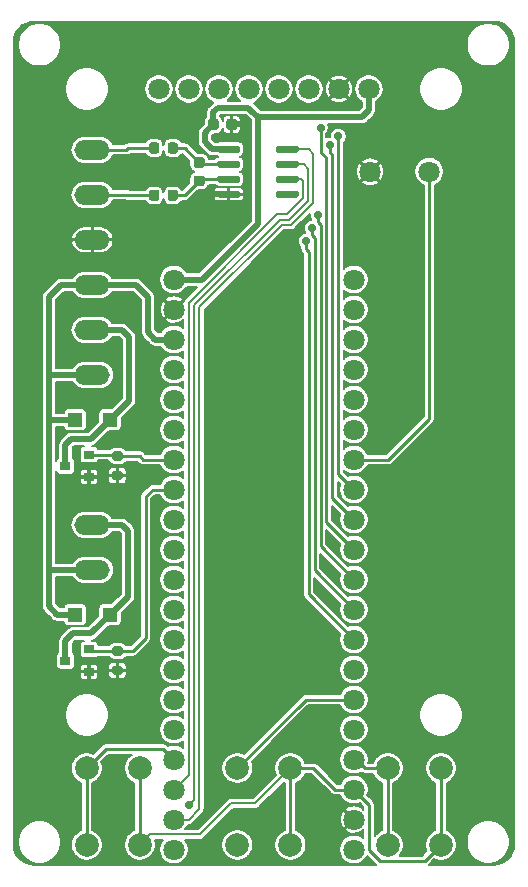
<source format=gbr>
%TF.GenerationSoftware,KiCad,Pcbnew,5.1.9*%
%TF.CreationDate,2020-12-25T23:56:19+01:00*%
%TF.ProjectId,reflow-oven,7265666c-6f77-42d6-9f76-656e2e6b6963,rev?*%
%TF.SameCoordinates,Original*%
%TF.FileFunction,Copper,L2,Bot*%
%TF.FilePolarity,Positive*%
%FSLAX46Y46*%
G04 Gerber Fmt 4.6, Leading zero omitted, Abs format (unit mm)*
G04 Created by KiCad (PCBNEW 5.1.9) date 2020-12-25 23:56:19*
%MOMM*%
%LPD*%
G01*
G04 APERTURE LIST*
%TA.AperFunction,SMDPad,CuDef*%
%ADD10R,0.900000X0.800000*%
%TD*%
%TA.AperFunction,SMDPad,CuDef*%
%ADD11R,1.250000X1.220000*%
%TD*%
%TA.AperFunction,ComponentPad*%
%ADD12O,3.000000X1.700000*%
%TD*%
%TA.AperFunction,ComponentPad*%
%ADD13C,1.800000*%
%TD*%
%TA.AperFunction,ComponentPad*%
%ADD14C,2.000000*%
%TD*%
%TA.AperFunction,ViaPad*%
%ADD15C,0.700000*%
%TD*%
%TA.AperFunction,Conductor*%
%ADD16C,0.250000*%
%TD*%
%TA.AperFunction,Conductor*%
%ADD17C,0.500000*%
%TD*%
%TA.AperFunction,Conductor*%
%ADD18C,0.200000*%
%TD*%
%TA.AperFunction,Conductor*%
%ADD19C,0.100000*%
%TD*%
G04 APERTURE END LIST*
%TO.P,R5,2*%
%TO.N,GND*%
%TA.AperFunction,SMDPad,CuDef*%
G36*
G01*
X-12675000Y-18825000D02*
X-12125000Y-18825000D01*
G75*
G02*
X-11925000Y-19025000I0J-200000D01*
G01*
X-11925000Y-19425000D01*
G75*
G02*
X-12125000Y-19625000I-200000J0D01*
G01*
X-12675000Y-19625000D01*
G75*
G02*
X-12875000Y-19425000I0J200000D01*
G01*
X-12875000Y-19025000D01*
G75*
G02*
X-12675000Y-18825000I200000J0D01*
G01*
G37*
%TD.AperFunction*%
%TO.P,R5,1*%
%TO.N,/OUT2*%
%TA.AperFunction,SMDPad,CuDef*%
G36*
G01*
X-12675000Y-17175000D02*
X-12125000Y-17175000D01*
G75*
G02*
X-11925000Y-17375000I0J-200000D01*
G01*
X-11925000Y-17775000D01*
G75*
G02*
X-12125000Y-17975000I-200000J0D01*
G01*
X-12675000Y-17975000D01*
G75*
G02*
X-12875000Y-17775000I0J200000D01*
G01*
X-12875000Y-17375000D01*
G75*
G02*
X-12675000Y-17175000I200000J0D01*
G01*
G37*
%TD.AperFunction*%
%TD*%
%TO.P,R4,2*%
%TO.N,GND*%
%TA.AperFunction,SMDPad,CuDef*%
G36*
G01*
X-12675000Y-2325000D02*
X-12125000Y-2325000D01*
G75*
G02*
X-11925000Y-2525000I0J-200000D01*
G01*
X-11925000Y-2925000D01*
G75*
G02*
X-12125000Y-3125000I-200000J0D01*
G01*
X-12675000Y-3125000D01*
G75*
G02*
X-12875000Y-2925000I0J200000D01*
G01*
X-12875000Y-2525000D01*
G75*
G02*
X-12675000Y-2325000I200000J0D01*
G01*
G37*
%TD.AperFunction*%
%TO.P,R4,1*%
%TO.N,/OUT1*%
%TA.AperFunction,SMDPad,CuDef*%
G36*
G01*
X-12675000Y-675000D02*
X-12125000Y-675000D01*
G75*
G02*
X-11925000Y-875000I0J-200000D01*
G01*
X-11925000Y-1275000D01*
G75*
G02*
X-12125000Y-1475000I-200000J0D01*
G01*
X-12675000Y-1475000D01*
G75*
G02*
X-12875000Y-1275000I0J200000D01*
G01*
X-12875000Y-875000D01*
G75*
G02*
X-12675000Y-675000I200000J0D01*
G01*
G37*
%TD.AperFunction*%
%TD*%
D10*
%TO.P,Q2,3*%
%TO.N,/OUT2-*%
X-16800000Y-18400000D03*
%TO.P,Q2,2*%
%TO.N,GND*%
X-14800000Y-19350000D03*
%TO.P,Q2,1*%
%TO.N,/OUT2*%
X-14800000Y-17450000D03*
%TD*%
%TO.P,Q1,3*%
%TO.N,/OUT1-*%
X-16800000Y-1900000D03*
%TO.P,Q1,2*%
%TO.N,GND*%
X-14800000Y-2850000D03*
%TO.P,Q1,1*%
%TO.N,/OUT1*%
X-14800000Y-950000D03*
%TD*%
D11*
%TO.P,D2,1*%
%TO.N,/5V*%
X-15975000Y-14500000D03*
%TO.P,D2,2*%
%TO.N,/OUT2-*%
X-13025000Y-14500000D03*
%TD*%
%TO.P,D1,1*%
%TO.N,/5V*%
X-15975000Y2000000D03*
%TO.P,D1,2*%
%TO.N,/OUT1-*%
X-13025000Y2000000D03*
%TD*%
D12*
%TO.P,J4,2*%
%TO.N,/OUT2-*%
X-14520000Y-6905000D03*
%TO.P,J4,1*%
%TO.N,/5V*%
X-14520000Y-10715000D03*
%TD*%
%TO.P,J3,2*%
%TO.N,/OUT1-*%
X-14520000Y9605000D03*
%TO.P,J3,1*%
%TO.N,/5V*%
X-14520000Y5795000D03*
%TD*%
%TO.P,J2,2*%
%TO.N,/T+*%
X-14520000Y24845000D03*
%TO.P,J2,1*%
%TO.N,/T-*%
X-14520000Y21035000D03*
%TD*%
%TO.P,J1,2*%
%TO.N,GND*%
X-14520000Y17225000D03*
%TO.P,J1,1*%
%TO.N,/5V*%
X-14520000Y13415000D03*
%TD*%
D13*
%TO.P,BZ1,2*%
%TO.N,GND*%
X9000000Y23000000D03*
%TO.P,BZ1,1*%
%TO.N,/BUZZER*%
X14000000Y23000000D03*
%TD*%
%TO.P,DS1,8*%
%TO.N,/3V3_2*%
X8890000Y30000000D03*
%TO.P,DS1,7*%
%TO.N,GND*%
X6350000Y30000000D03*
%TO.P,DS1,6*%
%TO.N,/MOSI1*%
X3810000Y30000000D03*
%TO.P,DS1,5*%
%TO.N,/SCK1*%
X1270000Y30000000D03*
%TO.P,DS1,4*%
%TO.N,/CS1*%
X-1270000Y30000000D03*
%TO.P,DS1,3*%
%TO.N,/DC*%
X-3810000Y30000000D03*
%TO.P,DS1,2*%
%TO.N,/RST*%
X-6350000Y30000000D03*
%TO.P,DS1,1*%
%TO.N,/BL*%
X-8890000Y30000000D03*
%TD*%
%TO.P,FB2,2*%
%TO.N,/T-_FILTER*%
%TA.AperFunction,SMDPad,CuDef*%
G36*
G01*
X-8150000Y20743750D02*
X-8150000Y21256250D01*
G75*
G02*
X-7931250Y21475000I218750J0D01*
G01*
X-7493750Y21475000D01*
G75*
G02*
X-7275000Y21256250I0J-218750D01*
G01*
X-7275000Y20743750D01*
G75*
G02*
X-7493750Y20525000I-218750J0D01*
G01*
X-7931250Y20525000D01*
G75*
G02*
X-8150000Y20743750I0J218750D01*
G01*
G37*
%TD.AperFunction*%
%TO.P,FB2,1*%
%TO.N,/T-*%
%TA.AperFunction,SMDPad,CuDef*%
G36*
G01*
X-9725000Y20743750D02*
X-9725000Y21256250D01*
G75*
G02*
X-9506250Y21475000I218750J0D01*
G01*
X-9068750Y21475000D01*
G75*
G02*
X-8850000Y21256250I0J-218750D01*
G01*
X-8850000Y20743750D01*
G75*
G02*
X-9068750Y20525000I-218750J0D01*
G01*
X-9506250Y20525000D01*
G75*
G02*
X-9725000Y20743750I0J218750D01*
G01*
G37*
%TD.AperFunction*%
%TD*%
%TO.P,FB1,2*%
%TO.N,/T+_FILTER*%
%TA.AperFunction,SMDPad,CuDef*%
G36*
G01*
X-8150000Y24743750D02*
X-8150000Y25256250D01*
G75*
G02*
X-7931250Y25475000I218750J0D01*
G01*
X-7493750Y25475000D01*
G75*
G02*
X-7275000Y25256250I0J-218750D01*
G01*
X-7275000Y24743750D01*
G75*
G02*
X-7493750Y24525000I-218750J0D01*
G01*
X-7931250Y24525000D01*
G75*
G02*
X-8150000Y24743750I0J218750D01*
G01*
G37*
%TD.AperFunction*%
%TO.P,FB1,1*%
%TO.N,/T+*%
%TA.AperFunction,SMDPad,CuDef*%
G36*
G01*
X-9725000Y24743750D02*
X-9725000Y25256250D01*
G75*
G02*
X-9506250Y25475000I218750J0D01*
G01*
X-9068750Y25475000D01*
G75*
G02*
X-8850000Y25256250I0J-218750D01*
G01*
X-8850000Y24743750D01*
G75*
G02*
X-9068750Y24525000I-218750J0D01*
G01*
X-9506250Y24525000D01*
G75*
G02*
X-9725000Y24743750I0J218750D01*
G01*
G37*
%TD.AperFunction*%
%TD*%
%TO.P,C2,2*%
%TO.N,/T-_FILTER*%
%TA.AperFunction,SMDPad,CuDef*%
G36*
G01*
X-5721000Y22675000D02*
X-5221000Y22675000D01*
G75*
G02*
X-4996000Y22450000I0J-225000D01*
G01*
X-4996000Y22000000D01*
G75*
G02*
X-5221000Y21775000I-225000J0D01*
G01*
X-5721000Y21775000D01*
G75*
G02*
X-5946000Y22000000I0J225000D01*
G01*
X-5946000Y22450000D01*
G75*
G02*
X-5721000Y22675000I225000J0D01*
G01*
G37*
%TD.AperFunction*%
%TO.P,C2,1*%
%TO.N,/T+_FILTER*%
%TA.AperFunction,SMDPad,CuDef*%
G36*
G01*
X-5721000Y24225000D02*
X-5221000Y24225000D01*
G75*
G02*
X-4996000Y24000000I0J-225000D01*
G01*
X-4996000Y23550000D01*
G75*
G02*
X-5221000Y23325000I-225000J0D01*
G01*
X-5721000Y23325000D01*
G75*
G02*
X-5946000Y23550000I0J225000D01*
G01*
X-5946000Y24000000D01*
G75*
G02*
X-5721000Y24225000I225000J0D01*
G01*
G37*
%TD.AperFunction*%
%TD*%
%TO.P,C1,2*%
%TO.N,GND*%
%TA.AperFunction,SMDPad,CuDef*%
G36*
G01*
X-3175000Y26750000D02*
X-3175000Y27250000D01*
G75*
G02*
X-2950000Y27475000I225000J0D01*
G01*
X-2500000Y27475000D01*
G75*
G02*
X-2275000Y27250000I0J-225000D01*
G01*
X-2275000Y26750000D01*
G75*
G02*
X-2500000Y26525000I-225000J0D01*
G01*
X-2950000Y26525000D01*
G75*
G02*
X-3175000Y26750000I0J225000D01*
G01*
G37*
%TD.AperFunction*%
%TO.P,C1,1*%
%TO.N,/3V3_2*%
%TA.AperFunction,SMDPad,CuDef*%
G36*
G01*
X-4725000Y26750000D02*
X-4725000Y27250000D01*
G75*
G02*
X-4500000Y27475000I225000J0D01*
G01*
X-4050000Y27475000D01*
G75*
G02*
X-3825000Y27250000I0J-225000D01*
G01*
X-3825000Y26750000D01*
G75*
G02*
X-4050000Y26525000I-225000J0D01*
G01*
X-4500000Y26525000D01*
G75*
G02*
X-4725000Y26750000I0J225000D01*
G01*
G37*
%TD.AperFunction*%
%TD*%
%TO.P,U2,8*%
%TO.N,N/C*%
%TA.AperFunction,SMDPad,CuDef*%
G36*
G01*
X1000000Y20945000D02*
X1000000Y21245000D01*
G75*
G02*
X1150000Y21395000I150000J0D01*
G01*
X2800000Y21395000D01*
G75*
G02*
X2950000Y21245000I0J-150000D01*
G01*
X2950000Y20945000D01*
G75*
G02*
X2800000Y20795000I-150000J0D01*
G01*
X1150000Y20795000D01*
G75*
G02*
X1000000Y20945000I0J150000D01*
G01*
G37*
%TD.AperFunction*%
%TO.P,U2,7*%
%TO.N,/MISO2*%
%TA.AperFunction,SMDPad,CuDef*%
G36*
G01*
X1000000Y22215000D02*
X1000000Y22515000D01*
G75*
G02*
X1150000Y22665000I150000J0D01*
G01*
X2800000Y22665000D01*
G75*
G02*
X2950000Y22515000I0J-150000D01*
G01*
X2950000Y22215000D01*
G75*
G02*
X2800000Y22065000I-150000J0D01*
G01*
X1150000Y22065000D01*
G75*
G02*
X1000000Y22215000I0J150000D01*
G01*
G37*
%TD.AperFunction*%
%TO.P,U2,6*%
%TO.N,/CS2*%
%TA.AperFunction,SMDPad,CuDef*%
G36*
G01*
X1000000Y23485000D02*
X1000000Y23785000D01*
G75*
G02*
X1150000Y23935000I150000J0D01*
G01*
X2800000Y23935000D01*
G75*
G02*
X2950000Y23785000I0J-150000D01*
G01*
X2950000Y23485000D01*
G75*
G02*
X2800000Y23335000I-150000J0D01*
G01*
X1150000Y23335000D01*
G75*
G02*
X1000000Y23485000I0J150000D01*
G01*
G37*
%TD.AperFunction*%
%TO.P,U2,5*%
%TO.N,/SCK2*%
%TA.AperFunction,SMDPad,CuDef*%
G36*
G01*
X1000000Y24755000D02*
X1000000Y25055000D01*
G75*
G02*
X1150000Y25205000I150000J0D01*
G01*
X2800000Y25205000D01*
G75*
G02*
X2950000Y25055000I0J-150000D01*
G01*
X2950000Y24755000D01*
G75*
G02*
X2800000Y24605000I-150000J0D01*
G01*
X1150000Y24605000D01*
G75*
G02*
X1000000Y24755000I0J150000D01*
G01*
G37*
%TD.AperFunction*%
%TO.P,U2,4*%
%TO.N,/3V3_2*%
%TA.AperFunction,SMDPad,CuDef*%
G36*
G01*
X-3950000Y24755000D02*
X-3950000Y25055000D01*
G75*
G02*
X-3800000Y25205000I150000J0D01*
G01*
X-2150000Y25205000D01*
G75*
G02*
X-2000000Y25055000I0J-150000D01*
G01*
X-2000000Y24755000D01*
G75*
G02*
X-2150000Y24605000I-150000J0D01*
G01*
X-3800000Y24605000D01*
G75*
G02*
X-3950000Y24755000I0J150000D01*
G01*
G37*
%TD.AperFunction*%
%TO.P,U2,3*%
%TO.N,/T+_FILTER*%
%TA.AperFunction,SMDPad,CuDef*%
G36*
G01*
X-3950000Y23485000D02*
X-3950000Y23785000D01*
G75*
G02*
X-3800000Y23935000I150000J0D01*
G01*
X-2150000Y23935000D01*
G75*
G02*
X-2000000Y23785000I0J-150000D01*
G01*
X-2000000Y23485000D01*
G75*
G02*
X-2150000Y23335000I-150000J0D01*
G01*
X-3800000Y23335000D01*
G75*
G02*
X-3950000Y23485000I0J150000D01*
G01*
G37*
%TD.AperFunction*%
%TO.P,U2,2*%
%TO.N,/T-_FILTER*%
%TA.AperFunction,SMDPad,CuDef*%
G36*
G01*
X-3950000Y22215000D02*
X-3950000Y22515000D01*
G75*
G02*
X-3800000Y22665000I150000J0D01*
G01*
X-2150000Y22665000D01*
G75*
G02*
X-2000000Y22515000I0J-150000D01*
G01*
X-2000000Y22215000D01*
G75*
G02*
X-2150000Y22065000I-150000J0D01*
G01*
X-3800000Y22065000D01*
G75*
G02*
X-3950000Y22215000I0J150000D01*
G01*
G37*
%TD.AperFunction*%
%TO.P,U2,1*%
%TO.N,GND*%
%TA.AperFunction,SMDPad,CuDef*%
G36*
G01*
X-3950000Y20945000D02*
X-3950000Y21245000D01*
G75*
G02*
X-3800000Y21395000I150000J0D01*
G01*
X-2150000Y21395000D01*
G75*
G02*
X-2000000Y21245000I0J-150000D01*
G01*
X-2000000Y20945000D01*
G75*
G02*
X-2150000Y20795000I-150000J0D01*
G01*
X-3800000Y20795000D01*
G75*
G02*
X-3950000Y20945000I0J150000D01*
G01*
G37*
%TD.AperFunction*%
%TD*%
%TO.P,U1,1*%
%TO.N,/CS2*%
X-7620000Y-34392000D03*
%TO.P,U1,2*%
%TO.N,/SCK2*%
X-7620000Y-31852000D03*
%TO.P,U1,3*%
%TO.N,/MISO2*%
X-7620000Y-29312000D03*
%TO.P,U1,4*%
%TO.N,/BTN_A*%
X-7620000Y-26772000D03*
%TO.P,U1,5*%
%TO.N,N/C*%
X-7620000Y-24232000D03*
%TO.P,U1,6*%
X-7620000Y-21692000D03*
%TO.P,U1,7*%
X-7620000Y-19152000D03*
%TO.P,U1,8*%
X-7620000Y-16612000D03*
%TO.P,U1,9*%
X-7620000Y-14072000D03*
%TO.P,U1,10*%
X-7620000Y-11532000D03*
%TO.P,U1,11*%
X-7620000Y-8992000D03*
%TO.P,U1,12*%
X-7620000Y-6452000D03*
%TO.P,U1,13*%
%TO.N,/OUT2*%
X-7620000Y-3912000D03*
%TO.P,U1,14*%
%TO.N,/OUT1*%
X-7620000Y-1372000D03*
%TO.P,U1,15*%
%TO.N,N/C*%
X-7620000Y1168000D03*
%TO.P,U1,16*%
X-7620000Y3708000D03*
%TO.P,U1,17*%
X-7620000Y6248000D03*
%TO.P,U1,18*%
%TO.N,/5V*%
X-7620000Y8788000D03*
%TO.P,U1,19*%
%TO.N,GND*%
X-7620000Y11328000D03*
%TO.P,U1,20*%
%TO.N,/3V3_2*%
X-7620000Y13868000D03*
%TO.P,U1,21*%
%TO.N,N/C*%
X7620000Y13868000D03*
%TO.P,U1,22*%
X7620000Y11328000D03*
%TO.P,U1,23*%
X7620000Y8788000D03*
%TO.P,U1,24*%
X7620000Y6248000D03*
%TO.P,U1,25*%
X7620000Y3708000D03*
%TO.P,U1,26*%
X7620000Y1168000D03*
%TO.P,U1,27*%
%TO.N,/BUZZER*%
X7620000Y-1372000D03*
%TO.P,U1,28*%
%TO.N,/DC*%
X7620000Y-3912000D03*
%TO.P,U1,29*%
%TO.N,/RST*%
X7620000Y-6452000D03*
%TO.P,U1,30*%
%TO.N,/CS1*%
X7620000Y-8992000D03*
%TO.P,U1,31*%
%TO.N,/SCK1*%
X7620000Y-11532000D03*
%TO.P,U1,32*%
%TO.N,/BL*%
X7620000Y-14072000D03*
%TO.P,U1,33*%
%TO.N,/MOSI1*%
X7620000Y-16612000D03*
%TO.P,U1,34*%
%TO.N,N/C*%
X7620000Y-19152000D03*
%TO.P,U1,35*%
%TO.N,/BTN_B*%
X7620000Y-21692000D03*
%TO.P,U1,36*%
%TO.N,N/C*%
X7620000Y-24232000D03*
%TO.P,U1,37*%
%TO.N,/BTN_C*%
X7620000Y-26772000D03*
%TO.P,U1,38*%
%TO.N,/3V3*%
X7620000Y-29312000D03*
%TO.P,U1,39*%
%TO.N,GND*%
X7620000Y-31852000D03*
%TO.P,U1,40*%
%TO.N,N/C*%
X7620000Y-34392000D03*
%TD*%
D14*
%TO.P,SW1,2*%
%TO.N,/3V3*%
X-10500000Y-34000000D03*
%TO.P,SW1,1*%
%TO.N,/BTN_A*%
X-15000000Y-34000000D03*
%TO.P,SW1,2*%
%TO.N,/3V3*%
X-10500000Y-27500000D03*
%TO.P,SW1,1*%
%TO.N,/BTN_A*%
X-15000000Y-27500000D03*
%TD*%
%TO.P,SW2,1*%
%TO.N,/BTN_B*%
X-2250000Y-27500000D03*
%TO.P,SW2,2*%
%TO.N,/3V3*%
X2250000Y-27500000D03*
%TO.P,SW2,1*%
%TO.N,/BTN_B*%
X-2250000Y-34000000D03*
%TO.P,SW2,2*%
%TO.N,/3V3*%
X2250000Y-34000000D03*
%TD*%
%TO.P,SW3,2*%
%TO.N,/3V3*%
X15000000Y-34000000D03*
%TO.P,SW3,1*%
%TO.N,/BTN_C*%
X10500000Y-34000000D03*
%TO.P,SW3,2*%
%TO.N,/3V3*%
X15000000Y-27500000D03*
%TO.P,SW3,1*%
%TO.N,/BTN_C*%
X10500000Y-27500000D03*
%TD*%
D15*
%TO.N,GND*%
X18000000Y-29300000D03*
X-18000000Y-29300000D03*
X-12400000Y-3700000D03*
X-14800000Y-3800000D03*
X-14800000Y-20300000D03*
X-12400000Y-20200000D03*
X-14100000Y-3800000D03*
X-15500000Y-3800000D03*
X-15500000Y-20300000D03*
X-14100000Y-20300000D03*
X-1700000Y27000000D03*
X-4900000Y20500000D03*
X-4500000Y-29400000D03*
X15000000Y35000000D03*
X10000000Y35000000D03*
X5000000Y35000000D03*
X0Y35000000D03*
X-5000000Y35000000D03*
X-10000000Y35000000D03*
X-15000000Y35000000D03*
X-20000000Y30000000D03*
X-20000000Y25000000D03*
X-20000000Y20000000D03*
X-20000000Y15000000D03*
X-20000000Y10000000D03*
X-20000000Y5000000D03*
X-20000000Y0D03*
X-20000000Y-5000000D03*
X-20000000Y-10000000D03*
X-20000000Y-15000000D03*
X-20000000Y-20000000D03*
X-20000000Y-25000000D03*
X-20000000Y-30000000D03*
X-5000000Y-35000000D03*
X5000000Y-35000000D03*
X0Y-35000000D03*
X20000000Y-30000000D03*
X20000000Y-25000000D03*
X20000000Y-20000000D03*
X20000000Y-15000000D03*
X20000000Y-10000000D03*
X20000000Y-5000000D03*
X20000000Y0D03*
X20000000Y5000000D03*
X20000000Y10000000D03*
X20000000Y15000000D03*
X20000000Y20000000D03*
X20000000Y25000000D03*
X20000000Y30000000D03*
X0Y10000000D03*
X0Y5000000D03*
X0Y0D03*
X0Y-5000000D03*
X0Y-10000000D03*
X0Y-15000000D03*
X0Y-20000000D03*
X5000000Y-20000000D03*
X5000000Y-25000000D03*
X0Y15000000D03*
X-10000000Y15000000D03*
X15000000Y15000000D03*
X15000000Y10000000D03*
X15000000Y5000000D03*
X15000000Y0D03*
X15000000Y-5000000D03*
X15000000Y-10000000D03*
X15000000Y-15000000D03*
X15000000Y-20000000D03*
X10000000Y-20000000D03*
X10000000Y-15000000D03*
X10000000Y-10000000D03*
X10000000Y-5000000D03*
X10000000Y0D03*
X10000000Y5000000D03*
X10000000Y10000000D03*
X10000000Y15000000D03*
X10000000Y20000000D03*
X10000000Y25000000D03*
X15000000Y25000000D03*
X5000000Y-30000000D03*
X-10000000Y-20000000D03*
X-10000000Y-25000000D03*
X-10000000Y0D03*
X-10000000Y5000000D03*
%TO.N,/CS2*%
X-6300000Y-30600000D03*
%TO.N,/MOSI1*%
X3574787Y17099827D03*
%TO.N,/SCK1*%
X4574980Y19300000D03*
%TO.N,/CS1*%
X4800000Y26725000D03*
%TO.N,/DC*%
X6300000Y26000000D03*
%TO.N,/RST*%
X5570188Y25275000D03*
%TO.N,/BL*%
X4074802Y18199832D03*
%TD*%
D16*
%TO.N,GND*%
X-12400000Y-2725000D02*
X-12400000Y-3700000D01*
X-14800000Y-2850000D02*
X-14800000Y-3800000D01*
X-14800000Y-19350000D02*
X-14800000Y-20300000D01*
X-12400000Y-19225000D02*
X-12400000Y-20200000D01*
D17*
X-2725000Y27000000D02*
X-1700000Y27000000D01*
X-4305000Y21095000D02*
X-4900000Y20500000D01*
X-2975000Y21095000D02*
X-4305000Y21095000D01*
D16*
%TO.N,/3V3*%
X-10500000Y-27500000D02*
X-10500000Y-34000000D01*
X2250000Y-27500000D02*
X2250000Y-34000000D01*
X15000000Y-27500000D02*
X15000000Y-34000000D01*
X2250000Y-27500000D02*
X4200000Y-27500000D01*
X6012000Y-29312000D02*
X7620000Y-29312000D01*
X4200000Y-27500000D02*
X6012000Y-29312000D01*
X13624999Y-35375001D02*
X15000000Y-34000000D01*
X9839999Y-35375001D02*
X13624999Y-35375001D01*
X8895001Y-34430003D02*
X9839999Y-35375001D01*
X8895001Y-30587001D02*
X8895001Y-34430003D01*
X7620000Y-29312000D02*
X8895001Y-30587001D01*
D18*
X-725000Y-30475000D02*
X2250000Y-27500000D01*
X-2775000Y-30475000D02*
X-725000Y-30475000D01*
X-5402001Y-33102001D02*
X-2775000Y-30475000D01*
X-9602001Y-33102001D02*
X-5402001Y-33102001D01*
X-10500000Y-34000000D02*
X-9602001Y-33102001D01*
D16*
%TO.N,/T-_FILTER*%
X-5331000Y22365000D02*
X-5471000Y22225000D01*
X-2975000Y22365000D02*
X-5331000Y22365000D01*
X-6696000Y21000000D02*
X-5471000Y22225000D01*
X-7712500Y21000000D02*
X-6696000Y21000000D01*
%TO.N,/T+_FILTER*%
X-5331000Y23635000D02*
X-5471000Y23775000D01*
X-2975000Y23635000D02*
X-5331000Y23635000D01*
X-6696000Y25000000D02*
X-5471000Y23775000D01*
X-7712500Y25000000D02*
X-6696000Y25000000D01*
%TO.N,/T+*%
X-14520000Y24845000D02*
X-11655000Y24845000D01*
X-11500000Y25000000D02*
X-11655000Y24845000D01*
X-9287500Y25000000D02*
X-11500000Y25000000D01*
%TO.N,/T-*%
X-14520000Y21035000D02*
X-11535000Y21035000D01*
X-11500000Y21000000D02*
X-9287500Y21000000D01*
X-11535000Y21035000D02*
X-11500000Y21000000D01*
D18*
%TO.N,/MISO2*%
X-6369999Y-28061999D02*
X-7620000Y-29312000D01*
X1148542Y19400000D02*
X-6369999Y11881459D01*
X1962124Y19400000D02*
X1148542Y19400000D01*
X3300010Y20737886D02*
X1962124Y19400000D01*
X3300010Y22199990D02*
X3300010Y20737886D01*
X-6369999Y11881459D02*
X-6369999Y-28061999D01*
X3135000Y22365000D02*
X3300010Y22199990D01*
X1975000Y22365000D02*
X3135000Y22365000D01*
%TO.N,/CS2*%
X3365000Y23635000D02*
X1975000Y23635000D01*
X2148525Y18949991D02*
X3750020Y20551486D01*
X-5919989Y11695059D02*
X1334942Y18949990D01*
X-5919989Y-30219989D02*
X-5919989Y11695059D01*
X3750020Y23249980D02*
X3365000Y23635000D01*
X3750020Y20551486D02*
X3750020Y23249980D01*
X1334942Y18949990D02*
X2148525Y18949991D01*
X-6300000Y-30600000D02*
X-5919989Y-30219989D01*
%TO.N,/SCK2*%
X-5469979Y-30974771D02*
X-5469979Y-29469979D01*
X-6347208Y-31852000D02*
X-5469979Y-30974771D01*
X-7620000Y-31852000D02*
X-6347208Y-31852000D01*
X-5469979Y-27000000D02*
X-5469979Y-27730021D01*
X-5469979Y-27730021D02*
X-5469979Y-29469979D01*
X4200029Y23436381D02*
X4200000Y23436410D01*
X4200000Y24500000D02*
X3795000Y24905000D01*
X4200030Y20365086D02*
X4200029Y23436381D01*
X2334926Y18499982D02*
X4200030Y20365086D01*
X1521344Y18499982D02*
X2334926Y18499982D01*
X-5469979Y11508659D02*
X1521344Y18499982D01*
X4200000Y23436410D02*
X4200000Y24500000D01*
X-5469979Y-27730021D02*
X-5469979Y11508659D01*
X3795000Y24905000D02*
X1975000Y24905000D01*
D16*
%TO.N,/BUZZER*%
X13000000Y1075000D02*
X10553000Y-1372000D01*
X14000000Y2075000D02*
X10553000Y-1372000D01*
X14000000Y23000000D02*
X14000000Y2075000D01*
X7620000Y-1372000D02*
X10553000Y-1372000D01*
D17*
%TO.N,/5V*%
X-7620000Y8788000D02*
X-9188000Y8788000D01*
X-9188000Y8788000D02*
X-9800000Y9400000D01*
X-9800000Y9400000D02*
X-9800000Y12400000D01*
X-10815000Y13415000D02*
X-14520000Y13415000D01*
X-9800000Y12400000D02*
X-10815000Y13415000D01*
X-14520000Y13415000D02*
X-17185000Y13415000D01*
X-17185000Y13415000D02*
X-18200000Y12400000D01*
X-17695000Y5795000D02*
X-14520000Y5795000D01*
X-18200000Y12400000D02*
X-18200000Y7200000D01*
X-18200000Y7200000D02*
X-18200000Y6300000D01*
X-17185000Y-10715000D02*
X-14520000Y-10715000D01*
X-15975000Y-14500000D02*
X-17500000Y-14500000D01*
X-17500000Y-14500000D02*
X-18200000Y-13800000D01*
X-18200000Y-9300000D02*
X-18200000Y-9700000D01*
X-18085000Y-10715000D02*
X-18200000Y-10600000D01*
X-14520000Y-10715000D02*
X-18085000Y-10715000D01*
X-18200000Y-10600000D02*
X-18200000Y-9300000D01*
X-18200000Y-13800000D02*
X-18200000Y-10600000D01*
X-14520000Y5795000D02*
X-18105000Y5795000D01*
X-18105000Y5795000D02*
X-18200000Y5700000D01*
X-18200000Y7200000D02*
X-18200000Y5700000D01*
X-15975000Y2000000D02*
X-18200000Y2000000D01*
X-18200000Y2000000D02*
X-18200000Y-9300000D01*
X-18200000Y5700000D02*
X-18200000Y2000000D01*
%TO.N,/OUT1-*%
X-13025000Y2000000D02*
X-13000000Y2000000D01*
X-13000000Y2000000D02*
X-11400000Y3600000D01*
X-11400000Y3600000D02*
X-11400000Y9000000D01*
X-12005000Y9605000D02*
X-14520000Y9605000D01*
X-11400000Y9000000D02*
X-12005000Y9605000D01*
X-13025000Y2000000D02*
X-13025000Y1975000D01*
X-13025000Y1975000D02*
X-14600000Y400000D01*
X-14600000Y400000D02*
X-16300000Y400000D01*
X-16800000Y-100000D02*
X-16800000Y-1900000D01*
X-16300000Y400000D02*
X-16800000Y-100000D01*
%TO.N,/OUT2-*%
X-11500000Y-12975000D02*
X-13025000Y-14500000D01*
X-11500000Y-7400000D02*
X-11500000Y-12975000D01*
X-11995000Y-6905000D02*
X-11500000Y-7400000D01*
X-14520000Y-6905000D02*
X-11995000Y-6905000D01*
X-13025000Y-14500000D02*
X-13025000Y-14525000D01*
X-13025000Y-14525000D02*
X-14600000Y-16100000D01*
X-14600000Y-16100000D02*
X-16200000Y-16100000D01*
X-16800000Y-16700000D02*
X-16800000Y-18400000D01*
X-16200000Y-16100000D02*
X-16800000Y-16700000D01*
D16*
%TO.N,/MOSI1*%
X7620000Y-16612000D02*
X3799950Y-12791950D01*
X3574787Y16425113D02*
X3799950Y16199950D01*
X3574787Y17099827D02*
X3574787Y16425113D01*
X3799950Y-12791950D02*
X3799950Y16199950D01*
%TO.N,/SCK1*%
X4799970Y-8711970D02*
X7620000Y-11532000D01*
X4799970Y18499970D02*
X4799970Y-8711970D01*
X4574980Y18724960D02*
X4799970Y18499970D01*
X4574980Y19300000D02*
X4574980Y18724960D01*
%TO.N,/CS1*%
X5299980Y-6671980D02*
X7620000Y-8992000D01*
X5299980Y24192900D02*
X4800000Y24692880D01*
X5299980Y23099980D02*
X5299980Y24192900D01*
X5299980Y23300000D02*
X5299980Y23099980D01*
X5299980Y23099980D02*
X5299980Y-6671980D01*
X4800000Y24692880D02*
X4800000Y26725000D01*
%TO.N,/DC*%
X6300000Y-2592000D02*
X6300000Y26000000D01*
X7620000Y-3912000D02*
X6300000Y-2592000D01*
%TO.N,/RST*%
X5799990Y-4631990D02*
X7620000Y-6452000D01*
X5799990Y24400010D02*
X5799990Y-4631990D01*
X5570188Y24629812D02*
X5799990Y24400010D01*
X5570188Y25275000D02*
X5570188Y24629812D01*
%TO.N,/BL*%
X4299960Y-10751960D02*
X7620000Y-14072000D01*
X4299960Y17399960D02*
X4299960Y-10751960D01*
X4074802Y17625118D02*
X4299960Y17399960D01*
X4074802Y18199832D02*
X4074802Y17625118D01*
%TO.N,/OUT1*%
X-7620000Y-1372000D02*
X-9628000Y-1372000D01*
X-7620000Y-1372000D02*
X-10228000Y-1372000D01*
X-10525000Y-1075000D02*
X-12500000Y-1075000D01*
X-10228000Y-1372000D02*
X-10525000Y-1075000D01*
X-12625000Y-950000D02*
X-12500000Y-1075000D01*
X-15000000Y-950000D02*
X-12625000Y-950000D01*
%TO.N,/OUT2*%
X-10000000Y-6292000D02*
X-10000000Y-16500000D01*
X-7620000Y-3912000D02*
X-9412000Y-3912000D01*
X-9412000Y-3912000D02*
X-10000000Y-4500000D01*
X-10000000Y-4500000D02*
X-10000000Y-7000000D01*
X-14875000Y-17575000D02*
X-15000000Y-17450000D01*
X-12500000Y-17575000D02*
X-14875000Y-17575000D01*
X-11075000Y-17575000D02*
X-10000000Y-16500000D01*
X-12500000Y-17575000D02*
X-11075000Y-17575000D01*
%TO.N,/BTN_A*%
X-15000000Y-27500000D02*
X-15000000Y-34000000D01*
X-13372001Y-25872001D02*
X-15000000Y-27500000D01*
X-8519999Y-25872001D02*
X-13372001Y-25872001D01*
X-7620000Y-26772000D02*
X-8519999Y-25872001D01*
%TO.N,/BTN_B*%
X3558000Y-21692000D02*
X7620000Y-21692000D01*
X-2250000Y-27500000D02*
X3558000Y-21692000D01*
X-2250000Y-27500000D02*
X-2250000Y-27350000D01*
%TO.N,/BTN_C*%
X10500000Y-27500000D02*
X10500000Y-34000000D01*
X7872000Y-26772000D02*
X8600000Y-27500000D01*
X7620000Y-26772000D02*
X7872000Y-26772000D01*
X10500000Y-27500000D02*
X8600000Y-27500000D01*
D17*
%TO.N,/3V3_2*%
X-4275000Y28025000D02*
X-4275000Y27000000D01*
X-4405000Y24905000D02*
X-4900000Y25400000D01*
X-2975000Y24905000D02*
X-4405000Y24905000D01*
D16*
X-4900000Y25400000D02*
X-5000000Y25500000D01*
D17*
X-5000000Y26275000D02*
X-4275000Y27000000D01*
X-5000000Y25500000D02*
X-5000000Y26275000D01*
X-5232000Y13868000D02*
X-7620000Y13868000D01*
X-500000Y18600000D02*
X-5232000Y13868000D01*
X-500000Y24000000D02*
X-500000Y23300000D01*
X-500000Y23300000D02*
X-500000Y18600000D01*
X-500000Y23300000D02*
X-500000Y27600000D01*
X-1300000Y28400000D02*
X-1050000Y28150000D01*
X-3900000Y28400000D02*
X-1300000Y28400000D01*
X-500000Y27600000D02*
X-1050000Y28150000D01*
X-3900000Y28400000D02*
X-4275000Y28025000D01*
X8890000Y28190000D02*
X8890000Y30000000D01*
X8300000Y27600000D02*
X8890000Y28190000D01*
X-500000Y27600000D02*
X8300000Y27600000D01*
%TD*%
D18*
%TO.N,GND*%
X19825040Y35641571D02*
X20137699Y35547173D01*
X20426068Y35393844D01*
X20679167Y35187422D01*
X20887345Y34935777D01*
X21042685Y34648482D01*
X21139261Y34336492D01*
X21175000Y33996460D01*
X21175001Y-33984093D01*
X21141571Y-34325041D01*
X21047173Y-34637700D01*
X20893843Y-34926070D01*
X20687422Y-35179167D01*
X20435780Y-35387344D01*
X20148481Y-35542685D01*
X19836497Y-35639260D01*
X19496460Y-35675000D01*
X13996750Y-35675000D01*
X14441754Y-35229996D01*
X14606220Y-35298120D01*
X14867037Y-35350000D01*
X15132963Y-35350000D01*
X15393780Y-35298120D01*
X15639465Y-35196354D01*
X15860575Y-35048613D01*
X16048613Y-34860575D01*
X16196354Y-34639465D01*
X16298120Y-34393780D01*
X16350000Y-34132963D01*
X16350000Y-33867037D01*
X16298120Y-33606220D01*
X16282769Y-33569158D01*
X17163884Y-33569158D01*
X17163884Y-33930842D01*
X17234445Y-34285575D01*
X17372855Y-34619727D01*
X17573796Y-34920456D01*
X17829544Y-35176204D01*
X18130273Y-35377145D01*
X18464425Y-35515555D01*
X18819158Y-35586116D01*
X19180842Y-35586116D01*
X19535575Y-35515555D01*
X19869727Y-35377145D01*
X20170456Y-35176204D01*
X20426204Y-34920456D01*
X20627145Y-34619727D01*
X20765555Y-34285575D01*
X20836116Y-33930842D01*
X20836116Y-33569158D01*
X20765555Y-33214425D01*
X20627145Y-32880273D01*
X20426204Y-32579544D01*
X20170456Y-32323796D01*
X19869727Y-32122855D01*
X19535575Y-31984445D01*
X19180842Y-31913884D01*
X18819158Y-31913884D01*
X18464425Y-31984445D01*
X18130273Y-32122855D01*
X17829544Y-32323796D01*
X17573796Y-32579544D01*
X17372855Y-32880273D01*
X17234445Y-33214425D01*
X17163884Y-33569158D01*
X16282769Y-33569158D01*
X16196354Y-33360535D01*
X16048613Y-33139425D01*
X15860575Y-32951387D01*
X15639465Y-32803646D01*
X15475000Y-32735522D01*
X15475000Y-28764478D01*
X15639465Y-28696354D01*
X15860575Y-28548613D01*
X16048613Y-28360575D01*
X16196354Y-28139465D01*
X16298120Y-27893780D01*
X16350000Y-27632963D01*
X16350000Y-27367037D01*
X16298120Y-27106220D01*
X16196354Y-26860535D01*
X16048613Y-26639425D01*
X15860575Y-26451387D01*
X15639465Y-26303646D01*
X15393780Y-26201880D01*
X15132963Y-26150000D01*
X14867037Y-26150000D01*
X14606220Y-26201880D01*
X14360535Y-26303646D01*
X14139425Y-26451387D01*
X13951387Y-26639425D01*
X13803646Y-26860535D01*
X13701880Y-27106220D01*
X13650000Y-27367037D01*
X13650000Y-27632963D01*
X13701880Y-27893780D01*
X13803646Y-28139465D01*
X13951387Y-28360575D01*
X14139425Y-28548613D01*
X14360535Y-28696354D01*
X14525000Y-28764478D01*
X14525001Y-32735522D01*
X14360535Y-32803646D01*
X14139425Y-32951387D01*
X13951387Y-33139425D01*
X13803646Y-33360535D01*
X13701880Y-33606220D01*
X13650000Y-33867037D01*
X13650000Y-34132963D01*
X13701880Y-34393780D01*
X13770004Y-34558246D01*
X13428249Y-34900001D01*
X11509187Y-34900001D01*
X11548613Y-34860575D01*
X11696354Y-34639465D01*
X11798120Y-34393780D01*
X11850000Y-34132963D01*
X11850000Y-33867037D01*
X11798120Y-33606220D01*
X11696354Y-33360535D01*
X11548613Y-33139425D01*
X11360575Y-32951387D01*
X11139465Y-32803646D01*
X10975000Y-32735522D01*
X10975000Y-28764478D01*
X11139465Y-28696354D01*
X11360575Y-28548613D01*
X11548613Y-28360575D01*
X11696354Y-28139465D01*
X11798120Y-27893780D01*
X11850000Y-27632963D01*
X11850000Y-27367037D01*
X11798120Y-27106220D01*
X11696354Y-26860535D01*
X11548613Y-26639425D01*
X11360575Y-26451387D01*
X11139465Y-26303646D01*
X10893780Y-26201880D01*
X10632963Y-26150000D01*
X10367037Y-26150000D01*
X10106220Y-26201880D01*
X9860535Y-26303646D01*
X9639425Y-26451387D01*
X9451387Y-26639425D01*
X9303646Y-26860535D01*
X9235522Y-27025000D01*
X8844164Y-27025000D01*
X8870000Y-26895114D01*
X8870000Y-26648886D01*
X8821963Y-26407389D01*
X8727735Y-26179903D01*
X8590938Y-25975172D01*
X8416828Y-25801062D01*
X8212097Y-25664265D01*
X7984611Y-25570037D01*
X7743114Y-25522000D01*
X7496886Y-25522000D01*
X7255389Y-25570037D01*
X7027903Y-25664265D01*
X6823172Y-25801062D01*
X6649062Y-25975172D01*
X6512265Y-26179903D01*
X6418037Y-26407389D01*
X6370000Y-26648886D01*
X6370000Y-26895114D01*
X6418037Y-27136611D01*
X6512265Y-27364097D01*
X6649062Y-27568828D01*
X6823172Y-27742938D01*
X7027903Y-27879735D01*
X7255389Y-27973963D01*
X7496886Y-28022000D01*
X7743114Y-28022000D01*
X7984611Y-27973963D01*
X8212097Y-27879735D01*
X8268246Y-27842217D01*
X8334827Y-27896859D01*
X8417346Y-27940966D01*
X8506884Y-27968127D01*
X8576668Y-27975000D01*
X8576669Y-27975000D01*
X8599999Y-27977298D01*
X8623329Y-27975000D01*
X9235522Y-27975000D01*
X9303646Y-28139465D01*
X9451387Y-28360575D01*
X9639425Y-28548613D01*
X9860535Y-28696354D01*
X10025000Y-28764478D01*
X10025001Y-32735522D01*
X9860535Y-32803646D01*
X9639425Y-32951387D01*
X9451387Y-33139425D01*
X9370001Y-33261228D01*
X9370001Y-30610333D01*
X9372299Y-30587001D01*
X9363128Y-30493885D01*
X9335967Y-30404347D01*
X9329917Y-30393029D01*
X9291860Y-30321828D01*
X9232502Y-30249500D01*
X9214378Y-30234626D01*
X8773460Y-29793708D01*
X8821963Y-29676611D01*
X8870000Y-29435114D01*
X8870000Y-29188886D01*
X8821963Y-28947389D01*
X8727735Y-28719903D01*
X8590938Y-28515172D01*
X8416828Y-28341062D01*
X8212097Y-28204265D01*
X7984611Y-28110037D01*
X7743114Y-28062000D01*
X7496886Y-28062000D01*
X7255389Y-28110037D01*
X7027903Y-28204265D01*
X6823172Y-28341062D01*
X6649062Y-28515172D01*
X6512265Y-28719903D01*
X6463762Y-28837000D01*
X6208751Y-28837000D01*
X4552384Y-27180634D01*
X4537501Y-27162499D01*
X4465173Y-27103141D01*
X4382654Y-27059034D01*
X4293116Y-27031873D01*
X4223332Y-27025000D01*
X4200000Y-27022702D01*
X4176668Y-27025000D01*
X3514478Y-27025000D01*
X3446354Y-26860535D01*
X3298613Y-26639425D01*
X3110575Y-26451387D01*
X2889465Y-26303646D01*
X2643780Y-26201880D01*
X2382963Y-26150000D01*
X2117037Y-26150000D01*
X1856220Y-26201880D01*
X1610535Y-26303646D01*
X1389425Y-26451387D01*
X1201387Y-26639425D01*
X1053646Y-26860535D01*
X951880Y-27106220D01*
X900000Y-27367037D01*
X900000Y-27632963D01*
X951880Y-27893780D01*
X1030359Y-28083245D01*
X-911395Y-30025000D01*
X-2752909Y-30025000D01*
X-2775001Y-30022824D01*
X-2797093Y-30025000D01*
X-2797105Y-30025000D01*
X-2863215Y-30031511D01*
X-2948041Y-30057243D01*
X-2998986Y-30084474D01*
X-3026217Y-30099029D01*
X-3077568Y-30141172D01*
X-3077572Y-30141176D01*
X-3094737Y-30155263D01*
X-3108824Y-30172428D01*
X-5588396Y-32652001D01*
X-6652235Y-32652001D01*
X-6649062Y-32648828D01*
X-6512265Y-32444097D01*
X-6453406Y-32302000D01*
X-6369302Y-32302000D01*
X-6347208Y-32304176D01*
X-6325114Y-32302000D01*
X-6325103Y-32302000D01*
X-6258993Y-32295489D01*
X-6174167Y-32269757D01*
X-6095992Y-32227971D01*
X-6027471Y-32171737D01*
X-6013379Y-32154567D01*
X-5167406Y-31308594D01*
X-5150242Y-31294508D01*
X-5136155Y-31277343D01*
X-5136151Y-31277339D01*
X-5094008Y-31225988D01*
X-5052222Y-31147812D01*
X-5034241Y-31088537D01*
X-5026490Y-31062986D01*
X-5019979Y-30996876D01*
X-5019979Y-30996866D01*
X-5017803Y-30974772D01*
X-5019979Y-30952677D01*
X-5019979Y-27367037D01*
X-3600000Y-27367037D01*
X-3600000Y-27632963D01*
X-3548120Y-27893780D01*
X-3446354Y-28139465D01*
X-3298613Y-28360575D01*
X-3110575Y-28548613D01*
X-2889465Y-28696354D01*
X-2643780Y-28798120D01*
X-2382963Y-28850000D01*
X-2117037Y-28850000D01*
X-1856220Y-28798120D01*
X-1610535Y-28696354D01*
X-1389425Y-28548613D01*
X-1201387Y-28360575D01*
X-1053646Y-28139465D01*
X-951880Y-27893780D01*
X-900000Y-27632963D01*
X-900000Y-27367037D01*
X-951880Y-27106220D01*
X-1020004Y-26941754D01*
X1812864Y-24108886D01*
X6370000Y-24108886D01*
X6370000Y-24355114D01*
X6418037Y-24596611D01*
X6512265Y-24824097D01*
X6649062Y-25028828D01*
X6823172Y-25202938D01*
X7027903Y-25339735D01*
X7255389Y-25433963D01*
X7496886Y-25482000D01*
X7743114Y-25482000D01*
X7984611Y-25433963D01*
X8212097Y-25339735D01*
X8416828Y-25202938D01*
X8590938Y-25028828D01*
X8727735Y-24824097D01*
X8821963Y-24596611D01*
X8870000Y-24355114D01*
X8870000Y-24108886D01*
X8821963Y-23867389D01*
X8727735Y-23639903D01*
X8590938Y-23435172D01*
X8416828Y-23261062D01*
X8212097Y-23124265D01*
X7984611Y-23030037D01*
X7743114Y-22982000D01*
X7496886Y-22982000D01*
X7255389Y-23030037D01*
X7027903Y-23124265D01*
X6823172Y-23261062D01*
X6649062Y-23435172D01*
X6512265Y-23639903D01*
X6418037Y-23867389D01*
X6370000Y-24108886D01*
X1812864Y-24108886D01*
X3754751Y-22167000D01*
X6463762Y-22167000D01*
X6512265Y-22284097D01*
X6649062Y-22488828D01*
X6823172Y-22662938D01*
X7027903Y-22799735D01*
X7255389Y-22893963D01*
X7496886Y-22942000D01*
X7743114Y-22942000D01*
X7984611Y-22893963D01*
X8168506Y-22817791D01*
X13150000Y-22817791D01*
X13150000Y-23182209D01*
X13221095Y-23539625D01*
X13360552Y-23876303D01*
X13563011Y-24179306D01*
X13820694Y-24436989D01*
X14123697Y-24639448D01*
X14460375Y-24778905D01*
X14817791Y-24850000D01*
X15182209Y-24850000D01*
X15539625Y-24778905D01*
X15876303Y-24639448D01*
X16179306Y-24436989D01*
X16436989Y-24179306D01*
X16639448Y-23876303D01*
X16778905Y-23539625D01*
X16850000Y-23182209D01*
X16850000Y-22817791D01*
X16778905Y-22460375D01*
X16639448Y-22123697D01*
X16436989Y-21820694D01*
X16179306Y-21563011D01*
X15876303Y-21360552D01*
X15539625Y-21221095D01*
X15182209Y-21150000D01*
X14817791Y-21150000D01*
X14460375Y-21221095D01*
X14123697Y-21360552D01*
X13820694Y-21563011D01*
X13563011Y-21820694D01*
X13360552Y-22123697D01*
X13221095Y-22460375D01*
X13150000Y-22817791D01*
X8168506Y-22817791D01*
X8212097Y-22799735D01*
X8416828Y-22662938D01*
X8590938Y-22488828D01*
X8727735Y-22284097D01*
X8821963Y-22056611D01*
X8870000Y-21815114D01*
X8870000Y-21568886D01*
X8821963Y-21327389D01*
X8727735Y-21099903D01*
X8590938Y-20895172D01*
X8416828Y-20721062D01*
X8212097Y-20584265D01*
X7984611Y-20490037D01*
X7743114Y-20442000D01*
X7496886Y-20442000D01*
X7255389Y-20490037D01*
X7027903Y-20584265D01*
X6823172Y-20721062D01*
X6649062Y-20895172D01*
X6512265Y-21099903D01*
X6463762Y-21217000D01*
X3581331Y-21217000D01*
X3557999Y-21214702D01*
X3464883Y-21223873D01*
X3437722Y-21232112D01*
X3375346Y-21251034D01*
X3292827Y-21295141D01*
X3220499Y-21354499D01*
X3205621Y-21372628D01*
X-1691754Y-26270004D01*
X-1856220Y-26201880D01*
X-2117037Y-26150000D01*
X-2382963Y-26150000D01*
X-2643780Y-26201880D01*
X-2889465Y-26303646D01*
X-3110575Y-26451387D01*
X-3298613Y-26639425D01*
X-3446354Y-26860535D01*
X-3548120Y-27106220D01*
X-3600000Y-27367037D01*
X-5019979Y-27367037D01*
X-5019979Y-19028886D01*
X6370000Y-19028886D01*
X6370000Y-19275114D01*
X6418037Y-19516611D01*
X6512265Y-19744097D01*
X6649062Y-19948828D01*
X6823172Y-20122938D01*
X7027903Y-20259735D01*
X7255389Y-20353963D01*
X7496886Y-20402000D01*
X7743114Y-20402000D01*
X7984611Y-20353963D01*
X8212097Y-20259735D01*
X8416828Y-20122938D01*
X8590938Y-19948828D01*
X8727735Y-19744097D01*
X8821963Y-19516611D01*
X8870000Y-19275114D01*
X8870000Y-19028886D01*
X8821963Y-18787389D01*
X8727735Y-18559903D01*
X8590938Y-18355172D01*
X8416828Y-18181062D01*
X8212097Y-18044265D01*
X7984611Y-17950037D01*
X7743114Y-17902000D01*
X7496886Y-17902000D01*
X7255389Y-17950037D01*
X7027903Y-18044265D01*
X6823172Y-18181062D01*
X6649062Y-18355172D01*
X6512265Y-18559903D01*
X6418037Y-18787389D01*
X6370000Y-19028886D01*
X-5019979Y-19028886D01*
X-5019979Y11322264D01*
X1707740Y18049982D01*
X2312832Y18049982D01*
X2334926Y18047806D01*
X2357020Y18049982D01*
X2357031Y18049982D01*
X2423141Y18056493D01*
X2507967Y18082225D01*
X2586142Y18124011D01*
X2654663Y18180245D01*
X2668755Y18197416D01*
X3883595Y19412256D01*
X3874980Y19368944D01*
X3874980Y19231056D01*
X3901881Y19095818D01*
X3954648Y18968426D01*
X4001111Y18898888D01*
X3870620Y18872931D01*
X3743228Y18820164D01*
X3628578Y18743558D01*
X3531076Y18646056D01*
X3454470Y18531406D01*
X3401703Y18404014D01*
X3374802Y18268776D01*
X3374802Y18130888D01*
X3401703Y17995650D01*
X3454470Y17868258D01*
X3500856Y17798835D01*
X3370605Y17772926D01*
X3243213Y17720159D01*
X3128563Y17643553D01*
X3031061Y17546051D01*
X2954455Y17431401D01*
X2901688Y17304009D01*
X2874787Y17168771D01*
X2874787Y17030883D01*
X2901688Y16895645D01*
X2954455Y16768253D01*
X3031061Y16653603D01*
X3099788Y16584876D01*
X3099788Y16448455D01*
X3097489Y16425113D01*
X3106660Y16331997D01*
X3133822Y16242459D01*
X3177929Y16159940D01*
X3237287Y16087612D01*
X3255416Y16072734D01*
X3324951Y16003199D01*
X3324950Y-12768618D01*
X3322652Y-12791950D01*
X3324950Y-12815281D01*
X3331823Y-12885065D01*
X3358984Y-12974603D01*
X3403091Y-13057123D01*
X3462449Y-13129451D01*
X3480584Y-13144334D01*
X6466540Y-16130292D01*
X6418037Y-16247389D01*
X6370000Y-16488886D01*
X6370000Y-16735114D01*
X6418037Y-16976611D01*
X6512265Y-17204097D01*
X6649062Y-17408828D01*
X6823172Y-17582938D01*
X7027903Y-17719735D01*
X7255389Y-17813963D01*
X7496886Y-17862000D01*
X7743114Y-17862000D01*
X7984611Y-17813963D01*
X8212097Y-17719735D01*
X8416828Y-17582938D01*
X8590938Y-17408828D01*
X8727735Y-17204097D01*
X8821963Y-16976611D01*
X8870000Y-16735114D01*
X8870000Y-16488886D01*
X8821963Y-16247389D01*
X8727735Y-16019903D01*
X8590938Y-15815172D01*
X8416828Y-15641062D01*
X8212097Y-15504265D01*
X7984611Y-15410037D01*
X7743114Y-15362000D01*
X7496886Y-15362000D01*
X7255389Y-15410037D01*
X7138292Y-15458540D01*
X4274950Y-12595200D01*
X4274950Y-11398700D01*
X6466540Y-13590292D01*
X6418037Y-13707389D01*
X6370000Y-13948886D01*
X6370000Y-14195114D01*
X6418037Y-14436611D01*
X6512265Y-14664097D01*
X6649062Y-14868828D01*
X6823172Y-15042938D01*
X7027903Y-15179735D01*
X7255389Y-15273963D01*
X7496886Y-15322000D01*
X7743114Y-15322000D01*
X7984611Y-15273963D01*
X8212097Y-15179735D01*
X8416828Y-15042938D01*
X8590938Y-14868828D01*
X8727735Y-14664097D01*
X8821963Y-14436611D01*
X8870000Y-14195114D01*
X8870000Y-13948886D01*
X8821963Y-13707389D01*
X8727735Y-13479903D01*
X8590938Y-13275172D01*
X8416828Y-13101062D01*
X8212097Y-12964265D01*
X7984611Y-12870037D01*
X7743114Y-12822000D01*
X7496886Y-12822000D01*
X7255389Y-12870037D01*
X7138292Y-12918540D01*
X4774960Y-10555210D01*
X4774960Y-9358710D01*
X6466540Y-11050292D01*
X6418037Y-11167389D01*
X6370000Y-11408886D01*
X6370000Y-11655114D01*
X6418037Y-11896611D01*
X6512265Y-12124097D01*
X6649062Y-12328828D01*
X6823172Y-12502938D01*
X7027903Y-12639735D01*
X7255389Y-12733963D01*
X7496886Y-12782000D01*
X7743114Y-12782000D01*
X7984611Y-12733963D01*
X8212097Y-12639735D01*
X8416828Y-12502938D01*
X8590938Y-12328828D01*
X8727735Y-12124097D01*
X8821963Y-11896611D01*
X8870000Y-11655114D01*
X8870000Y-11408886D01*
X8821963Y-11167389D01*
X8727735Y-10939903D01*
X8590938Y-10735172D01*
X8416828Y-10561062D01*
X8212097Y-10424265D01*
X7984611Y-10330037D01*
X7743114Y-10282000D01*
X7496886Y-10282000D01*
X7255389Y-10330037D01*
X7138292Y-10378540D01*
X5274970Y-8515220D01*
X5274970Y-7318720D01*
X6466540Y-8510292D01*
X6418037Y-8627389D01*
X6370000Y-8868886D01*
X6370000Y-9115114D01*
X6418037Y-9356611D01*
X6512265Y-9584097D01*
X6649062Y-9788828D01*
X6823172Y-9962938D01*
X7027903Y-10099735D01*
X7255389Y-10193963D01*
X7496886Y-10242000D01*
X7743114Y-10242000D01*
X7984611Y-10193963D01*
X8212097Y-10099735D01*
X8416828Y-9962938D01*
X8590938Y-9788828D01*
X8727735Y-9584097D01*
X8821963Y-9356611D01*
X8870000Y-9115114D01*
X8870000Y-8868886D01*
X8821963Y-8627389D01*
X8727735Y-8399903D01*
X8590938Y-8195172D01*
X8416828Y-8021062D01*
X8212097Y-7884265D01*
X7984611Y-7790037D01*
X7743114Y-7742000D01*
X7496886Y-7742000D01*
X7255389Y-7790037D01*
X7138292Y-7838540D01*
X5774980Y-6475230D01*
X5774980Y-5278730D01*
X6466540Y-5970292D01*
X6418037Y-6087389D01*
X6370000Y-6328886D01*
X6370000Y-6575114D01*
X6418037Y-6816611D01*
X6512265Y-7044097D01*
X6649062Y-7248828D01*
X6823172Y-7422938D01*
X7027903Y-7559735D01*
X7255389Y-7653963D01*
X7496886Y-7702000D01*
X7743114Y-7702000D01*
X7984611Y-7653963D01*
X8212097Y-7559735D01*
X8416828Y-7422938D01*
X8590938Y-7248828D01*
X8727735Y-7044097D01*
X8821963Y-6816611D01*
X8870000Y-6575114D01*
X8870000Y-6328886D01*
X8821963Y-6087389D01*
X8727735Y-5859903D01*
X8590938Y-5655172D01*
X8416828Y-5481062D01*
X8212097Y-5344265D01*
X7984611Y-5250037D01*
X7743114Y-5202000D01*
X7496886Y-5202000D01*
X7255389Y-5250037D01*
X7138292Y-5298540D01*
X6274990Y-4435240D01*
X6274990Y-3238740D01*
X6466541Y-3430291D01*
X6418037Y-3547389D01*
X6370000Y-3788886D01*
X6370000Y-4035114D01*
X6418037Y-4276611D01*
X6512265Y-4504097D01*
X6649062Y-4708828D01*
X6823172Y-4882938D01*
X7027903Y-5019735D01*
X7255389Y-5113963D01*
X7496886Y-5162000D01*
X7743114Y-5162000D01*
X7984611Y-5113963D01*
X8212097Y-5019735D01*
X8416828Y-4882938D01*
X8590938Y-4708828D01*
X8727735Y-4504097D01*
X8821963Y-4276611D01*
X8870000Y-4035114D01*
X8870000Y-3788886D01*
X8821963Y-3547389D01*
X8727735Y-3319903D01*
X8590938Y-3115172D01*
X8416828Y-2941062D01*
X8212097Y-2804265D01*
X7984611Y-2710037D01*
X7743114Y-2662000D01*
X7496886Y-2662000D01*
X7255389Y-2710037D01*
X7138291Y-2758541D01*
X6775000Y-2395250D01*
X6775000Y-2294766D01*
X6823172Y-2342938D01*
X7027903Y-2479735D01*
X7255389Y-2573963D01*
X7496886Y-2622000D01*
X7743114Y-2622000D01*
X7984611Y-2573963D01*
X8212097Y-2479735D01*
X8416828Y-2342938D01*
X8590938Y-2168828D01*
X8727735Y-1964097D01*
X8776238Y-1847000D01*
X10529668Y-1847000D01*
X10553000Y-1849298D01*
X10576332Y-1847000D01*
X10646116Y-1840127D01*
X10735654Y-1812966D01*
X10818173Y-1768859D01*
X10890501Y-1709501D01*
X10905384Y-1691366D01*
X13352374Y755622D01*
X13352380Y755629D01*
X14319372Y1722621D01*
X14337501Y1737499D01*
X14396859Y1809827D01*
X14440966Y1892346D01*
X14464682Y1970526D01*
X14468127Y1981883D01*
X14477298Y2074999D01*
X14475000Y2098331D01*
X14475000Y21843762D01*
X14592097Y21892265D01*
X14796828Y22029062D01*
X14970938Y22203172D01*
X15107735Y22407903D01*
X15201963Y22635389D01*
X15250000Y22876886D01*
X15250000Y23123114D01*
X15201963Y23364611D01*
X15107735Y23592097D01*
X14970938Y23796828D01*
X14796828Y23970938D01*
X14592097Y24107735D01*
X14364611Y24201963D01*
X14123114Y24250000D01*
X13876886Y24250000D01*
X13635389Y24201963D01*
X13407903Y24107735D01*
X13203172Y23970938D01*
X13029062Y23796828D01*
X12892265Y23592097D01*
X12798037Y23364611D01*
X12750000Y23123114D01*
X12750000Y22876886D01*
X12798037Y22635389D01*
X12892265Y22407903D01*
X13029062Y22203172D01*
X13203172Y22029062D01*
X13407903Y21892265D01*
X13525000Y21843762D01*
X13525001Y2271752D01*
X12680629Y1427380D01*
X12680622Y1427374D01*
X10818296Y-434954D01*
X10356250Y-897000D01*
X8776238Y-897000D01*
X8727735Y-779903D01*
X8590938Y-575172D01*
X8416828Y-401062D01*
X8212097Y-264265D01*
X7984611Y-170037D01*
X7743114Y-122000D01*
X7496886Y-122000D01*
X7255389Y-170037D01*
X7027903Y-264265D01*
X6823172Y-401062D01*
X6775000Y-449234D01*
X6775000Y245234D01*
X6823172Y197062D01*
X7027903Y60265D01*
X7255389Y-33963D01*
X7496886Y-82000D01*
X7743114Y-82000D01*
X7984611Y-33963D01*
X8212097Y60265D01*
X8416828Y197062D01*
X8590938Y371172D01*
X8727735Y575903D01*
X8821963Y803389D01*
X8870000Y1044886D01*
X8870000Y1291114D01*
X8821963Y1532611D01*
X8727735Y1760097D01*
X8590938Y1964828D01*
X8416828Y2138938D01*
X8212097Y2275735D01*
X7984611Y2369963D01*
X7743114Y2418000D01*
X7496886Y2418000D01*
X7255389Y2369963D01*
X7027903Y2275735D01*
X6823172Y2138938D01*
X6775000Y2090766D01*
X6775000Y2785234D01*
X6823172Y2737062D01*
X7027903Y2600265D01*
X7255389Y2506037D01*
X7496886Y2458000D01*
X7743114Y2458000D01*
X7984611Y2506037D01*
X8212097Y2600265D01*
X8416828Y2737062D01*
X8590938Y2911172D01*
X8727735Y3115903D01*
X8821963Y3343389D01*
X8870000Y3584886D01*
X8870000Y3831114D01*
X8821963Y4072611D01*
X8727735Y4300097D01*
X8590938Y4504828D01*
X8416828Y4678938D01*
X8212097Y4815735D01*
X7984611Y4909963D01*
X7743114Y4958000D01*
X7496886Y4958000D01*
X7255389Y4909963D01*
X7027903Y4815735D01*
X6823172Y4678938D01*
X6775000Y4630766D01*
X6775000Y5325234D01*
X6823172Y5277062D01*
X7027903Y5140265D01*
X7255389Y5046037D01*
X7496886Y4998000D01*
X7743114Y4998000D01*
X7984611Y5046037D01*
X8212097Y5140265D01*
X8416828Y5277062D01*
X8590938Y5451172D01*
X8727735Y5655903D01*
X8821963Y5883389D01*
X8870000Y6124886D01*
X8870000Y6371114D01*
X8821963Y6612611D01*
X8727735Y6840097D01*
X8590938Y7044828D01*
X8416828Y7218938D01*
X8212097Y7355735D01*
X7984611Y7449963D01*
X7743114Y7498000D01*
X7496886Y7498000D01*
X7255389Y7449963D01*
X7027903Y7355735D01*
X6823172Y7218938D01*
X6775000Y7170766D01*
X6775000Y7865234D01*
X6823172Y7817062D01*
X7027903Y7680265D01*
X7255389Y7586037D01*
X7496886Y7538000D01*
X7743114Y7538000D01*
X7984611Y7586037D01*
X8212097Y7680265D01*
X8416828Y7817062D01*
X8590938Y7991172D01*
X8727735Y8195903D01*
X8821963Y8423389D01*
X8870000Y8664886D01*
X8870000Y8911114D01*
X8821963Y9152611D01*
X8727735Y9380097D01*
X8590938Y9584828D01*
X8416828Y9758938D01*
X8212097Y9895735D01*
X7984611Y9989963D01*
X7743114Y10038000D01*
X7496886Y10038000D01*
X7255389Y9989963D01*
X7027903Y9895735D01*
X6823172Y9758938D01*
X6775000Y9710766D01*
X6775000Y10405234D01*
X6823172Y10357062D01*
X7027903Y10220265D01*
X7255389Y10126037D01*
X7496886Y10078000D01*
X7743114Y10078000D01*
X7984611Y10126037D01*
X8212097Y10220265D01*
X8416828Y10357062D01*
X8590938Y10531172D01*
X8727735Y10735903D01*
X8821963Y10963389D01*
X8870000Y11204886D01*
X8870000Y11451114D01*
X8821963Y11692611D01*
X8727735Y11920097D01*
X8590938Y12124828D01*
X8416828Y12298938D01*
X8212097Y12435735D01*
X7984611Y12529963D01*
X7743114Y12578000D01*
X7496886Y12578000D01*
X7255389Y12529963D01*
X7027903Y12435735D01*
X6823172Y12298938D01*
X6775000Y12250766D01*
X6775000Y12945234D01*
X6823172Y12897062D01*
X7027903Y12760265D01*
X7255389Y12666037D01*
X7496886Y12618000D01*
X7743114Y12618000D01*
X7984611Y12666037D01*
X8212097Y12760265D01*
X8416828Y12897062D01*
X8590938Y13071172D01*
X8727735Y13275903D01*
X8821963Y13503389D01*
X8870000Y13744886D01*
X8870000Y13991114D01*
X8821963Y14232611D01*
X8727735Y14460097D01*
X8590938Y14664828D01*
X8416828Y14838938D01*
X8212097Y14975735D01*
X7984611Y15069963D01*
X7743114Y15118000D01*
X7496886Y15118000D01*
X7255389Y15069963D01*
X7027903Y14975735D01*
X6823172Y14838938D01*
X6775000Y14790766D01*
X6775000Y22165826D01*
X8236537Y22165826D01*
X8332305Y21995932D01*
X8541019Y21884964D01*
X8767371Y21816847D01*
X9002663Y21794198D01*
X9237852Y21817886D01*
X9463900Y21887003D01*
X9667695Y21995932D01*
X9763463Y22165826D01*
X9000000Y22929289D01*
X8236537Y22165826D01*
X6775000Y22165826D01*
X6775000Y22997337D01*
X7794198Y22997337D01*
X7817886Y22762148D01*
X7887003Y22536100D01*
X7995932Y22332305D01*
X8165826Y22236537D01*
X8929289Y23000000D01*
X9070711Y23000000D01*
X9834174Y22236537D01*
X10004068Y22332305D01*
X10115036Y22541019D01*
X10183153Y22767371D01*
X10205802Y23002663D01*
X10182114Y23237852D01*
X10112997Y23463900D01*
X10004068Y23667695D01*
X9834174Y23763463D01*
X9070711Y23000000D01*
X8929289Y23000000D01*
X8165826Y23763463D01*
X7995932Y23667695D01*
X7884964Y23458981D01*
X7816847Y23232629D01*
X7794198Y22997337D01*
X6775000Y22997337D01*
X6775000Y23834174D01*
X8236537Y23834174D01*
X9000000Y23070711D01*
X9763463Y23834174D01*
X9667695Y24004068D01*
X9458981Y24115036D01*
X9232629Y24183153D01*
X8997337Y24205802D01*
X8762148Y24182114D01*
X8536100Y24112997D01*
X8332305Y24004068D01*
X8236537Y23834174D01*
X6775000Y23834174D01*
X6775000Y25485050D01*
X6843726Y25553776D01*
X6920332Y25668426D01*
X6973099Y25795818D01*
X7000000Y25931056D01*
X7000000Y26068944D01*
X6973099Y26204182D01*
X6920332Y26331574D01*
X6843726Y26446224D01*
X6746224Y26543726D01*
X6631574Y26620332D01*
X6504182Y26673099D01*
X6368944Y26700000D01*
X6231056Y26700000D01*
X6095818Y26673099D01*
X5968426Y26620332D01*
X5853776Y26543726D01*
X5756274Y26446224D01*
X5679668Y26331574D01*
X5626901Y26204182D01*
X5600000Y26068944D01*
X5600000Y25975000D01*
X5501244Y25975000D01*
X5366006Y25948099D01*
X5275000Y25910403D01*
X5275000Y26210050D01*
X5343726Y26278776D01*
X5420332Y26393426D01*
X5473099Y26520818D01*
X5500000Y26656056D01*
X5500000Y26793944D01*
X5473099Y26929182D01*
X5443765Y27000000D01*
X8270526Y27000000D01*
X8300000Y26997097D01*
X8329474Y27000000D01*
X8417621Y27008682D01*
X8530721Y27042990D01*
X8634955Y27098704D01*
X8726317Y27173683D01*
X8745113Y27196586D01*
X9293420Y27744892D01*
X9316317Y27763683D01*
X9391296Y27855045D01*
X9447010Y27959279D01*
X9481318Y28072379D01*
X9490000Y28160526D01*
X9490000Y28160527D01*
X9492903Y28189999D01*
X9490000Y28219473D01*
X9490000Y28897546D01*
X9686828Y29029062D01*
X9860938Y29203172D01*
X9997735Y29407903D01*
X10091963Y29635389D01*
X10140000Y29876886D01*
X10140000Y30123114D01*
X10128246Y30182209D01*
X13150000Y30182209D01*
X13150000Y29817791D01*
X13221095Y29460375D01*
X13360552Y29123697D01*
X13563011Y28820694D01*
X13820694Y28563011D01*
X14123697Y28360552D01*
X14460375Y28221095D01*
X14817791Y28150000D01*
X15182209Y28150000D01*
X15539625Y28221095D01*
X15876303Y28360552D01*
X16179306Y28563011D01*
X16436989Y28820694D01*
X16639448Y29123697D01*
X16778905Y29460375D01*
X16850000Y29817791D01*
X16850000Y30182209D01*
X16778905Y30539625D01*
X16639448Y30876303D01*
X16436989Y31179306D01*
X16179306Y31436989D01*
X15876303Y31639448D01*
X15539625Y31778905D01*
X15182209Y31850000D01*
X14817791Y31850000D01*
X14460375Y31778905D01*
X14123697Y31639448D01*
X13820694Y31436989D01*
X13563011Y31179306D01*
X13360552Y30876303D01*
X13221095Y30539625D01*
X13150000Y30182209D01*
X10128246Y30182209D01*
X10091963Y30364611D01*
X9997735Y30592097D01*
X9860938Y30796828D01*
X9686828Y30970938D01*
X9482097Y31107735D01*
X9254611Y31201963D01*
X9013114Y31250000D01*
X8766886Y31250000D01*
X8525389Y31201963D01*
X8297903Y31107735D01*
X8093172Y30970938D01*
X7919062Y30796828D01*
X7782265Y30592097D01*
X7688037Y30364611D01*
X7640000Y30123114D01*
X7640000Y29876886D01*
X7688037Y29635389D01*
X7782265Y29407903D01*
X7919062Y29203172D01*
X8093172Y29029062D01*
X8290000Y28897545D01*
X8290000Y28438528D01*
X8051473Y28200000D01*
X-251472Y28200000D01*
X-604891Y28553418D01*
X-604895Y28553423D01*
X-854887Y28803415D01*
X-864406Y28815013D01*
X-677903Y28892265D01*
X-473172Y29029062D01*
X-299062Y29203172D01*
X-162265Y29407903D01*
X-68037Y29635389D01*
X-20000Y29876886D01*
X-20000Y30123114D01*
X20000Y30123114D01*
X20000Y29876886D01*
X68037Y29635389D01*
X162265Y29407903D01*
X299062Y29203172D01*
X473172Y29029062D01*
X677903Y28892265D01*
X905389Y28798037D01*
X1146886Y28750000D01*
X1393114Y28750000D01*
X1634611Y28798037D01*
X1862097Y28892265D01*
X2066828Y29029062D01*
X2240938Y29203172D01*
X2377735Y29407903D01*
X2471963Y29635389D01*
X2520000Y29876886D01*
X2520000Y30123114D01*
X2560000Y30123114D01*
X2560000Y29876886D01*
X2608037Y29635389D01*
X2702265Y29407903D01*
X2839062Y29203172D01*
X3013172Y29029062D01*
X3217903Y28892265D01*
X3445389Y28798037D01*
X3686886Y28750000D01*
X3933114Y28750000D01*
X4174611Y28798037D01*
X4402097Y28892265D01*
X4606828Y29029062D01*
X4743592Y29165826D01*
X5586537Y29165826D01*
X5682305Y28995932D01*
X5891019Y28884964D01*
X6117371Y28816847D01*
X6352663Y28794198D01*
X6587852Y28817886D01*
X6813900Y28887003D01*
X7017695Y28995932D01*
X7113463Y29165826D01*
X6350000Y29929289D01*
X5586537Y29165826D01*
X4743592Y29165826D01*
X4780938Y29203172D01*
X4917735Y29407903D01*
X5011963Y29635389D01*
X5060000Y29876886D01*
X5060000Y29997337D01*
X5144198Y29997337D01*
X5167886Y29762148D01*
X5237003Y29536100D01*
X5345932Y29332305D01*
X5515826Y29236537D01*
X6279289Y30000000D01*
X6420711Y30000000D01*
X7184174Y29236537D01*
X7354068Y29332305D01*
X7465036Y29541019D01*
X7533153Y29767371D01*
X7555802Y30002663D01*
X7532114Y30237852D01*
X7462997Y30463900D01*
X7354068Y30667695D01*
X7184174Y30763463D01*
X6420711Y30000000D01*
X6279289Y30000000D01*
X5515826Y30763463D01*
X5345932Y30667695D01*
X5234964Y30458981D01*
X5166847Y30232629D01*
X5144198Y29997337D01*
X5060000Y29997337D01*
X5060000Y30123114D01*
X5011963Y30364611D01*
X4917735Y30592097D01*
X4780938Y30796828D01*
X4743592Y30834174D01*
X5586537Y30834174D01*
X6350000Y30070711D01*
X7113463Y30834174D01*
X7017695Y31004068D01*
X6808981Y31115036D01*
X6582629Y31183153D01*
X6347337Y31205802D01*
X6112148Y31182114D01*
X5886100Y31112997D01*
X5682305Y31004068D01*
X5586537Y30834174D01*
X4743592Y30834174D01*
X4606828Y30970938D01*
X4402097Y31107735D01*
X4174611Y31201963D01*
X3933114Y31250000D01*
X3686886Y31250000D01*
X3445389Y31201963D01*
X3217903Y31107735D01*
X3013172Y30970938D01*
X2839062Y30796828D01*
X2702265Y30592097D01*
X2608037Y30364611D01*
X2560000Y30123114D01*
X2520000Y30123114D01*
X2471963Y30364611D01*
X2377735Y30592097D01*
X2240938Y30796828D01*
X2066828Y30970938D01*
X1862097Y31107735D01*
X1634611Y31201963D01*
X1393114Y31250000D01*
X1146886Y31250000D01*
X905389Y31201963D01*
X677903Y31107735D01*
X473172Y30970938D01*
X299062Y30796828D01*
X162265Y30592097D01*
X68037Y30364611D01*
X20000Y30123114D01*
X-20000Y30123114D01*
X-68037Y30364611D01*
X-162265Y30592097D01*
X-299062Y30796828D01*
X-473172Y30970938D01*
X-677903Y31107735D01*
X-905389Y31201963D01*
X-1146886Y31250000D01*
X-1393114Y31250000D01*
X-1634611Y31201963D01*
X-1862097Y31107735D01*
X-2066828Y30970938D01*
X-2240938Y30796828D01*
X-2377735Y30592097D01*
X-2471963Y30364611D01*
X-2520000Y30123114D01*
X-2520000Y29876886D01*
X-2471963Y29635389D01*
X-2377735Y29407903D01*
X-2240938Y29203172D01*
X-2066828Y29029062D01*
X-2023334Y29000000D01*
X-3056666Y29000000D01*
X-3013172Y29029062D01*
X-2839062Y29203172D01*
X-2702265Y29407903D01*
X-2608037Y29635389D01*
X-2560000Y29876886D01*
X-2560000Y30123114D01*
X-2608037Y30364611D01*
X-2702265Y30592097D01*
X-2839062Y30796828D01*
X-3013172Y30970938D01*
X-3217903Y31107735D01*
X-3445389Y31201963D01*
X-3686886Y31250000D01*
X-3933114Y31250000D01*
X-4174611Y31201963D01*
X-4402097Y31107735D01*
X-4606828Y30970938D01*
X-4780938Y30796828D01*
X-4917735Y30592097D01*
X-5011963Y30364611D01*
X-5060000Y30123114D01*
X-5060000Y29876886D01*
X-5011963Y29635389D01*
X-4917735Y29407903D01*
X-4780938Y29203172D01*
X-4606828Y29029062D01*
X-4402097Y28892265D01*
X-4298332Y28849284D01*
X-4326317Y28826317D01*
X-4345113Y28803414D01*
X-4678414Y28470113D01*
X-4701317Y28451317D01*
X-4776296Y28359954D01*
X-4832010Y28255720D01*
X-4860886Y28160527D01*
X-4866318Y28142620D01*
X-4877903Y28025000D01*
X-4875000Y27995526D01*
X-4875000Y27684689D01*
X-4907784Y27657784D01*
X-4979503Y27570393D01*
X-5032795Y27470691D01*
X-5065612Y27362507D01*
X-5076693Y27250000D01*
X-5076693Y27046834D01*
X-5403419Y26720108D01*
X-5426316Y26701317D01*
X-5501295Y26609955D01*
X-5557009Y26505721D01*
X-5586155Y26409639D01*
X-5591318Y26392620D01*
X-5602903Y26275000D01*
X-5600000Y26245526D01*
X-5600000Y25470527D01*
X-5591318Y25382380D01*
X-5557010Y25269280D01*
X-5501296Y25165046D01*
X-5426317Y25073683D01*
X-5371387Y25028603D01*
X-5345105Y24996578D01*
X-4850109Y24501581D01*
X-4831317Y24478683D01*
X-4739955Y24403704D01*
X-4635721Y24347990D01*
X-4522621Y24313682D01*
X-4453713Y24306895D01*
X-4405000Y24302097D01*
X-4375526Y24305000D01*
X-4017254Y24305000D01*
X-3991990Y24291496D01*
X-3921126Y24270000D01*
X-3991990Y24248504D01*
X-4078726Y24202142D01*
X-4154751Y24139751D01*
X-4179167Y24110000D01*
X-4655141Y24110000D01*
X-4655388Y24112507D01*
X-4688205Y24220691D01*
X-4741497Y24320393D01*
X-4813216Y24407784D01*
X-4900607Y24479503D01*
X-5000309Y24532795D01*
X-5108493Y24565612D01*
X-5221000Y24576693D01*
X-5600942Y24576693D01*
X-6343616Y25319366D01*
X-6358499Y25337501D01*
X-6430827Y25396859D01*
X-6513346Y25440966D01*
X-6602884Y25468127D01*
X-6672668Y25475000D01*
X-6696000Y25477298D01*
X-6719332Y25475000D01*
X-6966970Y25475000D01*
X-7019444Y25573171D01*
X-7090386Y25659614D01*
X-7176829Y25730556D01*
X-7275451Y25783271D01*
X-7382462Y25815732D01*
X-7493750Y25826693D01*
X-7931250Y25826693D01*
X-8042538Y25815732D01*
X-8149549Y25783271D01*
X-8248171Y25730556D01*
X-8334614Y25659614D01*
X-8405556Y25573171D01*
X-8458271Y25474549D01*
X-8490732Y25367538D01*
X-8500000Y25273439D01*
X-8509268Y25367538D01*
X-8541729Y25474549D01*
X-8594444Y25573171D01*
X-8665386Y25659614D01*
X-8751829Y25730556D01*
X-8850451Y25783271D01*
X-8957462Y25815732D01*
X-9068750Y25826693D01*
X-9506250Y25826693D01*
X-9617538Y25815732D01*
X-9724549Y25783271D01*
X-9823171Y25730556D01*
X-9909614Y25659614D01*
X-9980556Y25573171D01*
X-10033030Y25475000D01*
X-11476669Y25475000D01*
X-11500001Y25477298D01*
X-11593117Y25468127D01*
X-11613281Y25462010D01*
X-11682654Y25440966D01*
X-11765173Y25396859D01*
X-11837501Y25337501D01*
X-11851864Y25320000D01*
X-12763228Y25320000D01*
X-12867409Y25514910D01*
X-13017366Y25697634D01*
X-13200090Y25847591D01*
X-13408558Y25959019D01*
X-13634759Y26027637D01*
X-13811050Y26045000D01*
X-15228950Y26045000D01*
X-15405241Y26027637D01*
X-15631442Y25959019D01*
X-15839910Y25847591D01*
X-16022634Y25697634D01*
X-16172591Y25514910D01*
X-16284019Y25306442D01*
X-16352637Y25080241D01*
X-16375806Y24845000D01*
X-16352637Y24609759D01*
X-16284019Y24383558D01*
X-16172591Y24175090D01*
X-16022634Y23992366D01*
X-15839910Y23842409D01*
X-15631442Y23730981D01*
X-15405241Y23662363D01*
X-15228950Y23645000D01*
X-13811050Y23645000D01*
X-13634759Y23662363D01*
X-13408558Y23730981D01*
X-13200090Y23842409D01*
X-13017366Y23992366D01*
X-12867409Y24175090D01*
X-12763228Y24370000D01*
X-11678332Y24370000D01*
X-11655000Y24367702D01*
X-11631668Y24370000D01*
X-11561884Y24376873D01*
X-11472346Y24404034D01*
X-11389827Y24448141D01*
X-11317499Y24507499D01*
X-11303136Y24525000D01*
X-10033030Y24525000D01*
X-9980556Y24426829D01*
X-9909614Y24340386D01*
X-9823171Y24269444D01*
X-9724549Y24216729D01*
X-9617538Y24184268D01*
X-9506250Y24173307D01*
X-9068750Y24173307D01*
X-8957462Y24184268D01*
X-8850451Y24216729D01*
X-8751829Y24269444D01*
X-8665386Y24340386D01*
X-8594444Y24426829D01*
X-8541729Y24525451D01*
X-8509268Y24632462D01*
X-8500000Y24726561D01*
X-8490732Y24632462D01*
X-8458271Y24525451D01*
X-8405556Y24426829D01*
X-8334614Y24340386D01*
X-8248171Y24269444D01*
X-8149549Y24216729D01*
X-8042538Y24184268D01*
X-7931250Y24173307D01*
X-7493750Y24173307D01*
X-7382462Y24184268D01*
X-7275451Y24216729D01*
X-7176829Y24269444D01*
X-7090386Y24340386D01*
X-7019444Y24426829D01*
X-6966970Y24525000D01*
X-6892750Y24525000D01*
X-6297693Y23929942D01*
X-6297693Y23550000D01*
X-6286612Y23437493D01*
X-6253795Y23329309D01*
X-6200503Y23229607D01*
X-6128784Y23142216D01*
X-6041393Y23070497D01*
X-5941691Y23017205D01*
X-5884973Y23000000D01*
X-5941691Y22982795D01*
X-6041393Y22929503D01*
X-6128784Y22857784D01*
X-6200503Y22770393D01*
X-6253795Y22670691D01*
X-6286612Y22562507D01*
X-6297693Y22450000D01*
X-6297693Y22070058D01*
X-6892750Y21475000D01*
X-6966970Y21475000D01*
X-7019444Y21573171D01*
X-7090386Y21659614D01*
X-7176829Y21730556D01*
X-7275451Y21783271D01*
X-7382462Y21815732D01*
X-7493750Y21826693D01*
X-7931250Y21826693D01*
X-8042538Y21815732D01*
X-8149549Y21783271D01*
X-8248171Y21730556D01*
X-8334614Y21659614D01*
X-8405556Y21573171D01*
X-8458271Y21474549D01*
X-8490732Y21367538D01*
X-8500000Y21273439D01*
X-8509268Y21367538D01*
X-8541729Y21474549D01*
X-8594444Y21573171D01*
X-8665386Y21659614D01*
X-8751829Y21730556D01*
X-8850451Y21783271D01*
X-8957462Y21815732D01*
X-9068750Y21826693D01*
X-9506250Y21826693D01*
X-9617538Y21815732D01*
X-9724549Y21783271D01*
X-9823171Y21730556D01*
X-9909614Y21659614D01*
X-9980556Y21573171D01*
X-10033030Y21475000D01*
X-11350539Y21475000D01*
X-11352346Y21475966D01*
X-11441884Y21503127D01*
X-11511668Y21510000D01*
X-11535000Y21512298D01*
X-11558332Y21510000D01*
X-12763228Y21510000D01*
X-12867409Y21704910D01*
X-13017366Y21887634D01*
X-13200090Y22037591D01*
X-13408558Y22149019D01*
X-13634759Y22217637D01*
X-13811050Y22235000D01*
X-15228950Y22235000D01*
X-15405241Y22217637D01*
X-15631442Y22149019D01*
X-15839910Y22037591D01*
X-16022634Y21887634D01*
X-16172591Y21704910D01*
X-16284019Y21496442D01*
X-16352637Y21270241D01*
X-16375806Y21035000D01*
X-16352637Y20799759D01*
X-16284019Y20573558D01*
X-16172591Y20365090D01*
X-16022634Y20182366D01*
X-15839910Y20032409D01*
X-15631442Y19920981D01*
X-15405241Y19852363D01*
X-15228950Y19835000D01*
X-13811050Y19835000D01*
X-13634759Y19852363D01*
X-13408558Y19920981D01*
X-13200090Y20032409D01*
X-13017366Y20182366D01*
X-12867409Y20365090D01*
X-12763228Y20560000D01*
X-11684461Y20560000D01*
X-11682654Y20559034D01*
X-11593116Y20531873D01*
X-11523332Y20525000D01*
X-11523331Y20525000D01*
X-11500001Y20522702D01*
X-11476671Y20525000D01*
X-10033030Y20525000D01*
X-9980556Y20426829D01*
X-9909614Y20340386D01*
X-9823171Y20269444D01*
X-9724549Y20216729D01*
X-9617538Y20184268D01*
X-9506250Y20173307D01*
X-9068750Y20173307D01*
X-8957462Y20184268D01*
X-8850451Y20216729D01*
X-8751829Y20269444D01*
X-8665386Y20340386D01*
X-8594444Y20426829D01*
X-8541729Y20525451D01*
X-8509268Y20632462D01*
X-8500000Y20726561D01*
X-8490732Y20632462D01*
X-8458271Y20525451D01*
X-8405556Y20426829D01*
X-8334614Y20340386D01*
X-8248171Y20269444D01*
X-8149549Y20216729D01*
X-8042538Y20184268D01*
X-7931250Y20173307D01*
X-7493750Y20173307D01*
X-7382462Y20184268D01*
X-7275451Y20216729D01*
X-7176829Y20269444D01*
X-7090386Y20340386D01*
X-7019444Y20426829D01*
X-6966970Y20525000D01*
X-6719332Y20525000D01*
X-6696000Y20522702D01*
X-6672668Y20525000D01*
X-6602884Y20531873D01*
X-6513346Y20559034D01*
X-6430827Y20603141D01*
X-6358499Y20662499D01*
X-6343616Y20680634D01*
X-6229250Y20795000D01*
X-4251452Y20795000D01*
X-4245660Y20736190D01*
X-4228505Y20679639D01*
X-4200648Y20627522D01*
X-4163159Y20581841D01*
X-4117478Y20544352D01*
X-4065361Y20516495D01*
X-4008810Y20499340D01*
X-3950000Y20493548D01*
X-3100000Y20495000D01*
X-3025000Y20570000D01*
X-3025000Y21045000D01*
X-2925000Y21045000D01*
X-2925000Y20570000D01*
X-2850000Y20495000D01*
X-2000000Y20493548D01*
X-1941190Y20499340D01*
X-1884639Y20516495D01*
X-1832522Y20544352D01*
X-1786841Y20581841D01*
X-1749352Y20627522D01*
X-1721495Y20679639D01*
X-1704340Y20736190D01*
X-1698548Y20795000D01*
X-1700000Y20970000D01*
X-1775000Y21045000D01*
X-2925000Y21045000D01*
X-3025000Y21045000D01*
X-4175000Y21045000D01*
X-4250000Y20970000D01*
X-4251452Y20795000D01*
X-6229250Y20795000D01*
X-5629250Y21395000D01*
X-4251452Y21395000D01*
X-4250000Y21220000D01*
X-4175000Y21145000D01*
X-3025000Y21145000D01*
X-3025000Y21620000D01*
X-2925000Y21620000D01*
X-2925000Y21145000D01*
X-1775000Y21145000D01*
X-1700000Y21220000D01*
X-1698548Y21395000D01*
X-1704340Y21453810D01*
X-1721495Y21510361D01*
X-1749352Y21562478D01*
X-1786841Y21608159D01*
X-1832522Y21645648D01*
X-1884639Y21673505D01*
X-1941190Y21690660D01*
X-2000000Y21696452D01*
X-2850000Y21695000D01*
X-2925000Y21620000D01*
X-3025000Y21620000D01*
X-3100000Y21695000D01*
X-3950000Y21696452D01*
X-4008810Y21690660D01*
X-4065361Y21673505D01*
X-4117478Y21645648D01*
X-4163159Y21608159D01*
X-4200648Y21562478D01*
X-4228505Y21510361D01*
X-4245660Y21453810D01*
X-4251452Y21395000D01*
X-5629250Y21395000D01*
X-5600942Y21423307D01*
X-5221000Y21423307D01*
X-5108493Y21434388D01*
X-5000309Y21467205D01*
X-4900607Y21520497D01*
X-4813216Y21592216D01*
X-4741497Y21679607D01*
X-4688205Y21779309D01*
X-4655388Y21887493D01*
X-4655141Y21890000D01*
X-4179167Y21890000D01*
X-4154751Y21860249D01*
X-4078726Y21797858D01*
X-3991990Y21751496D01*
X-3897875Y21722947D01*
X-3800000Y21713307D01*
X-2150000Y21713307D01*
X-2052125Y21722947D01*
X-1958010Y21751496D01*
X-1871274Y21797858D01*
X-1795249Y21860249D01*
X-1732858Y21936274D01*
X-1686496Y22023010D01*
X-1657947Y22117125D01*
X-1648307Y22215000D01*
X-1648307Y22515000D01*
X-1657947Y22612875D01*
X-1686496Y22706990D01*
X-1732858Y22793726D01*
X-1795249Y22869751D01*
X-1871274Y22932142D01*
X-1958010Y22978504D01*
X-2028874Y23000000D01*
X-1958010Y23021496D01*
X-1871274Y23067858D01*
X-1795249Y23130249D01*
X-1732858Y23206274D01*
X-1686496Y23293010D01*
X-1657947Y23387125D01*
X-1648307Y23485000D01*
X-1648307Y23785000D01*
X-1657947Y23882875D01*
X-1686496Y23976990D01*
X-1732858Y24063726D01*
X-1795249Y24139751D01*
X-1871274Y24202142D01*
X-1958010Y24248504D01*
X-2028874Y24270000D01*
X-1958010Y24291496D01*
X-1871274Y24337858D01*
X-1795249Y24400249D01*
X-1732858Y24476274D01*
X-1686496Y24563010D01*
X-1657947Y24657125D01*
X-1648307Y24755000D01*
X-1648307Y25055000D01*
X-1657947Y25152875D01*
X-1686496Y25246990D01*
X-1732858Y25333726D01*
X-1795249Y25409751D01*
X-1871274Y25472142D01*
X-1958010Y25518504D01*
X-2052125Y25547053D01*
X-2150000Y25556693D01*
X-3800000Y25556693D01*
X-3897875Y25547053D01*
X-3991990Y25518504D01*
X-4017254Y25505000D01*
X-4156472Y25505000D01*
X-4400000Y25748527D01*
X-4400000Y26026473D01*
X-4253166Y26173307D01*
X-4050000Y26173307D01*
X-3937493Y26184388D01*
X-3829309Y26217205D01*
X-3729607Y26270497D01*
X-3642216Y26342216D01*
X-3570497Y26429607D01*
X-3517205Y26529309D01*
X-3484388Y26637493D01*
X-3475616Y26726558D01*
X-3476452Y26525000D01*
X-3470660Y26466190D01*
X-3453505Y26409639D01*
X-3425648Y26357522D01*
X-3388159Y26311841D01*
X-3342478Y26274352D01*
X-3290361Y26246495D01*
X-3233810Y26229340D01*
X-3175000Y26223548D01*
X-2850000Y26225000D01*
X-2775000Y26300000D01*
X-2775000Y26950000D01*
X-2675000Y26950000D01*
X-2675000Y26300000D01*
X-2600000Y26225000D01*
X-2275000Y26223548D01*
X-2216190Y26229340D01*
X-2159639Y26246495D01*
X-2107522Y26274352D01*
X-2061841Y26311841D01*
X-2024352Y26357522D01*
X-1996495Y26409639D01*
X-1979340Y26466190D01*
X-1973548Y26525000D01*
X-1975000Y26875000D01*
X-2050000Y26950000D01*
X-2675000Y26950000D01*
X-2775000Y26950000D01*
X-2795000Y26950000D01*
X-2795000Y27050000D01*
X-2775000Y27050000D01*
X-2775000Y27700000D01*
X-2675000Y27700000D01*
X-2675000Y27050000D01*
X-2050000Y27050000D01*
X-1975000Y27125000D01*
X-1973548Y27475000D01*
X-1979340Y27533810D01*
X-1996495Y27590361D01*
X-2024352Y27642478D01*
X-2061841Y27688159D01*
X-2107522Y27725648D01*
X-2159639Y27753505D01*
X-2216190Y27770660D01*
X-2275000Y27776452D01*
X-2600000Y27775000D01*
X-2675000Y27700000D01*
X-2775000Y27700000D01*
X-2850000Y27775000D01*
X-3175000Y27776452D01*
X-3233810Y27770660D01*
X-3290361Y27753505D01*
X-3342478Y27725648D01*
X-3388159Y27688159D01*
X-3425648Y27642478D01*
X-3453505Y27590361D01*
X-3470660Y27533810D01*
X-3476452Y27475000D01*
X-3475616Y27273442D01*
X-3484388Y27362507D01*
X-3517205Y27470691D01*
X-3570497Y27570393D01*
X-3642216Y27657784D01*
X-3675000Y27684689D01*
X-3675000Y27776473D01*
X-3651473Y27800000D01*
X-1548528Y27800000D01*
X-1453423Y27704895D01*
X-1453418Y27704891D01*
X-1099999Y27351471D01*
X-1100000Y24029475D01*
X-1100000Y23329473D01*
X-1099999Y18848529D01*
X-5480527Y14468000D01*
X-6517546Y14468000D01*
X-6649062Y14664828D01*
X-6823172Y14838938D01*
X-7027903Y14975735D01*
X-7255389Y15069963D01*
X-7496886Y15118000D01*
X-7743114Y15118000D01*
X-7984611Y15069963D01*
X-8212097Y14975735D01*
X-8416828Y14838938D01*
X-8590938Y14664828D01*
X-8727735Y14460097D01*
X-8821963Y14232611D01*
X-8870000Y13991114D01*
X-8870000Y13744886D01*
X-8821963Y13503389D01*
X-8727735Y13275903D01*
X-8590938Y13071172D01*
X-8416828Y12897062D01*
X-8212097Y12760265D01*
X-7984611Y12666037D01*
X-7743114Y12618000D01*
X-7496886Y12618000D01*
X-7255389Y12666037D01*
X-7027903Y12760265D01*
X-6823172Y12897062D01*
X-6649062Y13071172D01*
X-6517546Y13268000D01*
X-5619853Y13268000D01*
X-6672565Y12215288D01*
X-6689736Y12201196D01*
X-6703827Y12184026D01*
X-6745970Y12132675D01*
X-6772126Y12083740D01*
X-6785826Y12091463D01*
X-7549289Y11328000D01*
X-7535147Y11313858D01*
X-7605858Y11243147D01*
X-7620000Y11257289D01*
X-8383463Y10493826D01*
X-8287695Y10323932D01*
X-8078981Y10212964D01*
X-7852629Y10144847D01*
X-7617337Y10122198D01*
X-7382148Y10145886D01*
X-7156100Y10215003D01*
X-6952305Y10323932D01*
X-6856538Y10493825D01*
X-6819999Y10457286D01*
X-6819999Y9755765D01*
X-6823172Y9758938D01*
X-7027903Y9895735D01*
X-7255389Y9989963D01*
X-7496886Y10038000D01*
X-7743114Y10038000D01*
X-7984611Y9989963D01*
X-8212097Y9895735D01*
X-8416828Y9758938D01*
X-8590938Y9584828D01*
X-8722454Y9388000D01*
X-8939472Y9388000D01*
X-9200000Y9648527D01*
X-9200000Y11325337D01*
X-8825802Y11325337D01*
X-8802114Y11090148D01*
X-8732997Y10864100D01*
X-8624068Y10660305D01*
X-8454174Y10564537D01*
X-7690711Y11328000D01*
X-8454174Y12091463D01*
X-8624068Y11995695D01*
X-8735036Y11786981D01*
X-8803153Y11560629D01*
X-8825802Y11325337D01*
X-9200000Y11325337D01*
X-9200000Y12162174D01*
X-8383463Y12162174D01*
X-7620000Y11398711D01*
X-6856537Y12162174D01*
X-6952305Y12332068D01*
X-7161019Y12443036D01*
X-7387371Y12511153D01*
X-7622663Y12533802D01*
X-7857852Y12510114D01*
X-8083900Y12440997D01*
X-8287695Y12332068D01*
X-8383463Y12162174D01*
X-9200000Y12162174D01*
X-9200000Y12370526D01*
X-9197097Y12400000D01*
X-9208682Y12517621D01*
X-9242990Y12630721D01*
X-9261867Y12666037D01*
X-9298704Y12734955D01*
X-9373683Y12826317D01*
X-9396581Y12845109D01*
X-10369887Y13818414D01*
X-10388683Y13841317D01*
X-10480045Y13916296D01*
X-10584279Y13972010D01*
X-10697379Y14006318D01*
X-10785526Y14015000D01*
X-10815000Y14017903D01*
X-10844474Y14015000D01*
X-12830041Y14015000D01*
X-12867409Y14084910D01*
X-13017366Y14267634D01*
X-13200090Y14417591D01*
X-13408558Y14529019D01*
X-13634759Y14597637D01*
X-13811050Y14615000D01*
X-15228950Y14615000D01*
X-15405241Y14597637D01*
X-15631442Y14529019D01*
X-15839910Y14417591D01*
X-16022634Y14267634D01*
X-16172591Y14084910D01*
X-16209959Y14015000D01*
X-17155526Y14015000D01*
X-17185000Y14017903D01*
X-17214474Y14015000D01*
X-17302621Y14006318D01*
X-17415721Y13972010D01*
X-17519955Y13916296D01*
X-17611317Y13841317D01*
X-17630109Y13818419D01*
X-18603414Y12845113D01*
X-18626317Y12826317D01*
X-18701296Y12734954D01*
X-18757010Y12630720D01*
X-18786409Y12533802D01*
X-18791318Y12517620D01*
X-18802903Y12400000D01*
X-18800000Y12370526D01*
X-18799999Y7229483D01*
X-18800000Y7229473D01*
X-18800000Y6270526D01*
X-18799999Y6270520D01*
X-18799999Y5729483D01*
X-18802903Y5700000D01*
X-18800000Y5670526D01*
X-18799999Y2029484D01*
X-18802903Y2000000D01*
X-18800000Y1970526D01*
X-18799999Y-9270517D01*
X-18800000Y-9270527D01*
X-18800000Y-9729474D01*
X-18799999Y-9729481D01*
X-18800000Y-10570526D01*
X-18802903Y-10600000D01*
X-18800000Y-10629473D01*
X-18799999Y-10629483D01*
X-18800000Y-13770526D01*
X-18802903Y-13800000D01*
X-18800000Y-13829473D01*
X-18791318Y-13917620D01*
X-18757010Y-14030720D01*
X-18701296Y-14134954D01*
X-18626317Y-14226317D01*
X-18603414Y-14245113D01*
X-17945109Y-14903419D01*
X-17926317Y-14926317D01*
X-17834955Y-15001296D01*
X-17730721Y-15057010D01*
X-17651930Y-15080911D01*
X-17617622Y-15091318D01*
X-17606360Y-15092427D01*
X-17529474Y-15100000D01*
X-17529467Y-15100000D01*
X-17500001Y-15102902D01*
X-17470535Y-15100000D01*
X-16951693Y-15100000D01*
X-16951693Y-15110000D01*
X-16944935Y-15178612D01*
X-16924922Y-15244587D01*
X-16892422Y-15305390D01*
X-16848685Y-15358685D01*
X-16795390Y-15402422D01*
X-16734587Y-15434922D01*
X-16668612Y-15454935D01*
X-16600000Y-15461693D01*
X-15350000Y-15461693D01*
X-15281388Y-15454935D01*
X-15215413Y-15434922D01*
X-15154610Y-15402422D01*
X-15101315Y-15358685D01*
X-15057578Y-15305390D01*
X-15025078Y-15244587D01*
X-15005065Y-15178612D01*
X-14998307Y-15110000D01*
X-14998307Y-13890000D01*
X-15005065Y-13821388D01*
X-15025078Y-13755413D01*
X-15057578Y-13694610D01*
X-15101315Y-13641315D01*
X-15154610Y-13597578D01*
X-15215413Y-13565078D01*
X-15281388Y-13545065D01*
X-15350000Y-13538307D01*
X-16600000Y-13538307D01*
X-16668612Y-13545065D01*
X-16734587Y-13565078D01*
X-16795390Y-13597578D01*
X-16848685Y-13641315D01*
X-16892422Y-13694610D01*
X-16924922Y-13755413D01*
X-16944935Y-13821388D01*
X-16951693Y-13890000D01*
X-16951693Y-13900000D01*
X-17251472Y-13900000D01*
X-17600000Y-13551473D01*
X-17600000Y-11315000D01*
X-16209959Y-11315000D01*
X-16172591Y-11384910D01*
X-16022634Y-11567634D01*
X-15839910Y-11717591D01*
X-15631442Y-11829019D01*
X-15405241Y-11897637D01*
X-15228950Y-11915000D01*
X-13811050Y-11915000D01*
X-13634759Y-11897637D01*
X-13408558Y-11829019D01*
X-13200090Y-11717591D01*
X-13017366Y-11567634D01*
X-12867409Y-11384910D01*
X-12755981Y-11176442D01*
X-12687363Y-10950241D01*
X-12664194Y-10715000D01*
X-12687363Y-10479759D01*
X-12755981Y-10253558D01*
X-12867409Y-10045090D01*
X-13017366Y-9862366D01*
X-13200090Y-9712409D01*
X-13408558Y-9600981D01*
X-13634759Y-9532363D01*
X-13811050Y-9515000D01*
X-15228950Y-9515000D01*
X-15405241Y-9532363D01*
X-15631442Y-9600981D01*
X-15839910Y-9712409D01*
X-16022634Y-9862366D01*
X-16172591Y-10045090D01*
X-16209959Y-10115000D01*
X-17600000Y-10115000D01*
X-17600000Y-3250000D01*
X-15551452Y-3250000D01*
X-15545660Y-3308810D01*
X-15528505Y-3365361D01*
X-15500648Y-3417478D01*
X-15463159Y-3463159D01*
X-15417478Y-3500648D01*
X-15365361Y-3528505D01*
X-15308810Y-3545660D01*
X-15250000Y-3551452D01*
X-14925000Y-3550000D01*
X-14850000Y-3475000D01*
X-14850000Y-2900000D01*
X-14750000Y-2900000D01*
X-14750000Y-3475000D01*
X-14675000Y-3550000D01*
X-14350000Y-3551452D01*
X-14291190Y-3545660D01*
X-14234639Y-3528505D01*
X-14182522Y-3500648D01*
X-14136841Y-3463159D01*
X-14099352Y-3417478D01*
X-14071495Y-3365361D01*
X-14054340Y-3308810D01*
X-14048548Y-3250000D01*
X-14049208Y-3125000D01*
X-13176452Y-3125000D01*
X-13170660Y-3183810D01*
X-13153505Y-3240361D01*
X-13125648Y-3292478D01*
X-13088159Y-3338159D01*
X-13042478Y-3375648D01*
X-12990361Y-3403505D01*
X-12933810Y-3420660D01*
X-12875000Y-3426452D01*
X-12525000Y-3425000D01*
X-12450000Y-3350000D01*
X-12450000Y-2775000D01*
X-12350000Y-2775000D01*
X-12350000Y-3350000D01*
X-12275000Y-3425000D01*
X-11925000Y-3426452D01*
X-11866190Y-3420660D01*
X-11809639Y-3403505D01*
X-11757522Y-3375648D01*
X-11711841Y-3338159D01*
X-11674352Y-3292478D01*
X-11646495Y-3240361D01*
X-11629340Y-3183810D01*
X-11623548Y-3125000D01*
X-11625000Y-2850000D01*
X-11700000Y-2775000D01*
X-12350000Y-2775000D01*
X-12450000Y-2775000D01*
X-13100000Y-2775000D01*
X-13175000Y-2850000D01*
X-13176452Y-3125000D01*
X-14049208Y-3125000D01*
X-14050000Y-2975000D01*
X-14125000Y-2900000D01*
X-14750000Y-2900000D01*
X-14850000Y-2900000D01*
X-15475000Y-2900000D01*
X-15550000Y-2975000D01*
X-15551452Y-3250000D01*
X-17600000Y-3250000D01*
X-17600000Y-2317189D01*
X-17594935Y-2368612D01*
X-17574922Y-2434587D01*
X-17542422Y-2495390D01*
X-17498685Y-2548685D01*
X-17445390Y-2592422D01*
X-17384587Y-2624922D01*
X-17318612Y-2644935D01*
X-17250000Y-2651693D01*
X-16350000Y-2651693D01*
X-16281388Y-2644935D01*
X-16215413Y-2624922D01*
X-16154610Y-2592422D01*
X-16101315Y-2548685D01*
X-16057578Y-2495390D01*
X-16033317Y-2450000D01*
X-15551452Y-2450000D01*
X-15550000Y-2725000D01*
X-15475000Y-2800000D01*
X-14850000Y-2800000D01*
X-14850000Y-2225000D01*
X-14750000Y-2225000D01*
X-14750000Y-2800000D01*
X-14125000Y-2800000D01*
X-14050000Y-2725000D01*
X-14048548Y-2450000D01*
X-14054340Y-2391190D01*
X-14071495Y-2334639D01*
X-14076647Y-2325000D01*
X-13176452Y-2325000D01*
X-13175000Y-2600000D01*
X-13100000Y-2675000D01*
X-12450000Y-2675000D01*
X-12450000Y-2100000D01*
X-12350000Y-2100000D01*
X-12350000Y-2675000D01*
X-11700000Y-2675000D01*
X-11625000Y-2600000D01*
X-11623548Y-2325000D01*
X-11629340Y-2266190D01*
X-11646495Y-2209639D01*
X-11674352Y-2157522D01*
X-11711841Y-2111841D01*
X-11757522Y-2074352D01*
X-11809639Y-2046495D01*
X-11866190Y-2029340D01*
X-11925000Y-2023548D01*
X-12275000Y-2025000D01*
X-12350000Y-2100000D01*
X-12450000Y-2100000D01*
X-12525000Y-2025000D01*
X-12875000Y-2023548D01*
X-12933810Y-2029340D01*
X-12990361Y-2046495D01*
X-13042478Y-2074352D01*
X-13088159Y-2111841D01*
X-13125648Y-2157522D01*
X-13153505Y-2209639D01*
X-13170660Y-2266190D01*
X-13176452Y-2325000D01*
X-14076647Y-2325000D01*
X-14099352Y-2282522D01*
X-14136841Y-2236841D01*
X-14182522Y-2199352D01*
X-14234639Y-2171495D01*
X-14291190Y-2154340D01*
X-14350000Y-2148548D01*
X-14675000Y-2150000D01*
X-14750000Y-2225000D01*
X-14850000Y-2225000D01*
X-14925000Y-2150000D01*
X-15250000Y-2148548D01*
X-15308810Y-2154340D01*
X-15365361Y-2171495D01*
X-15417478Y-2199352D01*
X-15463159Y-2236841D01*
X-15500648Y-2282522D01*
X-15528505Y-2334639D01*
X-15545660Y-2391190D01*
X-15551452Y-2450000D01*
X-16033317Y-2450000D01*
X-16025078Y-2434587D01*
X-16005065Y-2368612D01*
X-15998307Y-2300000D01*
X-15998307Y-1500000D01*
X-16005065Y-1431388D01*
X-16025078Y-1365413D01*
X-16057578Y-1304610D01*
X-16101315Y-1251315D01*
X-16154610Y-1207578D01*
X-16200000Y-1183316D01*
X-16200000Y-348527D01*
X-16051472Y-200000D01*
X-15267189Y-200000D01*
X-15318612Y-205065D01*
X-15384587Y-225078D01*
X-15445390Y-257578D01*
X-15498685Y-301315D01*
X-15542422Y-354610D01*
X-15574922Y-415413D01*
X-15594935Y-481388D01*
X-15601693Y-550000D01*
X-15601693Y-1350000D01*
X-15594935Y-1418612D01*
X-15574922Y-1484587D01*
X-15542422Y-1545390D01*
X-15498685Y-1598685D01*
X-15445390Y-1642422D01*
X-15384587Y-1674922D01*
X-15318612Y-1694935D01*
X-15250000Y-1701693D01*
X-14350000Y-1701693D01*
X-14281388Y-1694935D01*
X-14215413Y-1674922D01*
X-14154610Y-1642422D01*
X-14101315Y-1598685D01*
X-14057578Y-1545390D01*
X-14025078Y-1484587D01*
X-14007003Y-1425000D01*
X-13203239Y-1425000D01*
X-13184698Y-1486124D01*
X-13133716Y-1581504D01*
X-13065106Y-1665106D01*
X-12981504Y-1733716D01*
X-12886124Y-1784698D01*
X-12782630Y-1816092D01*
X-12675000Y-1826693D01*
X-12125000Y-1826693D01*
X-12017370Y-1816092D01*
X-11913876Y-1784698D01*
X-11818496Y-1733716D01*
X-11734894Y-1665106D01*
X-11666284Y-1581504D01*
X-11649445Y-1550000D01*
X-10721750Y-1550000D01*
X-10580384Y-1691366D01*
X-10565501Y-1709501D01*
X-10493173Y-1768859D01*
X-10410654Y-1812966D01*
X-10348278Y-1831888D01*
X-10321117Y-1840127D01*
X-10228001Y-1849298D01*
X-10204669Y-1847000D01*
X-8776238Y-1847000D01*
X-8727735Y-1964097D01*
X-8590938Y-2168828D01*
X-8416828Y-2342938D01*
X-8212097Y-2479735D01*
X-7984611Y-2573963D01*
X-7743114Y-2622000D01*
X-7496886Y-2622000D01*
X-7255389Y-2573963D01*
X-7027903Y-2479735D01*
X-6823172Y-2342938D01*
X-6819999Y-2339765D01*
X-6819999Y-2944235D01*
X-6823172Y-2941062D01*
X-7027903Y-2804265D01*
X-7255389Y-2710037D01*
X-7496886Y-2662000D01*
X-7743114Y-2662000D01*
X-7984611Y-2710037D01*
X-8212097Y-2804265D01*
X-8416828Y-2941062D01*
X-8590938Y-3115172D01*
X-8727735Y-3319903D01*
X-8776238Y-3437000D01*
X-9388668Y-3437000D01*
X-9412000Y-3434702D01*
X-9435332Y-3437000D01*
X-9505116Y-3443873D01*
X-9594654Y-3471034D01*
X-9677173Y-3515141D01*
X-9749501Y-3574499D01*
X-9764374Y-3592622D01*
X-10319367Y-4147617D01*
X-10337501Y-4162499D01*
X-10396859Y-4234827D01*
X-10440966Y-4317347D01*
X-10451771Y-4352966D01*
X-10468127Y-4406884D01*
X-10477298Y-4500000D01*
X-10475000Y-4523332D01*
X-10474999Y-6268662D01*
X-10475000Y-6268669D01*
X-10474999Y-16303247D01*
X-11271750Y-17100000D01*
X-11649445Y-17100000D01*
X-11666284Y-17068496D01*
X-11734894Y-16984894D01*
X-11818496Y-16916284D01*
X-11913876Y-16865302D01*
X-12017370Y-16833908D01*
X-12125000Y-16823307D01*
X-12675000Y-16823307D01*
X-12782630Y-16833908D01*
X-12886124Y-16865302D01*
X-12981504Y-16916284D01*
X-13065106Y-16984894D01*
X-13133716Y-17068496D01*
X-13150555Y-17100000D01*
X-13998307Y-17100000D01*
X-13998307Y-17050000D01*
X-14005065Y-16981388D01*
X-14025078Y-16915413D01*
X-14057578Y-16854610D01*
X-14101315Y-16801315D01*
X-14154610Y-16757578D01*
X-14215413Y-16725078D01*
X-14281388Y-16705065D01*
X-14350000Y-16698307D01*
X-14553337Y-16698307D01*
X-14482379Y-16691318D01*
X-14369279Y-16657010D01*
X-14265045Y-16601296D01*
X-14173683Y-16526317D01*
X-14154887Y-16503414D01*
X-13113165Y-15461693D01*
X-12400000Y-15461693D01*
X-12331388Y-15454935D01*
X-12265413Y-15434922D01*
X-12204610Y-15402422D01*
X-12151315Y-15358685D01*
X-12107578Y-15305390D01*
X-12075078Y-15244587D01*
X-12055065Y-15178612D01*
X-12048307Y-15110000D01*
X-12048307Y-14371834D01*
X-11096581Y-13420109D01*
X-11073683Y-13401317D01*
X-10998704Y-13309955D01*
X-10942990Y-13205721D01*
X-10908682Y-13092621D01*
X-10900000Y-13004474D01*
X-10897097Y-12975000D01*
X-10900000Y-12945526D01*
X-10900000Y-7429474D01*
X-10897097Y-7400000D01*
X-10908682Y-7282379D01*
X-10942990Y-7169279D01*
X-10960927Y-7135721D01*
X-10998704Y-7065045D01*
X-11073683Y-6973683D01*
X-11096580Y-6954892D01*
X-11549887Y-6501586D01*
X-11568683Y-6478683D01*
X-11660045Y-6403704D01*
X-11764279Y-6347990D01*
X-11877379Y-6313682D01*
X-11965526Y-6305000D01*
X-11995000Y-6302097D01*
X-12024474Y-6305000D01*
X-12830041Y-6305000D01*
X-12867409Y-6235090D01*
X-13017366Y-6052366D01*
X-13200090Y-5902409D01*
X-13408558Y-5790981D01*
X-13634759Y-5722363D01*
X-13811050Y-5705000D01*
X-15228950Y-5705000D01*
X-15405241Y-5722363D01*
X-15631442Y-5790981D01*
X-15839910Y-5902409D01*
X-16022634Y-6052366D01*
X-16172591Y-6235090D01*
X-16284019Y-6443558D01*
X-16352637Y-6669759D01*
X-16375806Y-6905000D01*
X-16352637Y-7140241D01*
X-16284019Y-7366442D01*
X-16172591Y-7574910D01*
X-16022634Y-7757634D01*
X-15839910Y-7907591D01*
X-15631442Y-8019019D01*
X-15405241Y-8087637D01*
X-15228950Y-8105000D01*
X-13811050Y-8105000D01*
X-13634759Y-8087637D01*
X-13408558Y-8019019D01*
X-13200090Y-7907591D01*
X-13017366Y-7757634D01*
X-12867409Y-7574910D01*
X-12830041Y-7505000D01*
X-12243527Y-7505000D01*
X-12100000Y-7648528D01*
X-12099999Y-12726471D01*
X-12911834Y-13538307D01*
X-13650000Y-13538307D01*
X-13718612Y-13545065D01*
X-13784587Y-13565078D01*
X-13845390Y-13597578D01*
X-13898685Y-13641315D01*
X-13942422Y-13694610D01*
X-13974922Y-13755413D01*
X-13994935Y-13821388D01*
X-14001693Y-13890000D01*
X-14001693Y-14653165D01*
X-14848527Y-15500000D01*
X-16170527Y-15500000D01*
X-16200001Y-15497097D01*
X-16272776Y-15504265D01*
X-16317621Y-15508682D01*
X-16430721Y-15542990D01*
X-16534955Y-15598704D01*
X-16626317Y-15673683D01*
X-16645106Y-15696578D01*
X-17203414Y-16254887D01*
X-17226317Y-16273683D01*
X-17301296Y-16365046D01*
X-17357010Y-16469280D01*
X-17380011Y-16545105D01*
X-17391318Y-16582380D01*
X-17402903Y-16700000D01*
X-17400000Y-16729474D01*
X-17399999Y-17683316D01*
X-17445390Y-17707578D01*
X-17498685Y-17751315D01*
X-17542422Y-17804610D01*
X-17574922Y-17865413D01*
X-17594935Y-17931388D01*
X-17601693Y-18000000D01*
X-17601693Y-18800000D01*
X-17594935Y-18868612D01*
X-17574922Y-18934587D01*
X-17542422Y-18995390D01*
X-17498685Y-19048685D01*
X-17445390Y-19092422D01*
X-17384587Y-19124922D01*
X-17318612Y-19144935D01*
X-17250000Y-19151693D01*
X-16350000Y-19151693D01*
X-16281388Y-19144935D01*
X-16215413Y-19124922D01*
X-16154610Y-19092422D01*
X-16101315Y-19048685D01*
X-16057578Y-18995390D01*
X-16033317Y-18950000D01*
X-15551452Y-18950000D01*
X-15550000Y-19225000D01*
X-15475000Y-19300000D01*
X-14850000Y-19300000D01*
X-14850000Y-18725000D01*
X-14750000Y-18725000D01*
X-14750000Y-19300000D01*
X-14125000Y-19300000D01*
X-14050000Y-19225000D01*
X-14048548Y-18950000D01*
X-14054340Y-18891190D01*
X-14071495Y-18834639D01*
X-14076647Y-18825000D01*
X-13176452Y-18825000D01*
X-13175000Y-19100000D01*
X-13100000Y-19175000D01*
X-12450000Y-19175000D01*
X-12450000Y-18600000D01*
X-12350000Y-18600000D01*
X-12350000Y-19175000D01*
X-11700000Y-19175000D01*
X-11625000Y-19100000D01*
X-11623548Y-18825000D01*
X-11629340Y-18766190D01*
X-11646495Y-18709639D01*
X-11674352Y-18657522D01*
X-11711841Y-18611841D01*
X-11757522Y-18574352D01*
X-11809639Y-18546495D01*
X-11866190Y-18529340D01*
X-11925000Y-18523548D01*
X-12275000Y-18525000D01*
X-12350000Y-18600000D01*
X-12450000Y-18600000D01*
X-12525000Y-18525000D01*
X-12875000Y-18523548D01*
X-12933810Y-18529340D01*
X-12990361Y-18546495D01*
X-13042478Y-18574352D01*
X-13088159Y-18611841D01*
X-13125648Y-18657522D01*
X-13153505Y-18709639D01*
X-13170660Y-18766190D01*
X-13176452Y-18825000D01*
X-14076647Y-18825000D01*
X-14099352Y-18782522D01*
X-14136841Y-18736841D01*
X-14182522Y-18699352D01*
X-14234639Y-18671495D01*
X-14291190Y-18654340D01*
X-14350000Y-18648548D01*
X-14675000Y-18650000D01*
X-14750000Y-18725000D01*
X-14850000Y-18725000D01*
X-14925000Y-18650000D01*
X-15250000Y-18648548D01*
X-15308810Y-18654340D01*
X-15365361Y-18671495D01*
X-15417478Y-18699352D01*
X-15463159Y-18736841D01*
X-15500648Y-18782522D01*
X-15528505Y-18834639D01*
X-15545660Y-18891190D01*
X-15551452Y-18950000D01*
X-16033317Y-18950000D01*
X-16025078Y-18934587D01*
X-16005065Y-18868612D01*
X-15998307Y-18800000D01*
X-15998307Y-18000000D01*
X-16005065Y-17931388D01*
X-16025078Y-17865413D01*
X-16057578Y-17804610D01*
X-16101315Y-17751315D01*
X-16154610Y-17707578D01*
X-16200000Y-17683316D01*
X-16200000Y-16948527D01*
X-15951472Y-16700000D01*
X-15267189Y-16700000D01*
X-15318612Y-16705065D01*
X-15384587Y-16725078D01*
X-15445390Y-16757578D01*
X-15498685Y-16801315D01*
X-15542422Y-16854610D01*
X-15574922Y-16915413D01*
X-15594935Y-16981388D01*
X-15601693Y-17050000D01*
X-15601693Y-17850000D01*
X-15594935Y-17918612D01*
X-15574922Y-17984587D01*
X-15542422Y-18045390D01*
X-15498685Y-18098685D01*
X-15445390Y-18142422D01*
X-15384587Y-18174922D01*
X-15318612Y-18194935D01*
X-15250000Y-18201693D01*
X-14350000Y-18201693D01*
X-14281388Y-18194935D01*
X-14215413Y-18174922D01*
X-14154610Y-18142422D01*
X-14101315Y-18098685D01*
X-14061361Y-18050000D01*
X-13150555Y-18050000D01*
X-13133716Y-18081504D01*
X-13065106Y-18165106D01*
X-12981504Y-18233716D01*
X-12886124Y-18284698D01*
X-12782630Y-18316092D01*
X-12675000Y-18326693D01*
X-12125000Y-18326693D01*
X-12017370Y-18316092D01*
X-11913876Y-18284698D01*
X-11818496Y-18233716D01*
X-11734894Y-18165106D01*
X-11666284Y-18081504D01*
X-11649445Y-18050000D01*
X-11098332Y-18050000D01*
X-11075000Y-18052298D01*
X-11051668Y-18050000D01*
X-10993438Y-18044265D01*
X-10981884Y-18043127D01*
X-10892346Y-18015966D01*
X-10809827Y-17971859D01*
X-10737499Y-17912501D01*
X-10722616Y-17894366D01*
X-9680623Y-16852375D01*
X-9662499Y-16837501D01*
X-9603141Y-16765173D01*
X-9559034Y-16682654D01*
X-9531873Y-16593116D01*
X-9525000Y-16523332D01*
X-9522702Y-16500000D01*
X-9525000Y-16476668D01*
X-9525000Y-4696751D01*
X-9215249Y-4387000D01*
X-8776238Y-4387000D01*
X-8727735Y-4504097D01*
X-8590938Y-4708828D01*
X-8416828Y-4882938D01*
X-8212097Y-5019735D01*
X-7984611Y-5113963D01*
X-7743114Y-5162000D01*
X-7496886Y-5162000D01*
X-7255389Y-5113963D01*
X-7027903Y-5019735D01*
X-6823172Y-4882938D01*
X-6819999Y-4879765D01*
X-6819999Y-5484235D01*
X-6823172Y-5481062D01*
X-7027903Y-5344265D01*
X-7255389Y-5250037D01*
X-7496886Y-5202000D01*
X-7743114Y-5202000D01*
X-7984611Y-5250037D01*
X-8212097Y-5344265D01*
X-8416828Y-5481062D01*
X-8590938Y-5655172D01*
X-8727735Y-5859903D01*
X-8821963Y-6087389D01*
X-8870000Y-6328886D01*
X-8870000Y-6575114D01*
X-8821963Y-6816611D01*
X-8727735Y-7044097D01*
X-8590938Y-7248828D01*
X-8416828Y-7422938D01*
X-8212097Y-7559735D01*
X-7984611Y-7653963D01*
X-7743114Y-7702000D01*
X-7496886Y-7702000D01*
X-7255389Y-7653963D01*
X-7027903Y-7559735D01*
X-6823172Y-7422938D01*
X-6819999Y-7419765D01*
X-6819999Y-8024235D01*
X-6823172Y-8021062D01*
X-7027903Y-7884265D01*
X-7255389Y-7790037D01*
X-7496886Y-7742000D01*
X-7743114Y-7742000D01*
X-7984611Y-7790037D01*
X-8212097Y-7884265D01*
X-8416828Y-8021062D01*
X-8590938Y-8195172D01*
X-8727735Y-8399903D01*
X-8821963Y-8627389D01*
X-8870000Y-8868886D01*
X-8870000Y-9115114D01*
X-8821963Y-9356611D01*
X-8727735Y-9584097D01*
X-8590938Y-9788828D01*
X-8416828Y-9962938D01*
X-8212097Y-10099735D01*
X-7984611Y-10193963D01*
X-7743114Y-10242000D01*
X-7496886Y-10242000D01*
X-7255389Y-10193963D01*
X-7027903Y-10099735D01*
X-6823172Y-9962938D01*
X-6819998Y-9959764D01*
X-6819998Y-10564236D01*
X-6823172Y-10561062D01*
X-7027903Y-10424265D01*
X-7255389Y-10330037D01*
X-7496886Y-10282000D01*
X-7743114Y-10282000D01*
X-7984611Y-10330037D01*
X-8212097Y-10424265D01*
X-8416828Y-10561062D01*
X-8590938Y-10735172D01*
X-8727735Y-10939903D01*
X-8821963Y-11167389D01*
X-8870000Y-11408886D01*
X-8870000Y-11655114D01*
X-8821963Y-11896611D01*
X-8727735Y-12124097D01*
X-8590938Y-12328828D01*
X-8416828Y-12502938D01*
X-8212097Y-12639735D01*
X-7984611Y-12733963D01*
X-7743114Y-12782000D01*
X-7496886Y-12782000D01*
X-7255389Y-12733963D01*
X-7027903Y-12639735D01*
X-6823172Y-12502938D01*
X-6819998Y-12499764D01*
X-6819998Y-13104236D01*
X-6823172Y-13101062D01*
X-7027903Y-12964265D01*
X-7255389Y-12870037D01*
X-7496886Y-12822000D01*
X-7743114Y-12822000D01*
X-7984611Y-12870037D01*
X-8212097Y-12964265D01*
X-8416828Y-13101062D01*
X-8590938Y-13275172D01*
X-8727735Y-13479903D01*
X-8821963Y-13707389D01*
X-8870000Y-13948886D01*
X-8870000Y-14195114D01*
X-8821963Y-14436611D01*
X-8727735Y-14664097D01*
X-8590938Y-14868828D01*
X-8416828Y-15042938D01*
X-8212097Y-15179735D01*
X-7984611Y-15273963D01*
X-7743114Y-15322000D01*
X-7496886Y-15322000D01*
X-7255389Y-15273963D01*
X-7027903Y-15179735D01*
X-6823172Y-15042938D01*
X-6819998Y-15039764D01*
X-6819998Y-15644236D01*
X-6823172Y-15641062D01*
X-7027903Y-15504265D01*
X-7255389Y-15410037D01*
X-7496886Y-15362000D01*
X-7743114Y-15362000D01*
X-7984611Y-15410037D01*
X-8212097Y-15504265D01*
X-8416828Y-15641062D01*
X-8590938Y-15815172D01*
X-8727735Y-16019903D01*
X-8821963Y-16247389D01*
X-8870000Y-16488886D01*
X-8870000Y-16735114D01*
X-8821963Y-16976611D01*
X-8727735Y-17204097D01*
X-8590938Y-17408828D01*
X-8416828Y-17582938D01*
X-8212097Y-17719735D01*
X-7984611Y-17813963D01*
X-7743114Y-17862000D01*
X-7496886Y-17862000D01*
X-7255389Y-17813963D01*
X-7027903Y-17719735D01*
X-6823172Y-17582938D01*
X-6819998Y-17579764D01*
X-6819998Y-18184236D01*
X-6823172Y-18181062D01*
X-7027903Y-18044265D01*
X-7255389Y-17950037D01*
X-7496886Y-17902000D01*
X-7743114Y-17902000D01*
X-7984611Y-17950037D01*
X-8212097Y-18044265D01*
X-8416828Y-18181062D01*
X-8590938Y-18355172D01*
X-8727735Y-18559903D01*
X-8821963Y-18787389D01*
X-8870000Y-19028886D01*
X-8870000Y-19275114D01*
X-8821963Y-19516611D01*
X-8727735Y-19744097D01*
X-8590938Y-19948828D01*
X-8416828Y-20122938D01*
X-8212097Y-20259735D01*
X-7984611Y-20353963D01*
X-7743114Y-20402000D01*
X-7496886Y-20402000D01*
X-7255389Y-20353963D01*
X-7027903Y-20259735D01*
X-6823172Y-20122938D01*
X-6819998Y-20119764D01*
X-6819998Y-20724236D01*
X-6823172Y-20721062D01*
X-7027903Y-20584265D01*
X-7255389Y-20490037D01*
X-7496886Y-20442000D01*
X-7743114Y-20442000D01*
X-7984611Y-20490037D01*
X-8212097Y-20584265D01*
X-8416828Y-20721062D01*
X-8590938Y-20895172D01*
X-8727735Y-21099903D01*
X-8821963Y-21327389D01*
X-8870000Y-21568886D01*
X-8870000Y-21815114D01*
X-8821963Y-22056611D01*
X-8727735Y-22284097D01*
X-8590938Y-22488828D01*
X-8416828Y-22662938D01*
X-8212097Y-22799735D01*
X-7984611Y-22893963D01*
X-7743114Y-22942000D01*
X-7496886Y-22942000D01*
X-7255389Y-22893963D01*
X-7027903Y-22799735D01*
X-6823172Y-22662938D01*
X-6819998Y-22659764D01*
X-6819998Y-23264236D01*
X-6823172Y-23261062D01*
X-7027903Y-23124265D01*
X-7255389Y-23030037D01*
X-7496886Y-22982000D01*
X-7743114Y-22982000D01*
X-7984611Y-23030037D01*
X-8212097Y-23124265D01*
X-8416828Y-23261062D01*
X-8590938Y-23435172D01*
X-8727735Y-23639903D01*
X-8821963Y-23867389D01*
X-8870000Y-24108886D01*
X-8870000Y-24355114D01*
X-8821963Y-24596611D01*
X-8727735Y-24824097D01*
X-8590938Y-25028828D01*
X-8416828Y-25202938D01*
X-8212097Y-25339735D01*
X-7984611Y-25433963D01*
X-7743114Y-25482000D01*
X-7496886Y-25482000D01*
X-7255389Y-25433963D01*
X-7027903Y-25339735D01*
X-6823172Y-25202938D01*
X-6819998Y-25199764D01*
X-6819998Y-25804236D01*
X-6823172Y-25801062D01*
X-7027903Y-25664265D01*
X-7255389Y-25570037D01*
X-7496886Y-25522000D01*
X-7743114Y-25522000D01*
X-7984611Y-25570037D01*
X-8101709Y-25618541D01*
X-8167615Y-25552635D01*
X-8182498Y-25534500D01*
X-8254826Y-25475142D01*
X-8337345Y-25431035D01*
X-8426883Y-25403874D01*
X-8496667Y-25397001D01*
X-8519999Y-25394703D01*
X-8543331Y-25397001D01*
X-13348670Y-25397001D01*
X-13372002Y-25394703D01*
X-13465118Y-25403874D01*
X-13492279Y-25412113D01*
X-13554655Y-25431035D01*
X-13637174Y-25475142D01*
X-13709502Y-25534500D01*
X-13724380Y-25552630D01*
X-14441754Y-26270004D01*
X-14606220Y-26201880D01*
X-14867037Y-26150000D01*
X-15132963Y-26150000D01*
X-15393780Y-26201880D01*
X-15639465Y-26303646D01*
X-15860575Y-26451387D01*
X-16048613Y-26639425D01*
X-16196354Y-26860535D01*
X-16298120Y-27106220D01*
X-16350000Y-27367037D01*
X-16350000Y-27632963D01*
X-16298120Y-27893780D01*
X-16196354Y-28139465D01*
X-16048613Y-28360575D01*
X-15860575Y-28548613D01*
X-15639465Y-28696354D01*
X-15475000Y-28764478D01*
X-15474999Y-32735522D01*
X-15639465Y-32803646D01*
X-15860575Y-32951387D01*
X-16048613Y-33139425D01*
X-16196354Y-33360535D01*
X-16298120Y-33606220D01*
X-16350000Y-33867037D01*
X-16350000Y-34132963D01*
X-16298120Y-34393780D01*
X-16196354Y-34639465D01*
X-16048613Y-34860575D01*
X-15860575Y-35048613D01*
X-15639465Y-35196354D01*
X-15393780Y-35298120D01*
X-15132963Y-35350000D01*
X-14867037Y-35350000D01*
X-14606220Y-35298120D01*
X-14360535Y-35196354D01*
X-14139425Y-35048613D01*
X-13951387Y-34860575D01*
X-13803646Y-34639465D01*
X-13701880Y-34393780D01*
X-13650000Y-34132963D01*
X-13650000Y-33867037D01*
X-13701880Y-33606220D01*
X-13803646Y-33360535D01*
X-13951387Y-33139425D01*
X-14139425Y-32951387D01*
X-14360535Y-32803646D01*
X-14525000Y-32735522D01*
X-14525000Y-28764478D01*
X-14360535Y-28696354D01*
X-14139425Y-28548613D01*
X-13951387Y-28360575D01*
X-13803646Y-28139465D01*
X-13701880Y-27893780D01*
X-13650000Y-27632963D01*
X-13650000Y-27367037D01*
X-13701880Y-27106220D01*
X-13770004Y-26941754D01*
X-13175250Y-26347001D01*
X-11204350Y-26347001D01*
X-11360575Y-26451387D01*
X-11548613Y-26639425D01*
X-11696354Y-26860535D01*
X-11798120Y-27106220D01*
X-11850000Y-27367037D01*
X-11850000Y-27632963D01*
X-11798120Y-27893780D01*
X-11696354Y-28139465D01*
X-11548613Y-28360575D01*
X-11360575Y-28548613D01*
X-11139465Y-28696354D01*
X-10975000Y-28764478D01*
X-10974999Y-32735522D01*
X-11139465Y-32803646D01*
X-11360575Y-32951387D01*
X-11548613Y-33139425D01*
X-11696354Y-33360535D01*
X-11798120Y-33606220D01*
X-11850000Y-33867037D01*
X-11850000Y-34132963D01*
X-11798120Y-34393780D01*
X-11696354Y-34639465D01*
X-11548613Y-34860575D01*
X-11360575Y-35048613D01*
X-11139465Y-35196354D01*
X-10893780Y-35298120D01*
X-10632963Y-35350000D01*
X-10367037Y-35350000D01*
X-10106220Y-35298120D01*
X-9860535Y-35196354D01*
X-9639425Y-35048613D01*
X-9451387Y-34860575D01*
X-9303646Y-34639465D01*
X-9201880Y-34393780D01*
X-9150000Y-34132963D01*
X-9150000Y-33867037D01*
X-9201880Y-33606220D01*
X-9224338Y-33552001D01*
X-8547767Y-33552001D01*
X-8590938Y-33595172D01*
X-8727735Y-33799903D01*
X-8821963Y-34027389D01*
X-8870000Y-34268886D01*
X-8870000Y-34515114D01*
X-8821963Y-34756611D01*
X-8727735Y-34984097D01*
X-8590938Y-35188828D01*
X-8416828Y-35362938D01*
X-8212097Y-35499735D01*
X-7984611Y-35593963D01*
X-7743114Y-35642000D01*
X-7496886Y-35642000D01*
X-7255389Y-35593963D01*
X-7027903Y-35499735D01*
X-6823172Y-35362938D01*
X-6649062Y-35188828D01*
X-6512265Y-34984097D01*
X-6418037Y-34756611D01*
X-6370000Y-34515114D01*
X-6370000Y-34268886D01*
X-6418037Y-34027389D01*
X-6484457Y-33867037D01*
X-3600000Y-33867037D01*
X-3600000Y-34132963D01*
X-3548120Y-34393780D01*
X-3446354Y-34639465D01*
X-3298613Y-34860575D01*
X-3110575Y-35048613D01*
X-2889465Y-35196354D01*
X-2643780Y-35298120D01*
X-2382963Y-35350000D01*
X-2117037Y-35350000D01*
X-1856220Y-35298120D01*
X-1610535Y-35196354D01*
X-1389425Y-35048613D01*
X-1201387Y-34860575D01*
X-1053646Y-34639465D01*
X-951880Y-34393780D01*
X-900000Y-34132963D01*
X-900000Y-33867037D01*
X-951880Y-33606220D01*
X-1053646Y-33360535D01*
X-1201387Y-33139425D01*
X-1389425Y-32951387D01*
X-1610535Y-32803646D01*
X-1856220Y-32701880D01*
X-2117037Y-32650000D01*
X-2382963Y-32650000D01*
X-2643780Y-32701880D01*
X-2889465Y-32803646D01*
X-3110575Y-32951387D01*
X-3298613Y-33139425D01*
X-3446354Y-33360535D01*
X-3548120Y-33606220D01*
X-3600000Y-33867037D01*
X-6484457Y-33867037D01*
X-6512265Y-33799903D01*
X-6649062Y-33595172D01*
X-6692233Y-33552001D01*
X-5424095Y-33552001D01*
X-5402001Y-33554177D01*
X-5379907Y-33552001D01*
X-5379896Y-33552001D01*
X-5313786Y-33545490D01*
X-5228960Y-33519758D01*
X-5150785Y-33477972D01*
X-5082264Y-33421738D01*
X-5068172Y-33404567D01*
X-2588604Y-30925000D01*
X-747094Y-30925000D01*
X-725000Y-30927176D01*
X-702906Y-30925000D01*
X-702895Y-30925000D01*
X-636785Y-30918489D01*
X-551959Y-30892757D01*
X-473784Y-30850971D01*
X-405263Y-30794737D01*
X-391171Y-30777566D01*
X1666755Y-28719641D01*
X1775000Y-28764478D01*
X1775001Y-32735522D01*
X1610535Y-32803646D01*
X1389425Y-32951387D01*
X1201387Y-33139425D01*
X1053646Y-33360535D01*
X951880Y-33606220D01*
X900000Y-33867037D01*
X900000Y-34132963D01*
X951880Y-34393780D01*
X1053646Y-34639465D01*
X1201387Y-34860575D01*
X1389425Y-35048613D01*
X1610535Y-35196354D01*
X1856220Y-35298120D01*
X2117037Y-35350000D01*
X2382963Y-35350000D01*
X2643780Y-35298120D01*
X2889465Y-35196354D01*
X3110575Y-35048613D01*
X3298613Y-34860575D01*
X3446354Y-34639465D01*
X3548120Y-34393780D01*
X3600000Y-34132963D01*
X3600000Y-33867037D01*
X3548120Y-33606220D01*
X3446354Y-33360535D01*
X3298613Y-33139425D01*
X3110575Y-32951387D01*
X2889465Y-32803646D01*
X2725000Y-32735522D01*
X2725000Y-31854663D01*
X6414198Y-31854663D01*
X6437886Y-32089852D01*
X6507003Y-32315900D01*
X6615932Y-32519695D01*
X6785826Y-32615463D01*
X7549289Y-31852000D01*
X6785826Y-31088537D01*
X6615932Y-31184305D01*
X6504964Y-31393019D01*
X6436847Y-31619371D01*
X6414198Y-31854663D01*
X2725000Y-31854663D01*
X2725000Y-28764478D01*
X2889465Y-28696354D01*
X3110575Y-28548613D01*
X3298613Y-28360575D01*
X3446354Y-28139465D01*
X3514478Y-27975000D01*
X4003250Y-27975000D01*
X5659621Y-29631371D01*
X5674499Y-29649501D01*
X5746827Y-29708859D01*
X5829346Y-29752966D01*
X5891722Y-29771888D01*
X5918883Y-29780127D01*
X6012000Y-29789298D01*
X6035332Y-29787000D01*
X6463762Y-29787000D01*
X6512265Y-29904097D01*
X6649062Y-30108828D01*
X6823172Y-30282938D01*
X7027903Y-30419735D01*
X7255389Y-30513963D01*
X7496886Y-30562000D01*
X7743114Y-30562000D01*
X7984611Y-30513963D01*
X8101708Y-30465460D01*
X8420001Y-30783753D01*
X8420001Y-30981286D01*
X8383462Y-31017825D01*
X8287695Y-30847932D01*
X8078981Y-30736964D01*
X7852629Y-30668847D01*
X7617337Y-30646198D01*
X7382148Y-30669886D01*
X7156100Y-30739003D01*
X6952305Y-30847932D01*
X6856537Y-31017826D01*
X7620000Y-31781289D01*
X7634142Y-31767147D01*
X7704853Y-31837858D01*
X7690711Y-31852000D01*
X7704853Y-31866142D01*
X7634142Y-31936853D01*
X7620000Y-31922711D01*
X6856537Y-32686174D01*
X6952305Y-32856068D01*
X7161019Y-32967036D01*
X7387371Y-33035153D01*
X7622663Y-33057802D01*
X7857852Y-33034114D01*
X8083900Y-32964997D01*
X8287695Y-32856068D01*
X8383462Y-32686175D01*
X8420002Y-32722715D01*
X8420002Y-33424236D01*
X8416828Y-33421062D01*
X8212097Y-33284265D01*
X7984611Y-33190037D01*
X7743114Y-33142000D01*
X7496886Y-33142000D01*
X7255389Y-33190037D01*
X7027903Y-33284265D01*
X6823172Y-33421062D01*
X6649062Y-33595172D01*
X6512265Y-33799903D01*
X6418037Y-34027389D01*
X6370000Y-34268886D01*
X6370000Y-34515114D01*
X6418037Y-34756611D01*
X6512265Y-34984097D01*
X6649062Y-35188828D01*
X6823172Y-35362938D01*
X7027903Y-35499735D01*
X7255389Y-35593963D01*
X7496886Y-35642000D01*
X7743114Y-35642000D01*
X7984611Y-35593963D01*
X8212097Y-35499735D01*
X8416828Y-35362938D01*
X8590938Y-35188828D01*
X8727735Y-34984097D01*
X8742265Y-34949018D01*
X9468247Y-35675000D01*
X-19484103Y-35675000D01*
X-19825041Y-35641571D01*
X-20137700Y-35547173D01*
X-20426070Y-35393843D01*
X-20679167Y-35187422D01*
X-20887344Y-34935780D01*
X-21042685Y-34648481D01*
X-21139260Y-34336497D01*
X-21175000Y-33996460D01*
X-21175000Y-33569158D01*
X-20836116Y-33569158D01*
X-20836116Y-33930842D01*
X-20765555Y-34285575D01*
X-20627145Y-34619727D01*
X-20426204Y-34920456D01*
X-20170456Y-35176204D01*
X-19869727Y-35377145D01*
X-19535575Y-35515555D01*
X-19180842Y-35586116D01*
X-18819158Y-35586116D01*
X-18464425Y-35515555D01*
X-18130273Y-35377145D01*
X-17829544Y-35176204D01*
X-17573796Y-34920456D01*
X-17372855Y-34619727D01*
X-17234445Y-34285575D01*
X-17163884Y-33930842D01*
X-17163884Y-33569158D01*
X-17234445Y-33214425D01*
X-17372855Y-32880273D01*
X-17573796Y-32579544D01*
X-17829544Y-32323796D01*
X-18130273Y-32122855D01*
X-18464425Y-31984445D01*
X-18819158Y-31913884D01*
X-19180842Y-31913884D01*
X-19535575Y-31984445D01*
X-19869727Y-32122855D01*
X-20170456Y-32323796D01*
X-20426204Y-32579544D01*
X-20627145Y-32880273D01*
X-20765555Y-33214425D01*
X-20836116Y-33569158D01*
X-21175000Y-33569158D01*
X-21175000Y-22817791D01*
X-16850000Y-22817791D01*
X-16850000Y-23182209D01*
X-16778905Y-23539625D01*
X-16639448Y-23876303D01*
X-16436989Y-24179306D01*
X-16179306Y-24436989D01*
X-15876303Y-24639448D01*
X-15539625Y-24778905D01*
X-15182209Y-24850000D01*
X-14817791Y-24850000D01*
X-14460375Y-24778905D01*
X-14123697Y-24639448D01*
X-13820694Y-24436989D01*
X-13563011Y-24179306D01*
X-13360552Y-23876303D01*
X-13221095Y-23539625D01*
X-13150000Y-23182209D01*
X-13150000Y-22817791D01*
X-13221095Y-22460375D01*
X-13360552Y-22123697D01*
X-13563011Y-21820694D01*
X-13820694Y-21563011D01*
X-14123697Y-21360552D01*
X-14460375Y-21221095D01*
X-14817791Y-21150000D01*
X-15182209Y-21150000D01*
X-15539625Y-21221095D01*
X-15876303Y-21360552D01*
X-16179306Y-21563011D01*
X-16436989Y-21820694D01*
X-16639448Y-22123697D01*
X-16778905Y-22460375D01*
X-16850000Y-22817791D01*
X-21175000Y-22817791D01*
X-21175000Y-19750000D01*
X-15551452Y-19750000D01*
X-15545660Y-19808810D01*
X-15528505Y-19865361D01*
X-15500648Y-19917478D01*
X-15463159Y-19963159D01*
X-15417478Y-20000648D01*
X-15365361Y-20028505D01*
X-15308810Y-20045660D01*
X-15250000Y-20051452D01*
X-14925000Y-20050000D01*
X-14850000Y-19975000D01*
X-14850000Y-19400000D01*
X-14750000Y-19400000D01*
X-14750000Y-19975000D01*
X-14675000Y-20050000D01*
X-14350000Y-20051452D01*
X-14291190Y-20045660D01*
X-14234639Y-20028505D01*
X-14182522Y-20000648D01*
X-14136841Y-19963159D01*
X-14099352Y-19917478D01*
X-14071495Y-19865361D01*
X-14054340Y-19808810D01*
X-14048548Y-19750000D01*
X-14049208Y-19625000D01*
X-13176452Y-19625000D01*
X-13170660Y-19683810D01*
X-13153505Y-19740361D01*
X-13125648Y-19792478D01*
X-13088159Y-19838159D01*
X-13042478Y-19875648D01*
X-12990361Y-19903505D01*
X-12933810Y-19920660D01*
X-12875000Y-19926452D01*
X-12525000Y-19925000D01*
X-12450000Y-19850000D01*
X-12450000Y-19275000D01*
X-12350000Y-19275000D01*
X-12350000Y-19850000D01*
X-12275000Y-19925000D01*
X-11925000Y-19926452D01*
X-11866190Y-19920660D01*
X-11809639Y-19903505D01*
X-11757522Y-19875648D01*
X-11711841Y-19838159D01*
X-11674352Y-19792478D01*
X-11646495Y-19740361D01*
X-11629340Y-19683810D01*
X-11623548Y-19625000D01*
X-11625000Y-19350000D01*
X-11700000Y-19275000D01*
X-12350000Y-19275000D01*
X-12450000Y-19275000D01*
X-13100000Y-19275000D01*
X-13175000Y-19350000D01*
X-13176452Y-19625000D01*
X-14049208Y-19625000D01*
X-14050000Y-19475000D01*
X-14125000Y-19400000D01*
X-14750000Y-19400000D01*
X-14850000Y-19400000D01*
X-15475000Y-19400000D01*
X-15550000Y-19475000D01*
X-15551452Y-19750000D01*
X-21175000Y-19750000D01*
X-21175000Y16995886D01*
X-16296946Y16995886D01*
X-16251596Y16831107D01*
X-16153969Y16627667D01*
X-16018528Y16447182D01*
X-15850479Y16296588D01*
X-15656280Y16181672D01*
X-15443393Y16106851D01*
X-15220000Y16075000D01*
X-14570000Y16075000D01*
X-14570000Y17175000D01*
X-14470000Y17175000D01*
X-14470000Y16075000D01*
X-13820000Y16075000D01*
X-13596607Y16106851D01*
X-13383720Y16181672D01*
X-13189521Y16296588D01*
X-13021472Y16447182D01*
X-12886031Y16627667D01*
X-12788404Y16831107D01*
X-12743054Y16995886D01*
X-12796163Y17175000D01*
X-14470000Y17175000D01*
X-14570000Y17175000D01*
X-16243837Y17175000D01*
X-16296946Y16995886D01*
X-21175000Y16995886D01*
X-21175000Y17454114D01*
X-16296946Y17454114D01*
X-16243837Y17275000D01*
X-14570000Y17275000D01*
X-14570000Y18375000D01*
X-14470000Y18375000D01*
X-14470000Y17275000D01*
X-12796163Y17275000D01*
X-12743054Y17454114D01*
X-12788404Y17618893D01*
X-12886031Y17822333D01*
X-13021472Y18002818D01*
X-13189521Y18153412D01*
X-13383720Y18268328D01*
X-13596607Y18343149D01*
X-13820000Y18375000D01*
X-14470000Y18375000D01*
X-14570000Y18375000D01*
X-15220000Y18375000D01*
X-15443393Y18343149D01*
X-15656280Y18268328D01*
X-15850479Y18153412D01*
X-16018528Y18002818D01*
X-16153969Y17822333D01*
X-16251596Y17618893D01*
X-16296946Y17454114D01*
X-21175000Y17454114D01*
X-21175000Y30182209D01*
X-16850000Y30182209D01*
X-16850000Y29817791D01*
X-16778905Y29460375D01*
X-16639448Y29123697D01*
X-16436989Y28820694D01*
X-16179306Y28563011D01*
X-15876303Y28360552D01*
X-15539625Y28221095D01*
X-15182209Y28150000D01*
X-14817791Y28150000D01*
X-14460375Y28221095D01*
X-14123697Y28360552D01*
X-13820694Y28563011D01*
X-13563011Y28820694D01*
X-13360552Y29123697D01*
X-13221095Y29460375D01*
X-13150000Y29817791D01*
X-13150000Y30123114D01*
X-10140000Y30123114D01*
X-10140000Y29876886D01*
X-10091963Y29635389D01*
X-9997735Y29407903D01*
X-9860938Y29203172D01*
X-9686828Y29029062D01*
X-9482097Y28892265D01*
X-9254611Y28798037D01*
X-9013114Y28750000D01*
X-8766886Y28750000D01*
X-8525389Y28798037D01*
X-8297903Y28892265D01*
X-8093172Y29029062D01*
X-7919062Y29203172D01*
X-7782265Y29407903D01*
X-7688037Y29635389D01*
X-7640000Y29876886D01*
X-7640000Y30123114D01*
X-7600000Y30123114D01*
X-7600000Y29876886D01*
X-7551963Y29635389D01*
X-7457735Y29407903D01*
X-7320938Y29203172D01*
X-7146828Y29029062D01*
X-6942097Y28892265D01*
X-6714611Y28798037D01*
X-6473114Y28750000D01*
X-6226886Y28750000D01*
X-5985389Y28798037D01*
X-5757903Y28892265D01*
X-5553172Y29029062D01*
X-5379062Y29203172D01*
X-5242265Y29407903D01*
X-5148037Y29635389D01*
X-5100000Y29876886D01*
X-5100000Y30123114D01*
X-5148037Y30364611D01*
X-5242265Y30592097D01*
X-5379062Y30796828D01*
X-5553172Y30970938D01*
X-5757903Y31107735D01*
X-5985389Y31201963D01*
X-6226886Y31250000D01*
X-6473114Y31250000D01*
X-6714611Y31201963D01*
X-6942097Y31107735D01*
X-7146828Y30970938D01*
X-7320938Y30796828D01*
X-7457735Y30592097D01*
X-7551963Y30364611D01*
X-7600000Y30123114D01*
X-7640000Y30123114D01*
X-7688037Y30364611D01*
X-7782265Y30592097D01*
X-7919062Y30796828D01*
X-8093172Y30970938D01*
X-8297903Y31107735D01*
X-8525389Y31201963D01*
X-8766886Y31250000D01*
X-9013114Y31250000D01*
X-9254611Y31201963D01*
X-9482097Y31107735D01*
X-9686828Y30970938D01*
X-9860938Y30796828D01*
X-9997735Y30592097D01*
X-10091963Y30364611D01*
X-10140000Y30123114D01*
X-13150000Y30123114D01*
X-13150000Y30182209D01*
X-13221095Y30539625D01*
X-13360552Y30876303D01*
X-13563011Y31179306D01*
X-13820694Y31436989D01*
X-14123697Y31639448D01*
X-14460375Y31778905D01*
X-14817791Y31850000D01*
X-15182209Y31850000D01*
X-15539625Y31778905D01*
X-15876303Y31639448D01*
X-16179306Y31436989D01*
X-16436989Y31179306D01*
X-16639448Y30876303D01*
X-16778905Y30539625D01*
X-16850000Y30182209D01*
X-21175000Y30182209D01*
X-21175000Y33930842D01*
X-20836116Y33930842D01*
X-20836116Y33569158D01*
X-20765555Y33214425D01*
X-20627145Y32880273D01*
X-20426204Y32579544D01*
X-20170456Y32323796D01*
X-19869727Y32122855D01*
X-19535575Y31984445D01*
X-19180842Y31913884D01*
X-18819158Y31913884D01*
X-18464425Y31984445D01*
X-18130273Y32122855D01*
X-17829544Y32323796D01*
X-17573796Y32579544D01*
X-17372855Y32880273D01*
X-17234445Y33214425D01*
X-17163884Y33569158D01*
X-17163884Y33930842D01*
X17163884Y33930842D01*
X17163884Y33569158D01*
X17234445Y33214425D01*
X17372855Y32880273D01*
X17573796Y32579544D01*
X17829544Y32323796D01*
X18130273Y32122855D01*
X18464425Y31984445D01*
X18819158Y31913884D01*
X19180842Y31913884D01*
X19535575Y31984445D01*
X19869727Y32122855D01*
X20170456Y32323796D01*
X20426204Y32579544D01*
X20627145Y32880273D01*
X20765555Y33214425D01*
X20836116Y33569158D01*
X20836116Y33930842D01*
X20765555Y34285575D01*
X20627145Y34619727D01*
X20426204Y34920456D01*
X20170456Y35176204D01*
X19869727Y35377145D01*
X19535575Y35515555D01*
X19180842Y35586116D01*
X18819158Y35586116D01*
X18464425Y35515555D01*
X18130273Y35377145D01*
X17829544Y35176204D01*
X17573796Y34920456D01*
X17372855Y34619727D01*
X17234445Y34285575D01*
X17163884Y33930842D01*
X-17163884Y33930842D01*
X-17234445Y34285575D01*
X-17372855Y34619727D01*
X-17573796Y34920456D01*
X-17829544Y35176204D01*
X-18130273Y35377145D01*
X-18464425Y35515555D01*
X-18819158Y35586116D01*
X-19180842Y35586116D01*
X-19535575Y35515555D01*
X-19869727Y35377145D01*
X-20170456Y35176204D01*
X-20426204Y34920456D01*
X-20627145Y34619727D01*
X-20765555Y34285575D01*
X-20836116Y33930842D01*
X-21175000Y33930842D01*
X-21175000Y33984103D01*
X-21141571Y34325040D01*
X-21047173Y34637699D01*
X-20893844Y34926068D01*
X-20687422Y35179167D01*
X-20435777Y35387345D01*
X-20148482Y35542685D01*
X-19836492Y35639261D01*
X-19496460Y35675000D01*
X19484103Y35675000D01*
X19825040Y35641571D01*
%TA.AperFunction,Conductor*%
D19*
G36*
X19825040Y35641571D02*
G01*
X20137699Y35547173D01*
X20426068Y35393844D01*
X20679167Y35187422D01*
X20887345Y34935777D01*
X21042685Y34648482D01*
X21139261Y34336492D01*
X21175000Y33996460D01*
X21175001Y-33984093D01*
X21141571Y-34325041D01*
X21047173Y-34637700D01*
X20893843Y-34926070D01*
X20687422Y-35179167D01*
X20435780Y-35387344D01*
X20148481Y-35542685D01*
X19836497Y-35639260D01*
X19496460Y-35675000D01*
X13996750Y-35675000D01*
X14441754Y-35229996D01*
X14606220Y-35298120D01*
X14867037Y-35350000D01*
X15132963Y-35350000D01*
X15393780Y-35298120D01*
X15639465Y-35196354D01*
X15860575Y-35048613D01*
X16048613Y-34860575D01*
X16196354Y-34639465D01*
X16298120Y-34393780D01*
X16350000Y-34132963D01*
X16350000Y-33867037D01*
X16298120Y-33606220D01*
X16282769Y-33569158D01*
X17163884Y-33569158D01*
X17163884Y-33930842D01*
X17234445Y-34285575D01*
X17372855Y-34619727D01*
X17573796Y-34920456D01*
X17829544Y-35176204D01*
X18130273Y-35377145D01*
X18464425Y-35515555D01*
X18819158Y-35586116D01*
X19180842Y-35586116D01*
X19535575Y-35515555D01*
X19869727Y-35377145D01*
X20170456Y-35176204D01*
X20426204Y-34920456D01*
X20627145Y-34619727D01*
X20765555Y-34285575D01*
X20836116Y-33930842D01*
X20836116Y-33569158D01*
X20765555Y-33214425D01*
X20627145Y-32880273D01*
X20426204Y-32579544D01*
X20170456Y-32323796D01*
X19869727Y-32122855D01*
X19535575Y-31984445D01*
X19180842Y-31913884D01*
X18819158Y-31913884D01*
X18464425Y-31984445D01*
X18130273Y-32122855D01*
X17829544Y-32323796D01*
X17573796Y-32579544D01*
X17372855Y-32880273D01*
X17234445Y-33214425D01*
X17163884Y-33569158D01*
X16282769Y-33569158D01*
X16196354Y-33360535D01*
X16048613Y-33139425D01*
X15860575Y-32951387D01*
X15639465Y-32803646D01*
X15475000Y-32735522D01*
X15475000Y-28764478D01*
X15639465Y-28696354D01*
X15860575Y-28548613D01*
X16048613Y-28360575D01*
X16196354Y-28139465D01*
X16298120Y-27893780D01*
X16350000Y-27632963D01*
X16350000Y-27367037D01*
X16298120Y-27106220D01*
X16196354Y-26860535D01*
X16048613Y-26639425D01*
X15860575Y-26451387D01*
X15639465Y-26303646D01*
X15393780Y-26201880D01*
X15132963Y-26150000D01*
X14867037Y-26150000D01*
X14606220Y-26201880D01*
X14360535Y-26303646D01*
X14139425Y-26451387D01*
X13951387Y-26639425D01*
X13803646Y-26860535D01*
X13701880Y-27106220D01*
X13650000Y-27367037D01*
X13650000Y-27632963D01*
X13701880Y-27893780D01*
X13803646Y-28139465D01*
X13951387Y-28360575D01*
X14139425Y-28548613D01*
X14360535Y-28696354D01*
X14525000Y-28764478D01*
X14525001Y-32735522D01*
X14360535Y-32803646D01*
X14139425Y-32951387D01*
X13951387Y-33139425D01*
X13803646Y-33360535D01*
X13701880Y-33606220D01*
X13650000Y-33867037D01*
X13650000Y-34132963D01*
X13701880Y-34393780D01*
X13770004Y-34558246D01*
X13428249Y-34900001D01*
X11509187Y-34900001D01*
X11548613Y-34860575D01*
X11696354Y-34639465D01*
X11798120Y-34393780D01*
X11850000Y-34132963D01*
X11850000Y-33867037D01*
X11798120Y-33606220D01*
X11696354Y-33360535D01*
X11548613Y-33139425D01*
X11360575Y-32951387D01*
X11139465Y-32803646D01*
X10975000Y-32735522D01*
X10975000Y-28764478D01*
X11139465Y-28696354D01*
X11360575Y-28548613D01*
X11548613Y-28360575D01*
X11696354Y-28139465D01*
X11798120Y-27893780D01*
X11850000Y-27632963D01*
X11850000Y-27367037D01*
X11798120Y-27106220D01*
X11696354Y-26860535D01*
X11548613Y-26639425D01*
X11360575Y-26451387D01*
X11139465Y-26303646D01*
X10893780Y-26201880D01*
X10632963Y-26150000D01*
X10367037Y-26150000D01*
X10106220Y-26201880D01*
X9860535Y-26303646D01*
X9639425Y-26451387D01*
X9451387Y-26639425D01*
X9303646Y-26860535D01*
X9235522Y-27025000D01*
X8844164Y-27025000D01*
X8870000Y-26895114D01*
X8870000Y-26648886D01*
X8821963Y-26407389D01*
X8727735Y-26179903D01*
X8590938Y-25975172D01*
X8416828Y-25801062D01*
X8212097Y-25664265D01*
X7984611Y-25570037D01*
X7743114Y-25522000D01*
X7496886Y-25522000D01*
X7255389Y-25570037D01*
X7027903Y-25664265D01*
X6823172Y-25801062D01*
X6649062Y-25975172D01*
X6512265Y-26179903D01*
X6418037Y-26407389D01*
X6370000Y-26648886D01*
X6370000Y-26895114D01*
X6418037Y-27136611D01*
X6512265Y-27364097D01*
X6649062Y-27568828D01*
X6823172Y-27742938D01*
X7027903Y-27879735D01*
X7255389Y-27973963D01*
X7496886Y-28022000D01*
X7743114Y-28022000D01*
X7984611Y-27973963D01*
X8212097Y-27879735D01*
X8268246Y-27842217D01*
X8334827Y-27896859D01*
X8417346Y-27940966D01*
X8506884Y-27968127D01*
X8576668Y-27975000D01*
X8576669Y-27975000D01*
X8599999Y-27977298D01*
X8623329Y-27975000D01*
X9235522Y-27975000D01*
X9303646Y-28139465D01*
X9451387Y-28360575D01*
X9639425Y-28548613D01*
X9860535Y-28696354D01*
X10025000Y-28764478D01*
X10025001Y-32735522D01*
X9860535Y-32803646D01*
X9639425Y-32951387D01*
X9451387Y-33139425D01*
X9370001Y-33261228D01*
X9370001Y-30610333D01*
X9372299Y-30587001D01*
X9363128Y-30493885D01*
X9335967Y-30404347D01*
X9329917Y-30393029D01*
X9291860Y-30321828D01*
X9232502Y-30249500D01*
X9214378Y-30234626D01*
X8773460Y-29793708D01*
X8821963Y-29676611D01*
X8870000Y-29435114D01*
X8870000Y-29188886D01*
X8821963Y-28947389D01*
X8727735Y-28719903D01*
X8590938Y-28515172D01*
X8416828Y-28341062D01*
X8212097Y-28204265D01*
X7984611Y-28110037D01*
X7743114Y-28062000D01*
X7496886Y-28062000D01*
X7255389Y-28110037D01*
X7027903Y-28204265D01*
X6823172Y-28341062D01*
X6649062Y-28515172D01*
X6512265Y-28719903D01*
X6463762Y-28837000D01*
X6208751Y-28837000D01*
X4552384Y-27180634D01*
X4537501Y-27162499D01*
X4465173Y-27103141D01*
X4382654Y-27059034D01*
X4293116Y-27031873D01*
X4223332Y-27025000D01*
X4200000Y-27022702D01*
X4176668Y-27025000D01*
X3514478Y-27025000D01*
X3446354Y-26860535D01*
X3298613Y-26639425D01*
X3110575Y-26451387D01*
X2889465Y-26303646D01*
X2643780Y-26201880D01*
X2382963Y-26150000D01*
X2117037Y-26150000D01*
X1856220Y-26201880D01*
X1610535Y-26303646D01*
X1389425Y-26451387D01*
X1201387Y-26639425D01*
X1053646Y-26860535D01*
X951880Y-27106220D01*
X900000Y-27367037D01*
X900000Y-27632963D01*
X951880Y-27893780D01*
X1030359Y-28083245D01*
X-911395Y-30025000D01*
X-2752909Y-30025000D01*
X-2775001Y-30022824D01*
X-2797093Y-30025000D01*
X-2797105Y-30025000D01*
X-2863215Y-30031511D01*
X-2948041Y-30057243D01*
X-2998986Y-30084474D01*
X-3026217Y-30099029D01*
X-3077568Y-30141172D01*
X-3077572Y-30141176D01*
X-3094737Y-30155263D01*
X-3108824Y-30172428D01*
X-5588396Y-32652001D01*
X-6652235Y-32652001D01*
X-6649062Y-32648828D01*
X-6512265Y-32444097D01*
X-6453406Y-32302000D01*
X-6369302Y-32302000D01*
X-6347208Y-32304176D01*
X-6325114Y-32302000D01*
X-6325103Y-32302000D01*
X-6258993Y-32295489D01*
X-6174167Y-32269757D01*
X-6095992Y-32227971D01*
X-6027471Y-32171737D01*
X-6013379Y-32154567D01*
X-5167406Y-31308594D01*
X-5150242Y-31294508D01*
X-5136155Y-31277343D01*
X-5136151Y-31277339D01*
X-5094008Y-31225988D01*
X-5052222Y-31147812D01*
X-5034241Y-31088537D01*
X-5026490Y-31062986D01*
X-5019979Y-30996876D01*
X-5019979Y-30996866D01*
X-5017803Y-30974772D01*
X-5019979Y-30952677D01*
X-5019979Y-27367037D01*
X-3600000Y-27367037D01*
X-3600000Y-27632963D01*
X-3548120Y-27893780D01*
X-3446354Y-28139465D01*
X-3298613Y-28360575D01*
X-3110575Y-28548613D01*
X-2889465Y-28696354D01*
X-2643780Y-28798120D01*
X-2382963Y-28850000D01*
X-2117037Y-28850000D01*
X-1856220Y-28798120D01*
X-1610535Y-28696354D01*
X-1389425Y-28548613D01*
X-1201387Y-28360575D01*
X-1053646Y-28139465D01*
X-951880Y-27893780D01*
X-900000Y-27632963D01*
X-900000Y-27367037D01*
X-951880Y-27106220D01*
X-1020004Y-26941754D01*
X1812864Y-24108886D01*
X6370000Y-24108886D01*
X6370000Y-24355114D01*
X6418037Y-24596611D01*
X6512265Y-24824097D01*
X6649062Y-25028828D01*
X6823172Y-25202938D01*
X7027903Y-25339735D01*
X7255389Y-25433963D01*
X7496886Y-25482000D01*
X7743114Y-25482000D01*
X7984611Y-25433963D01*
X8212097Y-25339735D01*
X8416828Y-25202938D01*
X8590938Y-25028828D01*
X8727735Y-24824097D01*
X8821963Y-24596611D01*
X8870000Y-24355114D01*
X8870000Y-24108886D01*
X8821963Y-23867389D01*
X8727735Y-23639903D01*
X8590938Y-23435172D01*
X8416828Y-23261062D01*
X8212097Y-23124265D01*
X7984611Y-23030037D01*
X7743114Y-22982000D01*
X7496886Y-22982000D01*
X7255389Y-23030037D01*
X7027903Y-23124265D01*
X6823172Y-23261062D01*
X6649062Y-23435172D01*
X6512265Y-23639903D01*
X6418037Y-23867389D01*
X6370000Y-24108886D01*
X1812864Y-24108886D01*
X3754751Y-22167000D01*
X6463762Y-22167000D01*
X6512265Y-22284097D01*
X6649062Y-22488828D01*
X6823172Y-22662938D01*
X7027903Y-22799735D01*
X7255389Y-22893963D01*
X7496886Y-22942000D01*
X7743114Y-22942000D01*
X7984611Y-22893963D01*
X8168506Y-22817791D01*
X13150000Y-22817791D01*
X13150000Y-23182209D01*
X13221095Y-23539625D01*
X13360552Y-23876303D01*
X13563011Y-24179306D01*
X13820694Y-24436989D01*
X14123697Y-24639448D01*
X14460375Y-24778905D01*
X14817791Y-24850000D01*
X15182209Y-24850000D01*
X15539625Y-24778905D01*
X15876303Y-24639448D01*
X16179306Y-24436989D01*
X16436989Y-24179306D01*
X16639448Y-23876303D01*
X16778905Y-23539625D01*
X16850000Y-23182209D01*
X16850000Y-22817791D01*
X16778905Y-22460375D01*
X16639448Y-22123697D01*
X16436989Y-21820694D01*
X16179306Y-21563011D01*
X15876303Y-21360552D01*
X15539625Y-21221095D01*
X15182209Y-21150000D01*
X14817791Y-21150000D01*
X14460375Y-21221095D01*
X14123697Y-21360552D01*
X13820694Y-21563011D01*
X13563011Y-21820694D01*
X13360552Y-22123697D01*
X13221095Y-22460375D01*
X13150000Y-22817791D01*
X8168506Y-22817791D01*
X8212097Y-22799735D01*
X8416828Y-22662938D01*
X8590938Y-22488828D01*
X8727735Y-22284097D01*
X8821963Y-22056611D01*
X8870000Y-21815114D01*
X8870000Y-21568886D01*
X8821963Y-21327389D01*
X8727735Y-21099903D01*
X8590938Y-20895172D01*
X8416828Y-20721062D01*
X8212097Y-20584265D01*
X7984611Y-20490037D01*
X7743114Y-20442000D01*
X7496886Y-20442000D01*
X7255389Y-20490037D01*
X7027903Y-20584265D01*
X6823172Y-20721062D01*
X6649062Y-20895172D01*
X6512265Y-21099903D01*
X6463762Y-21217000D01*
X3581331Y-21217000D01*
X3557999Y-21214702D01*
X3464883Y-21223873D01*
X3437722Y-21232112D01*
X3375346Y-21251034D01*
X3292827Y-21295141D01*
X3220499Y-21354499D01*
X3205621Y-21372628D01*
X-1691754Y-26270004D01*
X-1856220Y-26201880D01*
X-2117037Y-26150000D01*
X-2382963Y-26150000D01*
X-2643780Y-26201880D01*
X-2889465Y-26303646D01*
X-3110575Y-26451387D01*
X-3298613Y-26639425D01*
X-3446354Y-26860535D01*
X-3548120Y-27106220D01*
X-3600000Y-27367037D01*
X-5019979Y-27367037D01*
X-5019979Y-19028886D01*
X6370000Y-19028886D01*
X6370000Y-19275114D01*
X6418037Y-19516611D01*
X6512265Y-19744097D01*
X6649062Y-19948828D01*
X6823172Y-20122938D01*
X7027903Y-20259735D01*
X7255389Y-20353963D01*
X7496886Y-20402000D01*
X7743114Y-20402000D01*
X7984611Y-20353963D01*
X8212097Y-20259735D01*
X8416828Y-20122938D01*
X8590938Y-19948828D01*
X8727735Y-19744097D01*
X8821963Y-19516611D01*
X8870000Y-19275114D01*
X8870000Y-19028886D01*
X8821963Y-18787389D01*
X8727735Y-18559903D01*
X8590938Y-18355172D01*
X8416828Y-18181062D01*
X8212097Y-18044265D01*
X7984611Y-17950037D01*
X7743114Y-17902000D01*
X7496886Y-17902000D01*
X7255389Y-17950037D01*
X7027903Y-18044265D01*
X6823172Y-18181062D01*
X6649062Y-18355172D01*
X6512265Y-18559903D01*
X6418037Y-18787389D01*
X6370000Y-19028886D01*
X-5019979Y-19028886D01*
X-5019979Y11322264D01*
X1707740Y18049982D01*
X2312832Y18049982D01*
X2334926Y18047806D01*
X2357020Y18049982D01*
X2357031Y18049982D01*
X2423141Y18056493D01*
X2507967Y18082225D01*
X2586142Y18124011D01*
X2654663Y18180245D01*
X2668755Y18197416D01*
X3883595Y19412256D01*
X3874980Y19368944D01*
X3874980Y19231056D01*
X3901881Y19095818D01*
X3954648Y18968426D01*
X4001111Y18898888D01*
X3870620Y18872931D01*
X3743228Y18820164D01*
X3628578Y18743558D01*
X3531076Y18646056D01*
X3454470Y18531406D01*
X3401703Y18404014D01*
X3374802Y18268776D01*
X3374802Y18130888D01*
X3401703Y17995650D01*
X3454470Y17868258D01*
X3500856Y17798835D01*
X3370605Y17772926D01*
X3243213Y17720159D01*
X3128563Y17643553D01*
X3031061Y17546051D01*
X2954455Y17431401D01*
X2901688Y17304009D01*
X2874787Y17168771D01*
X2874787Y17030883D01*
X2901688Y16895645D01*
X2954455Y16768253D01*
X3031061Y16653603D01*
X3099788Y16584876D01*
X3099788Y16448455D01*
X3097489Y16425113D01*
X3106660Y16331997D01*
X3133822Y16242459D01*
X3177929Y16159940D01*
X3237287Y16087612D01*
X3255416Y16072734D01*
X3324951Y16003199D01*
X3324950Y-12768618D01*
X3322652Y-12791950D01*
X3324950Y-12815281D01*
X3331823Y-12885065D01*
X3358984Y-12974603D01*
X3403091Y-13057123D01*
X3462449Y-13129451D01*
X3480584Y-13144334D01*
X6466540Y-16130292D01*
X6418037Y-16247389D01*
X6370000Y-16488886D01*
X6370000Y-16735114D01*
X6418037Y-16976611D01*
X6512265Y-17204097D01*
X6649062Y-17408828D01*
X6823172Y-17582938D01*
X7027903Y-17719735D01*
X7255389Y-17813963D01*
X7496886Y-17862000D01*
X7743114Y-17862000D01*
X7984611Y-17813963D01*
X8212097Y-17719735D01*
X8416828Y-17582938D01*
X8590938Y-17408828D01*
X8727735Y-17204097D01*
X8821963Y-16976611D01*
X8870000Y-16735114D01*
X8870000Y-16488886D01*
X8821963Y-16247389D01*
X8727735Y-16019903D01*
X8590938Y-15815172D01*
X8416828Y-15641062D01*
X8212097Y-15504265D01*
X7984611Y-15410037D01*
X7743114Y-15362000D01*
X7496886Y-15362000D01*
X7255389Y-15410037D01*
X7138292Y-15458540D01*
X4274950Y-12595200D01*
X4274950Y-11398700D01*
X6466540Y-13590292D01*
X6418037Y-13707389D01*
X6370000Y-13948886D01*
X6370000Y-14195114D01*
X6418037Y-14436611D01*
X6512265Y-14664097D01*
X6649062Y-14868828D01*
X6823172Y-15042938D01*
X7027903Y-15179735D01*
X7255389Y-15273963D01*
X7496886Y-15322000D01*
X7743114Y-15322000D01*
X7984611Y-15273963D01*
X8212097Y-15179735D01*
X8416828Y-15042938D01*
X8590938Y-14868828D01*
X8727735Y-14664097D01*
X8821963Y-14436611D01*
X8870000Y-14195114D01*
X8870000Y-13948886D01*
X8821963Y-13707389D01*
X8727735Y-13479903D01*
X8590938Y-13275172D01*
X8416828Y-13101062D01*
X8212097Y-12964265D01*
X7984611Y-12870037D01*
X7743114Y-12822000D01*
X7496886Y-12822000D01*
X7255389Y-12870037D01*
X7138292Y-12918540D01*
X4774960Y-10555210D01*
X4774960Y-9358710D01*
X6466540Y-11050292D01*
X6418037Y-11167389D01*
X6370000Y-11408886D01*
X6370000Y-11655114D01*
X6418037Y-11896611D01*
X6512265Y-12124097D01*
X6649062Y-12328828D01*
X6823172Y-12502938D01*
X7027903Y-12639735D01*
X7255389Y-12733963D01*
X7496886Y-12782000D01*
X7743114Y-12782000D01*
X7984611Y-12733963D01*
X8212097Y-12639735D01*
X8416828Y-12502938D01*
X8590938Y-12328828D01*
X8727735Y-12124097D01*
X8821963Y-11896611D01*
X8870000Y-11655114D01*
X8870000Y-11408886D01*
X8821963Y-11167389D01*
X8727735Y-10939903D01*
X8590938Y-10735172D01*
X8416828Y-10561062D01*
X8212097Y-10424265D01*
X7984611Y-10330037D01*
X7743114Y-10282000D01*
X7496886Y-10282000D01*
X7255389Y-10330037D01*
X7138292Y-10378540D01*
X5274970Y-8515220D01*
X5274970Y-7318720D01*
X6466540Y-8510292D01*
X6418037Y-8627389D01*
X6370000Y-8868886D01*
X6370000Y-9115114D01*
X6418037Y-9356611D01*
X6512265Y-9584097D01*
X6649062Y-9788828D01*
X6823172Y-9962938D01*
X7027903Y-10099735D01*
X7255389Y-10193963D01*
X7496886Y-10242000D01*
X7743114Y-10242000D01*
X7984611Y-10193963D01*
X8212097Y-10099735D01*
X8416828Y-9962938D01*
X8590938Y-9788828D01*
X8727735Y-9584097D01*
X8821963Y-9356611D01*
X8870000Y-9115114D01*
X8870000Y-8868886D01*
X8821963Y-8627389D01*
X8727735Y-8399903D01*
X8590938Y-8195172D01*
X8416828Y-8021062D01*
X8212097Y-7884265D01*
X7984611Y-7790037D01*
X7743114Y-7742000D01*
X7496886Y-7742000D01*
X7255389Y-7790037D01*
X7138292Y-7838540D01*
X5774980Y-6475230D01*
X5774980Y-5278730D01*
X6466540Y-5970292D01*
X6418037Y-6087389D01*
X6370000Y-6328886D01*
X6370000Y-6575114D01*
X6418037Y-6816611D01*
X6512265Y-7044097D01*
X6649062Y-7248828D01*
X6823172Y-7422938D01*
X7027903Y-7559735D01*
X7255389Y-7653963D01*
X7496886Y-7702000D01*
X7743114Y-7702000D01*
X7984611Y-7653963D01*
X8212097Y-7559735D01*
X8416828Y-7422938D01*
X8590938Y-7248828D01*
X8727735Y-7044097D01*
X8821963Y-6816611D01*
X8870000Y-6575114D01*
X8870000Y-6328886D01*
X8821963Y-6087389D01*
X8727735Y-5859903D01*
X8590938Y-5655172D01*
X8416828Y-5481062D01*
X8212097Y-5344265D01*
X7984611Y-5250037D01*
X7743114Y-5202000D01*
X7496886Y-5202000D01*
X7255389Y-5250037D01*
X7138292Y-5298540D01*
X6274990Y-4435240D01*
X6274990Y-3238740D01*
X6466541Y-3430291D01*
X6418037Y-3547389D01*
X6370000Y-3788886D01*
X6370000Y-4035114D01*
X6418037Y-4276611D01*
X6512265Y-4504097D01*
X6649062Y-4708828D01*
X6823172Y-4882938D01*
X7027903Y-5019735D01*
X7255389Y-5113963D01*
X7496886Y-5162000D01*
X7743114Y-5162000D01*
X7984611Y-5113963D01*
X8212097Y-5019735D01*
X8416828Y-4882938D01*
X8590938Y-4708828D01*
X8727735Y-4504097D01*
X8821963Y-4276611D01*
X8870000Y-4035114D01*
X8870000Y-3788886D01*
X8821963Y-3547389D01*
X8727735Y-3319903D01*
X8590938Y-3115172D01*
X8416828Y-2941062D01*
X8212097Y-2804265D01*
X7984611Y-2710037D01*
X7743114Y-2662000D01*
X7496886Y-2662000D01*
X7255389Y-2710037D01*
X7138291Y-2758541D01*
X6775000Y-2395250D01*
X6775000Y-2294766D01*
X6823172Y-2342938D01*
X7027903Y-2479735D01*
X7255389Y-2573963D01*
X7496886Y-2622000D01*
X7743114Y-2622000D01*
X7984611Y-2573963D01*
X8212097Y-2479735D01*
X8416828Y-2342938D01*
X8590938Y-2168828D01*
X8727735Y-1964097D01*
X8776238Y-1847000D01*
X10529668Y-1847000D01*
X10553000Y-1849298D01*
X10576332Y-1847000D01*
X10646116Y-1840127D01*
X10735654Y-1812966D01*
X10818173Y-1768859D01*
X10890501Y-1709501D01*
X10905384Y-1691366D01*
X13352374Y755622D01*
X13352380Y755629D01*
X14319372Y1722621D01*
X14337501Y1737499D01*
X14396859Y1809827D01*
X14440966Y1892346D01*
X14464682Y1970526D01*
X14468127Y1981883D01*
X14477298Y2074999D01*
X14475000Y2098331D01*
X14475000Y21843762D01*
X14592097Y21892265D01*
X14796828Y22029062D01*
X14970938Y22203172D01*
X15107735Y22407903D01*
X15201963Y22635389D01*
X15250000Y22876886D01*
X15250000Y23123114D01*
X15201963Y23364611D01*
X15107735Y23592097D01*
X14970938Y23796828D01*
X14796828Y23970938D01*
X14592097Y24107735D01*
X14364611Y24201963D01*
X14123114Y24250000D01*
X13876886Y24250000D01*
X13635389Y24201963D01*
X13407903Y24107735D01*
X13203172Y23970938D01*
X13029062Y23796828D01*
X12892265Y23592097D01*
X12798037Y23364611D01*
X12750000Y23123114D01*
X12750000Y22876886D01*
X12798037Y22635389D01*
X12892265Y22407903D01*
X13029062Y22203172D01*
X13203172Y22029062D01*
X13407903Y21892265D01*
X13525000Y21843762D01*
X13525001Y2271752D01*
X12680629Y1427380D01*
X12680622Y1427374D01*
X10818296Y-434954D01*
X10356250Y-897000D01*
X8776238Y-897000D01*
X8727735Y-779903D01*
X8590938Y-575172D01*
X8416828Y-401062D01*
X8212097Y-264265D01*
X7984611Y-170037D01*
X7743114Y-122000D01*
X7496886Y-122000D01*
X7255389Y-170037D01*
X7027903Y-264265D01*
X6823172Y-401062D01*
X6775000Y-449234D01*
X6775000Y245234D01*
X6823172Y197062D01*
X7027903Y60265D01*
X7255389Y-33963D01*
X7496886Y-82000D01*
X7743114Y-82000D01*
X7984611Y-33963D01*
X8212097Y60265D01*
X8416828Y197062D01*
X8590938Y371172D01*
X8727735Y575903D01*
X8821963Y803389D01*
X8870000Y1044886D01*
X8870000Y1291114D01*
X8821963Y1532611D01*
X8727735Y1760097D01*
X8590938Y1964828D01*
X8416828Y2138938D01*
X8212097Y2275735D01*
X7984611Y2369963D01*
X7743114Y2418000D01*
X7496886Y2418000D01*
X7255389Y2369963D01*
X7027903Y2275735D01*
X6823172Y2138938D01*
X6775000Y2090766D01*
X6775000Y2785234D01*
X6823172Y2737062D01*
X7027903Y2600265D01*
X7255389Y2506037D01*
X7496886Y2458000D01*
X7743114Y2458000D01*
X7984611Y2506037D01*
X8212097Y2600265D01*
X8416828Y2737062D01*
X8590938Y2911172D01*
X8727735Y3115903D01*
X8821963Y3343389D01*
X8870000Y3584886D01*
X8870000Y3831114D01*
X8821963Y4072611D01*
X8727735Y4300097D01*
X8590938Y4504828D01*
X8416828Y4678938D01*
X8212097Y4815735D01*
X7984611Y4909963D01*
X7743114Y4958000D01*
X7496886Y4958000D01*
X7255389Y4909963D01*
X7027903Y4815735D01*
X6823172Y4678938D01*
X6775000Y4630766D01*
X6775000Y5325234D01*
X6823172Y5277062D01*
X7027903Y5140265D01*
X7255389Y5046037D01*
X7496886Y4998000D01*
X7743114Y4998000D01*
X7984611Y5046037D01*
X8212097Y5140265D01*
X8416828Y5277062D01*
X8590938Y5451172D01*
X8727735Y5655903D01*
X8821963Y5883389D01*
X8870000Y6124886D01*
X8870000Y6371114D01*
X8821963Y6612611D01*
X8727735Y6840097D01*
X8590938Y7044828D01*
X8416828Y7218938D01*
X8212097Y7355735D01*
X7984611Y7449963D01*
X7743114Y7498000D01*
X7496886Y7498000D01*
X7255389Y7449963D01*
X7027903Y7355735D01*
X6823172Y7218938D01*
X6775000Y7170766D01*
X6775000Y7865234D01*
X6823172Y7817062D01*
X7027903Y7680265D01*
X7255389Y7586037D01*
X7496886Y7538000D01*
X7743114Y7538000D01*
X7984611Y7586037D01*
X8212097Y7680265D01*
X8416828Y7817062D01*
X8590938Y7991172D01*
X8727735Y8195903D01*
X8821963Y8423389D01*
X8870000Y8664886D01*
X8870000Y8911114D01*
X8821963Y9152611D01*
X8727735Y9380097D01*
X8590938Y9584828D01*
X8416828Y9758938D01*
X8212097Y9895735D01*
X7984611Y9989963D01*
X7743114Y10038000D01*
X7496886Y10038000D01*
X7255389Y9989963D01*
X7027903Y9895735D01*
X6823172Y9758938D01*
X6775000Y9710766D01*
X6775000Y10405234D01*
X6823172Y10357062D01*
X7027903Y10220265D01*
X7255389Y10126037D01*
X7496886Y10078000D01*
X7743114Y10078000D01*
X7984611Y10126037D01*
X8212097Y10220265D01*
X8416828Y10357062D01*
X8590938Y10531172D01*
X8727735Y10735903D01*
X8821963Y10963389D01*
X8870000Y11204886D01*
X8870000Y11451114D01*
X8821963Y11692611D01*
X8727735Y11920097D01*
X8590938Y12124828D01*
X8416828Y12298938D01*
X8212097Y12435735D01*
X7984611Y12529963D01*
X7743114Y12578000D01*
X7496886Y12578000D01*
X7255389Y12529963D01*
X7027903Y12435735D01*
X6823172Y12298938D01*
X6775000Y12250766D01*
X6775000Y12945234D01*
X6823172Y12897062D01*
X7027903Y12760265D01*
X7255389Y12666037D01*
X7496886Y12618000D01*
X7743114Y12618000D01*
X7984611Y12666037D01*
X8212097Y12760265D01*
X8416828Y12897062D01*
X8590938Y13071172D01*
X8727735Y13275903D01*
X8821963Y13503389D01*
X8870000Y13744886D01*
X8870000Y13991114D01*
X8821963Y14232611D01*
X8727735Y14460097D01*
X8590938Y14664828D01*
X8416828Y14838938D01*
X8212097Y14975735D01*
X7984611Y15069963D01*
X7743114Y15118000D01*
X7496886Y15118000D01*
X7255389Y15069963D01*
X7027903Y14975735D01*
X6823172Y14838938D01*
X6775000Y14790766D01*
X6775000Y22165826D01*
X8236537Y22165826D01*
X8332305Y21995932D01*
X8541019Y21884964D01*
X8767371Y21816847D01*
X9002663Y21794198D01*
X9237852Y21817886D01*
X9463900Y21887003D01*
X9667695Y21995932D01*
X9763463Y22165826D01*
X9000000Y22929289D01*
X8236537Y22165826D01*
X6775000Y22165826D01*
X6775000Y22997337D01*
X7794198Y22997337D01*
X7817886Y22762148D01*
X7887003Y22536100D01*
X7995932Y22332305D01*
X8165826Y22236537D01*
X8929289Y23000000D01*
X9070711Y23000000D01*
X9834174Y22236537D01*
X10004068Y22332305D01*
X10115036Y22541019D01*
X10183153Y22767371D01*
X10205802Y23002663D01*
X10182114Y23237852D01*
X10112997Y23463900D01*
X10004068Y23667695D01*
X9834174Y23763463D01*
X9070711Y23000000D01*
X8929289Y23000000D01*
X8165826Y23763463D01*
X7995932Y23667695D01*
X7884964Y23458981D01*
X7816847Y23232629D01*
X7794198Y22997337D01*
X6775000Y22997337D01*
X6775000Y23834174D01*
X8236537Y23834174D01*
X9000000Y23070711D01*
X9763463Y23834174D01*
X9667695Y24004068D01*
X9458981Y24115036D01*
X9232629Y24183153D01*
X8997337Y24205802D01*
X8762148Y24182114D01*
X8536100Y24112997D01*
X8332305Y24004068D01*
X8236537Y23834174D01*
X6775000Y23834174D01*
X6775000Y25485050D01*
X6843726Y25553776D01*
X6920332Y25668426D01*
X6973099Y25795818D01*
X7000000Y25931056D01*
X7000000Y26068944D01*
X6973099Y26204182D01*
X6920332Y26331574D01*
X6843726Y26446224D01*
X6746224Y26543726D01*
X6631574Y26620332D01*
X6504182Y26673099D01*
X6368944Y26700000D01*
X6231056Y26700000D01*
X6095818Y26673099D01*
X5968426Y26620332D01*
X5853776Y26543726D01*
X5756274Y26446224D01*
X5679668Y26331574D01*
X5626901Y26204182D01*
X5600000Y26068944D01*
X5600000Y25975000D01*
X5501244Y25975000D01*
X5366006Y25948099D01*
X5275000Y25910403D01*
X5275000Y26210050D01*
X5343726Y26278776D01*
X5420332Y26393426D01*
X5473099Y26520818D01*
X5500000Y26656056D01*
X5500000Y26793944D01*
X5473099Y26929182D01*
X5443765Y27000000D01*
X8270526Y27000000D01*
X8300000Y26997097D01*
X8329474Y27000000D01*
X8417621Y27008682D01*
X8530721Y27042990D01*
X8634955Y27098704D01*
X8726317Y27173683D01*
X8745113Y27196586D01*
X9293420Y27744892D01*
X9316317Y27763683D01*
X9391296Y27855045D01*
X9447010Y27959279D01*
X9481318Y28072379D01*
X9490000Y28160526D01*
X9490000Y28160527D01*
X9492903Y28189999D01*
X9490000Y28219473D01*
X9490000Y28897546D01*
X9686828Y29029062D01*
X9860938Y29203172D01*
X9997735Y29407903D01*
X10091963Y29635389D01*
X10140000Y29876886D01*
X10140000Y30123114D01*
X10128246Y30182209D01*
X13150000Y30182209D01*
X13150000Y29817791D01*
X13221095Y29460375D01*
X13360552Y29123697D01*
X13563011Y28820694D01*
X13820694Y28563011D01*
X14123697Y28360552D01*
X14460375Y28221095D01*
X14817791Y28150000D01*
X15182209Y28150000D01*
X15539625Y28221095D01*
X15876303Y28360552D01*
X16179306Y28563011D01*
X16436989Y28820694D01*
X16639448Y29123697D01*
X16778905Y29460375D01*
X16850000Y29817791D01*
X16850000Y30182209D01*
X16778905Y30539625D01*
X16639448Y30876303D01*
X16436989Y31179306D01*
X16179306Y31436989D01*
X15876303Y31639448D01*
X15539625Y31778905D01*
X15182209Y31850000D01*
X14817791Y31850000D01*
X14460375Y31778905D01*
X14123697Y31639448D01*
X13820694Y31436989D01*
X13563011Y31179306D01*
X13360552Y30876303D01*
X13221095Y30539625D01*
X13150000Y30182209D01*
X10128246Y30182209D01*
X10091963Y30364611D01*
X9997735Y30592097D01*
X9860938Y30796828D01*
X9686828Y30970938D01*
X9482097Y31107735D01*
X9254611Y31201963D01*
X9013114Y31250000D01*
X8766886Y31250000D01*
X8525389Y31201963D01*
X8297903Y31107735D01*
X8093172Y30970938D01*
X7919062Y30796828D01*
X7782265Y30592097D01*
X7688037Y30364611D01*
X7640000Y30123114D01*
X7640000Y29876886D01*
X7688037Y29635389D01*
X7782265Y29407903D01*
X7919062Y29203172D01*
X8093172Y29029062D01*
X8290000Y28897545D01*
X8290000Y28438528D01*
X8051473Y28200000D01*
X-251472Y28200000D01*
X-604891Y28553418D01*
X-604895Y28553423D01*
X-854887Y28803415D01*
X-864406Y28815013D01*
X-677903Y28892265D01*
X-473172Y29029062D01*
X-299062Y29203172D01*
X-162265Y29407903D01*
X-68037Y29635389D01*
X-20000Y29876886D01*
X-20000Y30123114D01*
X20000Y30123114D01*
X20000Y29876886D01*
X68037Y29635389D01*
X162265Y29407903D01*
X299062Y29203172D01*
X473172Y29029062D01*
X677903Y28892265D01*
X905389Y28798037D01*
X1146886Y28750000D01*
X1393114Y28750000D01*
X1634611Y28798037D01*
X1862097Y28892265D01*
X2066828Y29029062D01*
X2240938Y29203172D01*
X2377735Y29407903D01*
X2471963Y29635389D01*
X2520000Y29876886D01*
X2520000Y30123114D01*
X2560000Y30123114D01*
X2560000Y29876886D01*
X2608037Y29635389D01*
X2702265Y29407903D01*
X2839062Y29203172D01*
X3013172Y29029062D01*
X3217903Y28892265D01*
X3445389Y28798037D01*
X3686886Y28750000D01*
X3933114Y28750000D01*
X4174611Y28798037D01*
X4402097Y28892265D01*
X4606828Y29029062D01*
X4743592Y29165826D01*
X5586537Y29165826D01*
X5682305Y28995932D01*
X5891019Y28884964D01*
X6117371Y28816847D01*
X6352663Y28794198D01*
X6587852Y28817886D01*
X6813900Y28887003D01*
X7017695Y28995932D01*
X7113463Y29165826D01*
X6350000Y29929289D01*
X5586537Y29165826D01*
X4743592Y29165826D01*
X4780938Y29203172D01*
X4917735Y29407903D01*
X5011963Y29635389D01*
X5060000Y29876886D01*
X5060000Y29997337D01*
X5144198Y29997337D01*
X5167886Y29762148D01*
X5237003Y29536100D01*
X5345932Y29332305D01*
X5515826Y29236537D01*
X6279289Y30000000D01*
X6420711Y30000000D01*
X7184174Y29236537D01*
X7354068Y29332305D01*
X7465036Y29541019D01*
X7533153Y29767371D01*
X7555802Y30002663D01*
X7532114Y30237852D01*
X7462997Y30463900D01*
X7354068Y30667695D01*
X7184174Y30763463D01*
X6420711Y30000000D01*
X6279289Y30000000D01*
X5515826Y30763463D01*
X5345932Y30667695D01*
X5234964Y30458981D01*
X5166847Y30232629D01*
X5144198Y29997337D01*
X5060000Y29997337D01*
X5060000Y30123114D01*
X5011963Y30364611D01*
X4917735Y30592097D01*
X4780938Y30796828D01*
X4743592Y30834174D01*
X5586537Y30834174D01*
X6350000Y30070711D01*
X7113463Y30834174D01*
X7017695Y31004068D01*
X6808981Y31115036D01*
X6582629Y31183153D01*
X6347337Y31205802D01*
X6112148Y31182114D01*
X5886100Y31112997D01*
X5682305Y31004068D01*
X5586537Y30834174D01*
X4743592Y30834174D01*
X4606828Y30970938D01*
X4402097Y31107735D01*
X4174611Y31201963D01*
X3933114Y31250000D01*
X3686886Y31250000D01*
X3445389Y31201963D01*
X3217903Y31107735D01*
X3013172Y30970938D01*
X2839062Y30796828D01*
X2702265Y30592097D01*
X2608037Y30364611D01*
X2560000Y30123114D01*
X2520000Y30123114D01*
X2471963Y30364611D01*
X2377735Y30592097D01*
X2240938Y30796828D01*
X2066828Y30970938D01*
X1862097Y31107735D01*
X1634611Y31201963D01*
X1393114Y31250000D01*
X1146886Y31250000D01*
X905389Y31201963D01*
X677903Y31107735D01*
X473172Y30970938D01*
X299062Y30796828D01*
X162265Y30592097D01*
X68037Y30364611D01*
X20000Y30123114D01*
X-20000Y30123114D01*
X-68037Y30364611D01*
X-162265Y30592097D01*
X-299062Y30796828D01*
X-473172Y30970938D01*
X-677903Y31107735D01*
X-905389Y31201963D01*
X-1146886Y31250000D01*
X-1393114Y31250000D01*
X-1634611Y31201963D01*
X-1862097Y31107735D01*
X-2066828Y30970938D01*
X-2240938Y30796828D01*
X-2377735Y30592097D01*
X-2471963Y30364611D01*
X-2520000Y30123114D01*
X-2520000Y29876886D01*
X-2471963Y29635389D01*
X-2377735Y29407903D01*
X-2240938Y29203172D01*
X-2066828Y29029062D01*
X-2023334Y29000000D01*
X-3056666Y29000000D01*
X-3013172Y29029062D01*
X-2839062Y29203172D01*
X-2702265Y29407903D01*
X-2608037Y29635389D01*
X-2560000Y29876886D01*
X-2560000Y30123114D01*
X-2608037Y30364611D01*
X-2702265Y30592097D01*
X-2839062Y30796828D01*
X-3013172Y30970938D01*
X-3217903Y31107735D01*
X-3445389Y31201963D01*
X-3686886Y31250000D01*
X-3933114Y31250000D01*
X-4174611Y31201963D01*
X-4402097Y31107735D01*
X-4606828Y30970938D01*
X-4780938Y30796828D01*
X-4917735Y30592097D01*
X-5011963Y30364611D01*
X-5060000Y30123114D01*
X-5060000Y29876886D01*
X-5011963Y29635389D01*
X-4917735Y29407903D01*
X-4780938Y29203172D01*
X-4606828Y29029062D01*
X-4402097Y28892265D01*
X-4298332Y28849284D01*
X-4326317Y28826317D01*
X-4345113Y28803414D01*
X-4678414Y28470113D01*
X-4701317Y28451317D01*
X-4776296Y28359954D01*
X-4832010Y28255720D01*
X-4860886Y28160527D01*
X-4866318Y28142620D01*
X-4877903Y28025000D01*
X-4875000Y27995526D01*
X-4875000Y27684689D01*
X-4907784Y27657784D01*
X-4979503Y27570393D01*
X-5032795Y27470691D01*
X-5065612Y27362507D01*
X-5076693Y27250000D01*
X-5076693Y27046834D01*
X-5403419Y26720108D01*
X-5426316Y26701317D01*
X-5501295Y26609955D01*
X-5557009Y26505721D01*
X-5586155Y26409639D01*
X-5591318Y26392620D01*
X-5602903Y26275000D01*
X-5600000Y26245526D01*
X-5600000Y25470527D01*
X-5591318Y25382380D01*
X-5557010Y25269280D01*
X-5501296Y25165046D01*
X-5426317Y25073683D01*
X-5371387Y25028603D01*
X-5345105Y24996578D01*
X-4850109Y24501581D01*
X-4831317Y24478683D01*
X-4739955Y24403704D01*
X-4635721Y24347990D01*
X-4522621Y24313682D01*
X-4453713Y24306895D01*
X-4405000Y24302097D01*
X-4375526Y24305000D01*
X-4017254Y24305000D01*
X-3991990Y24291496D01*
X-3921126Y24270000D01*
X-3991990Y24248504D01*
X-4078726Y24202142D01*
X-4154751Y24139751D01*
X-4179167Y24110000D01*
X-4655141Y24110000D01*
X-4655388Y24112507D01*
X-4688205Y24220691D01*
X-4741497Y24320393D01*
X-4813216Y24407784D01*
X-4900607Y24479503D01*
X-5000309Y24532795D01*
X-5108493Y24565612D01*
X-5221000Y24576693D01*
X-5600942Y24576693D01*
X-6343616Y25319366D01*
X-6358499Y25337501D01*
X-6430827Y25396859D01*
X-6513346Y25440966D01*
X-6602884Y25468127D01*
X-6672668Y25475000D01*
X-6696000Y25477298D01*
X-6719332Y25475000D01*
X-6966970Y25475000D01*
X-7019444Y25573171D01*
X-7090386Y25659614D01*
X-7176829Y25730556D01*
X-7275451Y25783271D01*
X-7382462Y25815732D01*
X-7493750Y25826693D01*
X-7931250Y25826693D01*
X-8042538Y25815732D01*
X-8149549Y25783271D01*
X-8248171Y25730556D01*
X-8334614Y25659614D01*
X-8405556Y25573171D01*
X-8458271Y25474549D01*
X-8490732Y25367538D01*
X-8500000Y25273439D01*
X-8509268Y25367538D01*
X-8541729Y25474549D01*
X-8594444Y25573171D01*
X-8665386Y25659614D01*
X-8751829Y25730556D01*
X-8850451Y25783271D01*
X-8957462Y25815732D01*
X-9068750Y25826693D01*
X-9506250Y25826693D01*
X-9617538Y25815732D01*
X-9724549Y25783271D01*
X-9823171Y25730556D01*
X-9909614Y25659614D01*
X-9980556Y25573171D01*
X-10033030Y25475000D01*
X-11476669Y25475000D01*
X-11500001Y25477298D01*
X-11593117Y25468127D01*
X-11613281Y25462010D01*
X-11682654Y25440966D01*
X-11765173Y25396859D01*
X-11837501Y25337501D01*
X-11851864Y25320000D01*
X-12763228Y25320000D01*
X-12867409Y25514910D01*
X-13017366Y25697634D01*
X-13200090Y25847591D01*
X-13408558Y25959019D01*
X-13634759Y26027637D01*
X-13811050Y26045000D01*
X-15228950Y26045000D01*
X-15405241Y26027637D01*
X-15631442Y25959019D01*
X-15839910Y25847591D01*
X-16022634Y25697634D01*
X-16172591Y25514910D01*
X-16284019Y25306442D01*
X-16352637Y25080241D01*
X-16375806Y24845000D01*
X-16352637Y24609759D01*
X-16284019Y24383558D01*
X-16172591Y24175090D01*
X-16022634Y23992366D01*
X-15839910Y23842409D01*
X-15631442Y23730981D01*
X-15405241Y23662363D01*
X-15228950Y23645000D01*
X-13811050Y23645000D01*
X-13634759Y23662363D01*
X-13408558Y23730981D01*
X-13200090Y23842409D01*
X-13017366Y23992366D01*
X-12867409Y24175090D01*
X-12763228Y24370000D01*
X-11678332Y24370000D01*
X-11655000Y24367702D01*
X-11631668Y24370000D01*
X-11561884Y24376873D01*
X-11472346Y24404034D01*
X-11389827Y24448141D01*
X-11317499Y24507499D01*
X-11303136Y24525000D01*
X-10033030Y24525000D01*
X-9980556Y24426829D01*
X-9909614Y24340386D01*
X-9823171Y24269444D01*
X-9724549Y24216729D01*
X-9617538Y24184268D01*
X-9506250Y24173307D01*
X-9068750Y24173307D01*
X-8957462Y24184268D01*
X-8850451Y24216729D01*
X-8751829Y24269444D01*
X-8665386Y24340386D01*
X-8594444Y24426829D01*
X-8541729Y24525451D01*
X-8509268Y24632462D01*
X-8500000Y24726561D01*
X-8490732Y24632462D01*
X-8458271Y24525451D01*
X-8405556Y24426829D01*
X-8334614Y24340386D01*
X-8248171Y24269444D01*
X-8149549Y24216729D01*
X-8042538Y24184268D01*
X-7931250Y24173307D01*
X-7493750Y24173307D01*
X-7382462Y24184268D01*
X-7275451Y24216729D01*
X-7176829Y24269444D01*
X-7090386Y24340386D01*
X-7019444Y24426829D01*
X-6966970Y24525000D01*
X-6892750Y24525000D01*
X-6297693Y23929942D01*
X-6297693Y23550000D01*
X-6286612Y23437493D01*
X-6253795Y23329309D01*
X-6200503Y23229607D01*
X-6128784Y23142216D01*
X-6041393Y23070497D01*
X-5941691Y23017205D01*
X-5884973Y23000000D01*
X-5941691Y22982795D01*
X-6041393Y22929503D01*
X-6128784Y22857784D01*
X-6200503Y22770393D01*
X-6253795Y22670691D01*
X-6286612Y22562507D01*
X-6297693Y22450000D01*
X-6297693Y22070058D01*
X-6892750Y21475000D01*
X-6966970Y21475000D01*
X-7019444Y21573171D01*
X-7090386Y21659614D01*
X-7176829Y21730556D01*
X-7275451Y21783271D01*
X-7382462Y21815732D01*
X-7493750Y21826693D01*
X-7931250Y21826693D01*
X-8042538Y21815732D01*
X-8149549Y21783271D01*
X-8248171Y21730556D01*
X-8334614Y21659614D01*
X-8405556Y21573171D01*
X-8458271Y21474549D01*
X-8490732Y21367538D01*
X-8500000Y21273439D01*
X-8509268Y21367538D01*
X-8541729Y21474549D01*
X-8594444Y21573171D01*
X-8665386Y21659614D01*
X-8751829Y21730556D01*
X-8850451Y21783271D01*
X-8957462Y21815732D01*
X-9068750Y21826693D01*
X-9506250Y21826693D01*
X-9617538Y21815732D01*
X-9724549Y21783271D01*
X-9823171Y21730556D01*
X-9909614Y21659614D01*
X-9980556Y21573171D01*
X-10033030Y21475000D01*
X-11350539Y21475000D01*
X-11352346Y21475966D01*
X-11441884Y21503127D01*
X-11511668Y21510000D01*
X-11535000Y21512298D01*
X-11558332Y21510000D01*
X-12763228Y21510000D01*
X-12867409Y21704910D01*
X-13017366Y21887634D01*
X-13200090Y22037591D01*
X-13408558Y22149019D01*
X-13634759Y22217637D01*
X-13811050Y22235000D01*
X-15228950Y22235000D01*
X-15405241Y22217637D01*
X-15631442Y22149019D01*
X-15839910Y22037591D01*
X-16022634Y21887634D01*
X-16172591Y21704910D01*
X-16284019Y21496442D01*
X-16352637Y21270241D01*
X-16375806Y21035000D01*
X-16352637Y20799759D01*
X-16284019Y20573558D01*
X-16172591Y20365090D01*
X-16022634Y20182366D01*
X-15839910Y20032409D01*
X-15631442Y19920981D01*
X-15405241Y19852363D01*
X-15228950Y19835000D01*
X-13811050Y19835000D01*
X-13634759Y19852363D01*
X-13408558Y19920981D01*
X-13200090Y20032409D01*
X-13017366Y20182366D01*
X-12867409Y20365090D01*
X-12763228Y20560000D01*
X-11684461Y20560000D01*
X-11682654Y20559034D01*
X-11593116Y20531873D01*
X-11523332Y20525000D01*
X-11523331Y20525000D01*
X-11500001Y20522702D01*
X-11476671Y20525000D01*
X-10033030Y20525000D01*
X-9980556Y20426829D01*
X-9909614Y20340386D01*
X-9823171Y20269444D01*
X-9724549Y20216729D01*
X-9617538Y20184268D01*
X-9506250Y20173307D01*
X-9068750Y20173307D01*
X-8957462Y20184268D01*
X-8850451Y20216729D01*
X-8751829Y20269444D01*
X-8665386Y20340386D01*
X-8594444Y20426829D01*
X-8541729Y20525451D01*
X-8509268Y20632462D01*
X-8500000Y20726561D01*
X-8490732Y20632462D01*
X-8458271Y20525451D01*
X-8405556Y20426829D01*
X-8334614Y20340386D01*
X-8248171Y20269444D01*
X-8149549Y20216729D01*
X-8042538Y20184268D01*
X-7931250Y20173307D01*
X-7493750Y20173307D01*
X-7382462Y20184268D01*
X-7275451Y20216729D01*
X-7176829Y20269444D01*
X-7090386Y20340386D01*
X-7019444Y20426829D01*
X-6966970Y20525000D01*
X-6719332Y20525000D01*
X-6696000Y20522702D01*
X-6672668Y20525000D01*
X-6602884Y20531873D01*
X-6513346Y20559034D01*
X-6430827Y20603141D01*
X-6358499Y20662499D01*
X-6343616Y20680634D01*
X-6229250Y20795000D01*
X-4251452Y20795000D01*
X-4245660Y20736190D01*
X-4228505Y20679639D01*
X-4200648Y20627522D01*
X-4163159Y20581841D01*
X-4117478Y20544352D01*
X-4065361Y20516495D01*
X-4008810Y20499340D01*
X-3950000Y20493548D01*
X-3100000Y20495000D01*
X-3025000Y20570000D01*
X-3025000Y21045000D01*
X-2925000Y21045000D01*
X-2925000Y20570000D01*
X-2850000Y20495000D01*
X-2000000Y20493548D01*
X-1941190Y20499340D01*
X-1884639Y20516495D01*
X-1832522Y20544352D01*
X-1786841Y20581841D01*
X-1749352Y20627522D01*
X-1721495Y20679639D01*
X-1704340Y20736190D01*
X-1698548Y20795000D01*
X-1700000Y20970000D01*
X-1775000Y21045000D01*
X-2925000Y21045000D01*
X-3025000Y21045000D01*
X-4175000Y21045000D01*
X-4250000Y20970000D01*
X-4251452Y20795000D01*
X-6229250Y20795000D01*
X-5629250Y21395000D01*
X-4251452Y21395000D01*
X-4250000Y21220000D01*
X-4175000Y21145000D01*
X-3025000Y21145000D01*
X-3025000Y21620000D01*
X-2925000Y21620000D01*
X-2925000Y21145000D01*
X-1775000Y21145000D01*
X-1700000Y21220000D01*
X-1698548Y21395000D01*
X-1704340Y21453810D01*
X-1721495Y21510361D01*
X-1749352Y21562478D01*
X-1786841Y21608159D01*
X-1832522Y21645648D01*
X-1884639Y21673505D01*
X-1941190Y21690660D01*
X-2000000Y21696452D01*
X-2850000Y21695000D01*
X-2925000Y21620000D01*
X-3025000Y21620000D01*
X-3100000Y21695000D01*
X-3950000Y21696452D01*
X-4008810Y21690660D01*
X-4065361Y21673505D01*
X-4117478Y21645648D01*
X-4163159Y21608159D01*
X-4200648Y21562478D01*
X-4228505Y21510361D01*
X-4245660Y21453810D01*
X-4251452Y21395000D01*
X-5629250Y21395000D01*
X-5600942Y21423307D01*
X-5221000Y21423307D01*
X-5108493Y21434388D01*
X-5000309Y21467205D01*
X-4900607Y21520497D01*
X-4813216Y21592216D01*
X-4741497Y21679607D01*
X-4688205Y21779309D01*
X-4655388Y21887493D01*
X-4655141Y21890000D01*
X-4179167Y21890000D01*
X-4154751Y21860249D01*
X-4078726Y21797858D01*
X-3991990Y21751496D01*
X-3897875Y21722947D01*
X-3800000Y21713307D01*
X-2150000Y21713307D01*
X-2052125Y21722947D01*
X-1958010Y21751496D01*
X-1871274Y21797858D01*
X-1795249Y21860249D01*
X-1732858Y21936274D01*
X-1686496Y22023010D01*
X-1657947Y22117125D01*
X-1648307Y22215000D01*
X-1648307Y22515000D01*
X-1657947Y22612875D01*
X-1686496Y22706990D01*
X-1732858Y22793726D01*
X-1795249Y22869751D01*
X-1871274Y22932142D01*
X-1958010Y22978504D01*
X-2028874Y23000000D01*
X-1958010Y23021496D01*
X-1871274Y23067858D01*
X-1795249Y23130249D01*
X-1732858Y23206274D01*
X-1686496Y23293010D01*
X-1657947Y23387125D01*
X-1648307Y23485000D01*
X-1648307Y23785000D01*
X-1657947Y23882875D01*
X-1686496Y23976990D01*
X-1732858Y24063726D01*
X-1795249Y24139751D01*
X-1871274Y24202142D01*
X-1958010Y24248504D01*
X-2028874Y24270000D01*
X-1958010Y24291496D01*
X-1871274Y24337858D01*
X-1795249Y24400249D01*
X-1732858Y24476274D01*
X-1686496Y24563010D01*
X-1657947Y24657125D01*
X-1648307Y24755000D01*
X-1648307Y25055000D01*
X-1657947Y25152875D01*
X-1686496Y25246990D01*
X-1732858Y25333726D01*
X-1795249Y25409751D01*
X-1871274Y25472142D01*
X-1958010Y25518504D01*
X-2052125Y25547053D01*
X-2150000Y25556693D01*
X-3800000Y25556693D01*
X-3897875Y25547053D01*
X-3991990Y25518504D01*
X-4017254Y25505000D01*
X-4156472Y25505000D01*
X-4400000Y25748527D01*
X-4400000Y26026473D01*
X-4253166Y26173307D01*
X-4050000Y26173307D01*
X-3937493Y26184388D01*
X-3829309Y26217205D01*
X-3729607Y26270497D01*
X-3642216Y26342216D01*
X-3570497Y26429607D01*
X-3517205Y26529309D01*
X-3484388Y26637493D01*
X-3475616Y26726558D01*
X-3476452Y26525000D01*
X-3470660Y26466190D01*
X-3453505Y26409639D01*
X-3425648Y26357522D01*
X-3388159Y26311841D01*
X-3342478Y26274352D01*
X-3290361Y26246495D01*
X-3233810Y26229340D01*
X-3175000Y26223548D01*
X-2850000Y26225000D01*
X-2775000Y26300000D01*
X-2775000Y26950000D01*
X-2675000Y26950000D01*
X-2675000Y26300000D01*
X-2600000Y26225000D01*
X-2275000Y26223548D01*
X-2216190Y26229340D01*
X-2159639Y26246495D01*
X-2107522Y26274352D01*
X-2061841Y26311841D01*
X-2024352Y26357522D01*
X-1996495Y26409639D01*
X-1979340Y26466190D01*
X-1973548Y26525000D01*
X-1975000Y26875000D01*
X-2050000Y26950000D01*
X-2675000Y26950000D01*
X-2775000Y26950000D01*
X-2795000Y26950000D01*
X-2795000Y27050000D01*
X-2775000Y27050000D01*
X-2775000Y27700000D01*
X-2675000Y27700000D01*
X-2675000Y27050000D01*
X-2050000Y27050000D01*
X-1975000Y27125000D01*
X-1973548Y27475000D01*
X-1979340Y27533810D01*
X-1996495Y27590361D01*
X-2024352Y27642478D01*
X-2061841Y27688159D01*
X-2107522Y27725648D01*
X-2159639Y27753505D01*
X-2216190Y27770660D01*
X-2275000Y27776452D01*
X-2600000Y27775000D01*
X-2675000Y27700000D01*
X-2775000Y27700000D01*
X-2850000Y27775000D01*
X-3175000Y27776452D01*
X-3233810Y27770660D01*
X-3290361Y27753505D01*
X-3342478Y27725648D01*
X-3388159Y27688159D01*
X-3425648Y27642478D01*
X-3453505Y27590361D01*
X-3470660Y27533810D01*
X-3476452Y27475000D01*
X-3475616Y27273442D01*
X-3484388Y27362507D01*
X-3517205Y27470691D01*
X-3570497Y27570393D01*
X-3642216Y27657784D01*
X-3675000Y27684689D01*
X-3675000Y27776473D01*
X-3651473Y27800000D01*
X-1548528Y27800000D01*
X-1453423Y27704895D01*
X-1453418Y27704891D01*
X-1099999Y27351471D01*
X-1100000Y24029475D01*
X-1100000Y23329473D01*
X-1099999Y18848529D01*
X-5480527Y14468000D01*
X-6517546Y14468000D01*
X-6649062Y14664828D01*
X-6823172Y14838938D01*
X-7027903Y14975735D01*
X-7255389Y15069963D01*
X-7496886Y15118000D01*
X-7743114Y15118000D01*
X-7984611Y15069963D01*
X-8212097Y14975735D01*
X-8416828Y14838938D01*
X-8590938Y14664828D01*
X-8727735Y14460097D01*
X-8821963Y14232611D01*
X-8870000Y13991114D01*
X-8870000Y13744886D01*
X-8821963Y13503389D01*
X-8727735Y13275903D01*
X-8590938Y13071172D01*
X-8416828Y12897062D01*
X-8212097Y12760265D01*
X-7984611Y12666037D01*
X-7743114Y12618000D01*
X-7496886Y12618000D01*
X-7255389Y12666037D01*
X-7027903Y12760265D01*
X-6823172Y12897062D01*
X-6649062Y13071172D01*
X-6517546Y13268000D01*
X-5619853Y13268000D01*
X-6672565Y12215288D01*
X-6689736Y12201196D01*
X-6703827Y12184026D01*
X-6745970Y12132675D01*
X-6772126Y12083740D01*
X-6785826Y12091463D01*
X-7549289Y11328000D01*
X-7535147Y11313858D01*
X-7605858Y11243147D01*
X-7620000Y11257289D01*
X-8383463Y10493826D01*
X-8287695Y10323932D01*
X-8078981Y10212964D01*
X-7852629Y10144847D01*
X-7617337Y10122198D01*
X-7382148Y10145886D01*
X-7156100Y10215003D01*
X-6952305Y10323932D01*
X-6856538Y10493825D01*
X-6819999Y10457286D01*
X-6819999Y9755765D01*
X-6823172Y9758938D01*
X-7027903Y9895735D01*
X-7255389Y9989963D01*
X-7496886Y10038000D01*
X-7743114Y10038000D01*
X-7984611Y9989963D01*
X-8212097Y9895735D01*
X-8416828Y9758938D01*
X-8590938Y9584828D01*
X-8722454Y9388000D01*
X-8939472Y9388000D01*
X-9200000Y9648527D01*
X-9200000Y11325337D01*
X-8825802Y11325337D01*
X-8802114Y11090148D01*
X-8732997Y10864100D01*
X-8624068Y10660305D01*
X-8454174Y10564537D01*
X-7690711Y11328000D01*
X-8454174Y12091463D01*
X-8624068Y11995695D01*
X-8735036Y11786981D01*
X-8803153Y11560629D01*
X-8825802Y11325337D01*
X-9200000Y11325337D01*
X-9200000Y12162174D01*
X-8383463Y12162174D01*
X-7620000Y11398711D01*
X-6856537Y12162174D01*
X-6952305Y12332068D01*
X-7161019Y12443036D01*
X-7387371Y12511153D01*
X-7622663Y12533802D01*
X-7857852Y12510114D01*
X-8083900Y12440997D01*
X-8287695Y12332068D01*
X-8383463Y12162174D01*
X-9200000Y12162174D01*
X-9200000Y12370526D01*
X-9197097Y12400000D01*
X-9208682Y12517621D01*
X-9242990Y12630721D01*
X-9261867Y12666037D01*
X-9298704Y12734955D01*
X-9373683Y12826317D01*
X-9396581Y12845109D01*
X-10369887Y13818414D01*
X-10388683Y13841317D01*
X-10480045Y13916296D01*
X-10584279Y13972010D01*
X-10697379Y14006318D01*
X-10785526Y14015000D01*
X-10815000Y14017903D01*
X-10844474Y14015000D01*
X-12830041Y14015000D01*
X-12867409Y14084910D01*
X-13017366Y14267634D01*
X-13200090Y14417591D01*
X-13408558Y14529019D01*
X-13634759Y14597637D01*
X-13811050Y14615000D01*
X-15228950Y14615000D01*
X-15405241Y14597637D01*
X-15631442Y14529019D01*
X-15839910Y14417591D01*
X-16022634Y14267634D01*
X-16172591Y14084910D01*
X-16209959Y14015000D01*
X-17155526Y14015000D01*
X-17185000Y14017903D01*
X-17214474Y14015000D01*
X-17302621Y14006318D01*
X-17415721Y13972010D01*
X-17519955Y13916296D01*
X-17611317Y13841317D01*
X-17630109Y13818419D01*
X-18603414Y12845113D01*
X-18626317Y12826317D01*
X-18701296Y12734954D01*
X-18757010Y12630720D01*
X-18786409Y12533802D01*
X-18791318Y12517620D01*
X-18802903Y12400000D01*
X-18800000Y12370526D01*
X-18799999Y7229483D01*
X-18800000Y7229473D01*
X-18800000Y6270526D01*
X-18799999Y6270520D01*
X-18799999Y5729483D01*
X-18802903Y5700000D01*
X-18800000Y5670526D01*
X-18799999Y2029484D01*
X-18802903Y2000000D01*
X-18800000Y1970526D01*
X-18799999Y-9270517D01*
X-18800000Y-9270527D01*
X-18800000Y-9729474D01*
X-18799999Y-9729481D01*
X-18800000Y-10570526D01*
X-18802903Y-10600000D01*
X-18800000Y-10629473D01*
X-18799999Y-10629483D01*
X-18800000Y-13770526D01*
X-18802903Y-13800000D01*
X-18800000Y-13829473D01*
X-18791318Y-13917620D01*
X-18757010Y-14030720D01*
X-18701296Y-14134954D01*
X-18626317Y-14226317D01*
X-18603414Y-14245113D01*
X-17945109Y-14903419D01*
X-17926317Y-14926317D01*
X-17834955Y-15001296D01*
X-17730721Y-15057010D01*
X-17651930Y-15080911D01*
X-17617622Y-15091318D01*
X-17606360Y-15092427D01*
X-17529474Y-15100000D01*
X-17529467Y-15100000D01*
X-17500001Y-15102902D01*
X-17470535Y-15100000D01*
X-16951693Y-15100000D01*
X-16951693Y-15110000D01*
X-16944935Y-15178612D01*
X-16924922Y-15244587D01*
X-16892422Y-15305390D01*
X-16848685Y-15358685D01*
X-16795390Y-15402422D01*
X-16734587Y-15434922D01*
X-16668612Y-15454935D01*
X-16600000Y-15461693D01*
X-15350000Y-15461693D01*
X-15281388Y-15454935D01*
X-15215413Y-15434922D01*
X-15154610Y-15402422D01*
X-15101315Y-15358685D01*
X-15057578Y-15305390D01*
X-15025078Y-15244587D01*
X-15005065Y-15178612D01*
X-14998307Y-15110000D01*
X-14998307Y-13890000D01*
X-15005065Y-13821388D01*
X-15025078Y-13755413D01*
X-15057578Y-13694610D01*
X-15101315Y-13641315D01*
X-15154610Y-13597578D01*
X-15215413Y-13565078D01*
X-15281388Y-13545065D01*
X-15350000Y-13538307D01*
X-16600000Y-13538307D01*
X-16668612Y-13545065D01*
X-16734587Y-13565078D01*
X-16795390Y-13597578D01*
X-16848685Y-13641315D01*
X-16892422Y-13694610D01*
X-16924922Y-13755413D01*
X-16944935Y-13821388D01*
X-16951693Y-13890000D01*
X-16951693Y-13900000D01*
X-17251472Y-13900000D01*
X-17600000Y-13551473D01*
X-17600000Y-11315000D01*
X-16209959Y-11315000D01*
X-16172591Y-11384910D01*
X-16022634Y-11567634D01*
X-15839910Y-11717591D01*
X-15631442Y-11829019D01*
X-15405241Y-11897637D01*
X-15228950Y-11915000D01*
X-13811050Y-11915000D01*
X-13634759Y-11897637D01*
X-13408558Y-11829019D01*
X-13200090Y-11717591D01*
X-13017366Y-11567634D01*
X-12867409Y-11384910D01*
X-12755981Y-11176442D01*
X-12687363Y-10950241D01*
X-12664194Y-10715000D01*
X-12687363Y-10479759D01*
X-12755981Y-10253558D01*
X-12867409Y-10045090D01*
X-13017366Y-9862366D01*
X-13200090Y-9712409D01*
X-13408558Y-9600981D01*
X-13634759Y-9532363D01*
X-13811050Y-9515000D01*
X-15228950Y-9515000D01*
X-15405241Y-9532363D01*
X-15631442Y-9600981D01*
X-15839910Y-9712409D01*
X-16022634Y-9862366D01*
X-16172591Y-10045090D01*
X-16209959Y-10115000D01*
X-17600000Y-10115000D01*
X-17600000Y-3250000D01*
X-15551452Y-3250000D01*
X-15545660Y-3308810D01*
X-15528505Y-3365361D01*
X-15500648Y-3417478D01*
X-15463159Y-3463159D01*
X-15417478Y-3500648D01*
X-15365361Y-3528505D01*
X-15308810Y-3545660D01*
X-15250000Y-3551452D01*
X-14925000Y-3550000D01*
X-14850000Y-3475000D01*
X-14850000Y-2900000D01*
X-14750000Y-2900000D01*
X-14750000Y-3475000D01*
X-14675000Y-3550000D01*
X-14350000Y-3551452D01*
X-14291190Y-3545660D01*
X-14234639Y-3528505D01*
X-14182522Y-3500648D01*
X-14136841Y-3463159D01*
X-14099352Y-3417478D01*
X-14071495Y-3365361D01*
X-14054340Y-3308810D01*
X-14048548Y-3250000D01*
X-14049208Y-3125000D01*
X-13176452Y-3125000D01*
X-13170660Y-3183810D01*
X-13153505Y-3240361D01*
X-13125648Y-3292478D01*
X-13088159Y-3338159D01*
X-13042478Y-3375648D01*
X-12990361Y-3403505D01*
X-12933810Y-3420660D01*
X-12875000Y-3426452D01*
X-12525000Y-3425000D01*
X-12450000Y-3350000D01*
X-12450000Y-2775000D01*
X-12350000Y-2775000D01*
X-12350000Y-3350000D01*
X-12275000Y-3425000D01*
X-11925000Y-3426452D01*
X-11866190Y-3420660D01*
X-11809639Y-3403505D01*
X-11757522Y-3375648D01*
X-11711841Y-3338159D01*
X-11674352Y-3292478D01*
X-11646495Y-3240361D01*
X-11629340Y-3183810D01*
X-11623548Y-3125000D01*
X-11625000Y-2850000D01*
X-11700000Y-2775000D01*
X-12350000Y-2775000D01*
X-12450000Y-2775000D01*
X-13100000Y-2775000D01*
X-13175000Y-2850000D01*
X-13176452Y-3125000D01*
X-14049208Y-3125000D01*
X-14050000Y-2975000D01*
X-14125000Y-2900000D01*
X-14750000Y-2900000D01*
X-14850000Y-2900000D01*
X-15475000Y-2900000D01*
X-15550000Y-2975000D01*
X-15551452Y-3250000D01*
X-17600000Y-3250000D01*
X-17600000Y-2317189D01*
X-17594935Y-2368612D01*
X-17574922Y-2434587D01*
X-17542422Y-2495390D01*
X-17498685Y-2548685D01*
X-17445390Y-2592422D01*
X-17384587Y-2624922D01*
X-17318612Y-2644935D01*
X-17250000Y-2651693D01*
X-16350000Y-2651693D01*
X-16281388Y-2644935D01*
X-16215413Y-2624922D01*
X-16154610Y-2592422D01*
X-16101315Y-2548685D01*
X-16057578Y-2495390D01*
X-16033317Y-2450000D01*
X-15551452Y-2450000D01*
X-15550000Y-2725000D01*
X-15475000Y-2800000D01*
X-14850000Y-2800000D01*
X-14850000Y-2225000D01*
X-14750000Y-2225000D01*
X-14750000Y-2800000D01*
X-14125000Y-2800000D01*
X-14050000Y-2725000D01*
X-14048548Y-2450000D01*
X-14054340Y-2391190D01*
X-14071495Y-2334639D01*
X-14076647Y-2325000D01*
X-13176452Y-2325000D01*
X-13175000Y-2600000D01*
X-13100000Y-2675000D01*
X-12450000Y-2675000D01*
X-12450000Y-2100000D01*
X-12350000Y-2100000D01*
X-12350000Y-2675000D01*
X-11700000Y-2675000D01*
X-11625000Y-2600000D01*
X-11623548Y-2325000D01*
X-11629340Y-2266190D01*
X-11646495Y-2209639D01*
X-11674352Y-2157522D01*
X-11711841Y-2111841D01*
X-11757522Y-2074352D01*
X-11809639Y-2046495D01*
X-11866190Y-2029340D01*
X-11925000Y-2023548D01*
X-12275000Y-2025000D01*
X-12350000Y-2100000D01*
X-12450000Y-2100000D01*
X-12525000Y-2025000D01*
X-12875000Y-2023548D01*
X-12933810Y-2029340D01*
X-12990361Y-2046495D01*
X-13042478Y-2074352D01*
X-13088159Y-2111841D01*
X-13125648Y-2157522D01*
X-13153505Y-2209639D01*
X-13170660Y-2266190D01*
X-13176452Y-2325000D01*
X-14076647Y-2325000D01*
X-14099352Y-2282522D01*
X-14136841Y-2236841D01*
X-14182522Y-2199352D01*
X-14234639Y-2171495D01*
X-14291190Y-2154340D01*
X-14350000Y-2148548D01*
X-14675000Y-2150000D01*
X-14750000Y-2225000D01*
X-14850000Y-2225000D01*
X-14925000Y-2150000D01*
X-15250000Y-2148548D01*
X-15308810Y-2154340D01*
X-15365361Y-2171495D01*
X-15417478Y-2199352D01*
X-15463159Y-2236841D01*
X-15500648Y-2282522D01*
X-15528505Y-2334639D01*
X-15545660Y-2391190D01*
X-15551452Y-2450000D01*
X-16033317Y-2450000D01*
X-16025078Y-2434587D01*
X-16005065Y-2368612D01*
X-15998307Y-2300000D01*
X-15998307Y-1500000D01*
X-16005065Y-1431388D01*
X-16025078Y-1365413D01*
X-16057578Y-1304610D01*
X-16101315Y-1251315D01*
X-16154610Y-1207578D01*
X-16200000Y-1183316D01*
X-16200000Y-348527D01*
X-16051472Y-200000D01*
X-15267189Y-200000D01*
X-15318612Y-205065D01*
X-15384587Y-225078D01*
X-15445390Y-257578D01*
X-15498685Y-301315D01*
X-15542422Y-354610D01*
X-15574922Y-415413D01*
X-15594935Y-481388D01*
X-15601693Y-550000D01*
X-15601693Y-1350000D01*
X-15594935Y-1418612D01*
X-15574922Y-1484587D01*
X-15542422Y-1545390D01*
X-15498685Y-1598685D01*
X-15445390Y-1642422D01*
X-15384587Y-1674922D01*
X-15318612Y-1694935D01*
X-15250000Y-1701693D01*
X-14350000Y-1701693D01*
X-14281388Y-1694935D01*
X-14215413Y-1674922D01*
X-14154610Y-1642422D01*
X-14101315Y-1598685D01*
X-14057578Y-1545390D01*
X-14025078Y-1484587D01*
X-14007003Y-1425000D01*
X-13203239Y-1425000D01*
X-13184698Y-1486124D01*
X-13133716Y-1581504D01*
X-13065106Y-1665106D01*
X-12981504Y-1733716D01*
X-12886124Y-1784698D01*
X-12782630Y-1816092D01*
X-12675000Y-1826693D01*
X-12125000Y-1826693D01*
X-12017370Y-1816092D01*
X-11913876Y-1784698D01*
X-11818496Y-1733716D01*
X-11734894Y-1665106D01*
X-11666284Y-1581504D01*
X-11649445Y-1550000D01*
X-10721750Y-1550000D01*
X-10580384Y-1691366D01*
X-10565501Y-1709501D01*
X-10493173Y-1768859D01*
X-10410654Y-1812966D01*
X-10348278Y-1831888D01*
X-10321117Y-1840127D01*
X-10228001Y-1849298D01*
X-10204669Y-1847000D01*
X-8776238Y-1847000D01*
X-8727735Y-1964097D01*
X-8590938Y-2168828D01*
X-8416828Y-2342938D01*
X-8212097Y-2479735D01*
X-7984611Y-2573963D01*
X-7743114Y-2622000D01*
X-7496886Y-2622000D01*
X-7255389Y-2573963D01*
X-7027903Y-2479735D01*
X-6823172Y-2342938D01*
X-6819999Y-2339765D01*
X-6819999Y-2944235D01*
X-6823172Y-2941062D01*
X-7027903Y-2804265D01*
X-7255389Y-2710037D01*
X-7496886Y-2662000D01*
X-7743114Y-2662000D01*
X-7984611Y-2710037D01*
X-8212097Y-2804265D01*
X-8416828Y-2941062D01*
X-8590938Y-3115172D01*
X-8727735Y-3319903D01*
X-8776238Y-3437000D01*
X-9388668Y-3437000D01*
X-9412000Y-3434702D01*
X-9435332Y-3437000D01*
X-9505116Y-3443873D01*
X-9594654Y-3471034D01*
X-9677173Y-3515141D01*
X-9749501Y-3574499D01*
X-9764374Y-3592622D01*
X-10319367Y-4147617D01*
X-10337501Y-4162499D01*
X-10396859Y-4234827D01*
X-10440966Y-4317347D01*
X-10451771Y-4352966D01*
X-10468127Y-4406884D01*
X-10477298Y-4500000D01*
X-10475000Y-4523332D01*
X-10474999Y-6268662D01*
X-10475000Y-6268669D01*
X-10474999Y-16303247D01*
X-11271750Y-17100000D01*
X-11649445Y-17100000D01*
X-11666284Y-17068496D01*
X-11734894Y-16984894D01*
X-11818496Y-16916284D01*
X-11913876Y-16865302D01*
X-12017370Y-16833908D01*
X-12125000Y-16823307D01*
X-12675000Y-16823307D01*
X-12782630Y-16833908D01*
X-12886124Y-16865302D01*
X-12981504Y-16916284D01*
X-13065106Y-16984894D01*
X-13133716Y-17068496D01*
X-13150555Y-17100000D01*
X-13998307Y-17100000D01*
X-13998307Y-17050000D01*
X-14005065Y-16981388D01*
X-14025078Y-16915413D01*
X-14057578Y-16854610D01*
X-14101315Y-16801315D01*
X-14154610Y-16757578D01*
X-14215413Y-16725078D01*
X-14281388Y-16705065D01*
X-14350000Y-16698307D01*
X-14553337Y-16698307D01*
X-14482379Y-16691318D01*
X-14369279Y-16657010D01*
X-14265045Y-16601296D01*
X-14173683Y-16526317D01*
X-14154887Y-16503414D01*
X-13113165Y-15461693D01*
X-12400000Y-15461693D01*
X-12331388Y-15454935D01*
X-12265413Y-15434922D01*
X-12204610Y-15402422D01*
X-12151315Y-15358685D01*
X-12107578Y-15305390D01*
X-12075078Y-15244587D01*
X-12055065Y-15178612D01*
X-12048307Y-15110000D01*
X-12048307Y-14371834D01*
X-11096581Y-13420109D01*
X-11073683Y-13401317D01*
X-10998704Y-13309955D01*
X-10942990Y-13205721D01*
X-10908682Y-13092621D01*
X-10900000Y-13004474D01*
X-10897097Y-12975000D01*
X-10900000Y-12945526D01*
X-10900000Y-7429474D01*
X-10897097Y-7400000D01*
X-10908682Y-7282379D01*
X-10942990Y-7169279D01*
X-10960927Y-7135721D01*
X-10998704Y-7065045D01*
X-11073683Y-6973683D01*
X-11096580Y-6954892D01*
X-11549887Y-6501586D01*
X-11568683Y-6478683D01*
X-11660045Y-6403704D01*
X-11764279Y-6347990D01*
X-11877379Y-6313682D01*
X-11965526Y-6305000D01*
X-11995000Y-6302097D01*
X-12024474Y-6305000D01*
X-12830041Y-6305000D01*
X-12867409Y-6235090D01*
X-13017366Y-6052366D01*
X-13200090Y-5902409D01*
X-13408558Y-5790981D01*
X-13634759Y-5722363D01*
X-13811050Y-5705000D01*
X-15228950Y-5705000D01*
X-15405241Y-5722363D01*
X-15631442Y-5790981D01*
X-15839910Y-5902409D01*
X-16022634Y-6052366D01*
X-16172591Y-6235090D01*
X-16284019Y-6443558D01*
X-16352637Y-6669759D01*
X-16375806Y-6905000D01*
X-16352637Y-7140241D01*
X-16284019Y-7366442D01*
X-16172591Y-7574910D01*
X-16022634Y-7757634D01*
X-15839910Y-7907591D01*
X-15631442Y-8019019D01*
X-15405241Y-8087637D01*
X-15228950Y-8105000D01*
X-13811050Y-8105000D01*
X-13634759Y-8087637D01*
X-13408558Y-8019019D01*
X-13200090Y-7907591D01*
X-13017366Y-7757634D01*
X-12867409Y-7574910D01*
X-12830041Y-7505000D01*
X-12243527Y-7505000D01*
X-12100000Y-7648528D01*
X-12099999Y-12726471D01*
X-12911834Y-13538307D01*
X-13650000Y-13538307D01*
X-13718612Y-13545065D01*
X-13784587Y-13565078D01*
X-13845390Y-13597578D01*
X-13898685Y-13641315D01*
X-13942422Y-13694610D01*
X-13974922Y-13755413D01*
X-13994935Y-13821388D01*
X-14001693Y-13890000D01*
X-14001693Y-14653165D01*
X-14848527Y-15500000D01*
X-16170527Y-15500000D01*
X-16200001Y-15497097D01*
X-16272776Y-15504265D01*
X-16317621Y-15508682D01*
X-16430721Y-15542990D01*
X-16534955Y-15598704D01*
X-16626317Y-15673683D01*
X-16645106Y-15696578D01*
X-17203414Y-16254887D01*
X-17226317Y-16273683D01*
X-17301296Y-16365046D01*
X-17357010Y-16469280D01*
X-17380011Y-16545105D01*
X-17391318Y-16582380D01*
X-17402903Y-16700000D01*
X-17400000Y-16729474D01*
X-17399999Y-17683316D01*
X-17445390Y-17707578D01*
X-17498685Y-17751315D01*
X-17542422Y-17804610D01*
X-17574922Y-17865413D01*
X-17594935Y-17931388D01*
X-17601693Y-18000000D01*
X-17601693Y-18800000D01*
X-17594935Y-18868612D01*
X-17574922Y-18934587D01*
X-17542422Y-18995390D01*
X-17498685Y-19048685D01*
X-17445390Y-19092422D01*
X-17384587Y-19124922D01*
X-17318612Y-19144935D01*
X-17250000Y-19151693D01*
X-16350000Y-19151693D01*
X-16281388Y-19144935D01*
X-16215413Y-19124922D01*
X-16154610Y-19092422D01*
X-16101315Y-19048685D01*
X-16057578Y-18995390D01*
X-16033317Y-18950000D01*
X-15551452Y-18950000D01*
X-15550000Y-19225000D01*
X-15475000Y-19300000D01*
X-14850000Y-19300000D01*
X-14850000Y-18725000D01*
X-14750000Y-18725000D01*
X-14750000Y-19300000D01*
X-14125000Y-19300000D01*
X-14050000Y-19225000D01*
X-14048548Y-18950000D01*
X-14054340Y-18891190D01*
X-14071495Y-18834639D01*
X-14076647Y-18825000D01*
X-13176452Y-18825000D01*
X-13175000Y-19100000D01*
X-13100000Y-19175000D01*
X-12450000Y-19175000D01*
X-12450000Y-18600000D01*
X-12350000Y-18600000D01*
X-12350000Y-19175000D01*
X-11700000Y-19175000D01*
X-11625000Y-19100000D01*
X-11623548Y-18825000D01*
X-11629340Y-18766190D01*
X-11646495Y-18709639D01*
X-11674352Y-18657522D01*
X-11711841Y-18611841D01*
X-11757522Y-18574352D01*
X-11809639Y-18546495D01*
X-11866190Y-18529340D01*
X-11925000Y-18523548D01*
X-12275000Y-18525000D01*
X-12350000Y-18600000D01*
X-12450000Y-18600000D01*
X-12525000Y-18525000D01*
X-12875000Y-18523548D01*
X-12933810Y-18529340D01*
X-12990361Y-18546495D01*
X-13042478Y-18574352D01*
X-13088159Y-18611841D01*
X-13125648Y-18657522D01*
X-13153505Y-18709639D01*
X-13170660Y-18766190D01*
X-13176452Y-18825000D01*
X-14076647Y-18825000D01*
X-14099352Y-18782522D01*
X-14136841Y-18736841D01*
X-14182522Y-18699352D01*
X-14234639Y-18671495D01*
X-14291190Y-18654340D01*
X-14350000Y-18648548D01*
X-14675000Y-18650000D01*
X-14750000Y-18725000D01*
X-14850000Y-18725000D01*
X-14925000Y-18650000D01*
X-15250000Y-18648548D01*
X-15308810Y-18654340D01*
X-15365361Y-18671495D01*
X-15417478Y-18699352D01*
X-15463159Y-18736841D01*
X-15500648Y-18782522D01*
X-15528505Y-18834639D01*
X-15545660Y-18891190D01*
X-15551452Y-18950000D01*
X-16033317Y-18950000D01*
X-16025078Y-18934587D01*
X-16005065Y-18868612D01*
X-15998307Y-18800000D01*
X-15998307Y-18000000D01*
X-16005065Y-17931388D01*
X-16025078Y-17865413D01*
X-16057578Y-17804610D01*
X-16101315Y-17751315D01*
X-16154610Y-17707578D01*
X-16200000Y-17683316D01*
X-16200000Y-16948527D01*
X-15951472Y-16700000D01*
X-15267189Y-16700000D01*
X-15318612Y-16705065D01*
X-15384587Y-16725078D01*
X-15445390Y-16757578D01*
X-15498685Y-16801315D01*
X-15542422Y-16854610D01*
X-15574922Y-16915413D01*
X-15594935Y-16981388D01*
X-15601693Y-17050000D01*
X-15601693Y-17850000D01*
X-15594935Y-17918612D01*
X-15574922Y-17984587D01*
X-15542422Y-18045390D01*
X-15498685Y-18098685D01*
X-15445390Y-18142422D01*
X-15384587Y-18174922D01*
X-15318612Y-18194935D01*
X-15250000Y-18201693D01*
X-14350000Y-18201693D01*
X-14281388Y-18194935D01*
X-14215413Y-18174922D01*
X-14154610Y-18142422D01*
X-14101315Y-18098685D01*
X-14061361Y-18050000D01*
X-13150555Y-18050000D01*
X-13133716Y-18081504D01*
X-13065106Y-18165106D01*
X-12981504Y-18233716D01*
X-12886124Y-18284698D01*
X-12782630Y-18316092D01*
X-12675000Y-18326693D01*
X-12125000Y-18326693D01*
X-12017370Y-18316092D01*
X-11913876Y-18284698D01*
X-11818496Y-18233716D01*
X-11734894Y-18165106D01*
X-11666284Y-18081504D01*
X-11649445Y-18050000D01*
X-11098332Y-18050000D01*
X-11075000Y-18052298D01*
X-11051668Y-18050000D01*
X-10993438Y-18044265D01*
X-10981884Y-18043127D01*
X-10892346Y-18015966D01*
X-10809827Y-17971859D01*
X-10737499Y-17912501D01*
X-10722616Y-17894366D01*
X-9680623Y-16852375D01*
X-9662499Y-16837501D01*
X-9603141Y-16765173D01*
X-9559034Y-16682654D01*
X-9531873Y-16593116D01*
X-9525000Y-16523332D01*
X-9522702Y-16500000D01*
X-9525000Y-16476668D01*
X-9525000Y-4696751D01*
X-9215249Y-4387000D01*
X-8776238Y-4387000D01*
X-8727735Y-4504097D01*
X-8590938Y-4708828D01*
X-8416828Y-4882938D01*
X-8212097Y-5019735D01*
X-7984611Y-5113963D01*
X-7743114Y-5162000D01*
X-7496886Y-5162000D01*
X-7255389Y-5113963D01*
X-7027903Y-5019735D01*
X-6823172Y-4882938D01*
X-6819999Y-4879765D01*
X-6819999Y-5484235D01*
X-6823172Y-5481062D01*
X-7027903Y-5344265D01*
X-7255389Y-5250037D01*
X-7496886Y-5202000D01*
X-7743114Y-5202000D01*
X-7984611Y-5250037D01*
X-8212097Y-5344265D01*
X-8416828Y-5481062D01*
X-8590938Y-5655172D01*
X-8727735Y-5859903D01*
X-8821963Y-6087389D01*
X-8870000Y-6328886D01*
X-8870000Y-6575114D01*
X-8821963Y-6816611D01*
X-8727735Y-7044097D01*
X-8590938Y-7248828D01*
X-8416828Y-7422938D01*
X-8212097Y-7559735D01*
X-7984611Y-7653963D01*
X-7743114Y-7702000D01*
X-7496886Y-7702000D01*
X-7255389Y-7653963D01*
X-7027903Y-7559735D01*
X-6823172Y-7422938D01*
X-6819999Y-7419765D01*
X-6819999Y-8024235D01*
X-6823172Y-8021062D01*
X-7027903Y-7884265D01*
X-7255389Y-7790037D01*
X-7496886Y-7742000D01*
X-7743114Y-7742000D01*
X-7984611Y-7790037D01*
X-8212097Y-7884265D01*
X-8416828Y-8021062D01*
X-8590938Y-8195172D01*
X-8727735Y-8399903D01*
X-8821963Y-8627389D01*
X-8870000Y-8868886D01*
X-8870000Y-9115114D01*
X-8821963Y-9356611D01*
X-8727735Y-9584097D01*
X-8590938Y-9788828D01*
X-8416828Y-9962938D01*
X-8212097Y-10099735D01*
X-7984611Y-10193963D01*
X-7743114Y-10242000D01*
X-7496886Y-10242000D01*
X-7255389Y-10193963D01*
X-7027903Y-10099735D01*
X-6823172Y-9962938D01*
X-6819998Y-9959764D01*
X-6819998Y-10564236D01*
X-6823172Y-10561062D01*
X-7027903Y-10424265D01*
X-7255389Y-10330037D01*
X-7496886Y-10282000D01*
X-7743114Y-10282000D01*
X-7984611Y-10330037D01*
X-8212097Y-10424265D01*
X-8416828Y-10561062D01*
X-8590938Y-10735172D01*
X-8727735Y-10939903D01*
X-8821963Y-11167389D01*
X-8870000Y-11408886D01*
X-8870000Y-11655114D01*
X-8821963Y-11896611D01*
X-8727735Y-12124097D01*
X-8590938Y-12328828D01*
X-8416828Y-12502938D01*
X-8212097Y-12639735D01*
X-7984611Y-12733963D01*
X-7743114Y-12782000D01*
X-7496886Y-12782000D01*
X-7255389Y-12733963D01*
X-7027903Y-12639735D01*
X-6823172Y-12502938D01*
X-6819998Y-12499764D01*
X-6819998Y-13104236D01*
X-6823172Y-13101062D01*
X-7027903Y-12964265D01*
X-7255389Y-12870037D01*
X-7496886Y-12822000D01*
X-7743114Y-12822000D01*
X-7984611Y-12870037D01*
X-8212097Y-12964265D01*
X-8416828Y-13101062D01*
X-8590938Y-13275172D01*
X-8727735Y-13479903D01*
X-8821963Y-13707389D01*
X-8870000Y-13948886D01*
X-8870000Y-14195114D01*
X-8821963Y-14436611D01*
X-8727735Y-14664097D01*
X-8590938Y-14868828D01*
X-8416828Y-15042938D01*
X-8212097Y-15179735D01*
X-7984611Y-15273963D01*
X-7743114Y-15322000D01*
X-7496886Y-15322000D01*
X-7255389Y-15273963D01*
X-7027903Y-15179735D01*
X-6823172Y-15042938D01*
X-6819998Y-15039764D01*
X-6819998Y-15644236D01*
X-6823172Y-15641062D01*
X-7027903Y-15504265D01*
X-7255389Y-15410037D01*
X-7496886Y-15362000D01*
X-7743114Y-15362000D01*
X-7984611Y-15410037D01*
X-8212097Y-15504265D01*
X-8416828Y-15641062D01*
X-8590938Y-15815172D01*
X-8727735Y-16019903D01*
X-8821963Y-16247389D01*
X-8870000Y-16488886D01*
X-8870000Y-16735114D01*
X-8821963Y-16976611D01*
X-8727735Y-17204097D01*
X-8590938Y-17408828D01*
X-8416828Y-17582938D01*
X-8212097Y-17719735D01*
X-7984611Y-17813963D01*
X-7743114Y-17862000D01*
X-7496886Y-17862000D01*
X-7255389Y-17813963D01*
X-7027903Y-17719735D01*
X-6823172Y-17582938D01*
X-6819998Y-17579764D01*
X-6819998Y-18184236D01*
X-6823172Y-18181062D01*
X-7027903Y-18044265D01*
X-7255389Y-17950037D01*
X-7496886Y-17902000D01*
X-7743114Y-17902000D01*
X-7984611Y-17950037D01*
X-8212097Y-18044265D01*
X-8416828Y-18181062D01*
X-8590938Y-18355172D01*
X-8727735Y-18559903D01*
X-8821963Y-18787389D01*
X-8870000Y-19028886D01*
X-8870000Y-19275114D01*
X-8821963Y-19516611D01*
X-8727735Y-19744097D01*
X-8590938Y-19948828D01*
X-8416828Y-20122938D01*
X-8212097Y-20259735D01*
X-7984611Y-20353963D01*
X-7743114Y-20402000D01*
X-7496886Y-20402000D01*
X-7255389Y-20353963D01*
X-7027903Y-20259735D01*
X-6823172Y-20122938D01*
X-6819998Y-20119764D01*
X-6819998Y-20724236D01*
X-6823172Y-20721062D01*
X-7027903Y-20584265D01*
X-7255389Y-20490037D01*
X-7496886Y-20442000D01*
X-7743114Y-20442000D01*
X-7984611Y-20490037D01*
X-8212097Y-20584265D01*
X-8416828Y-20721062D01*
X-8590938Y-20895172D01*
X-8727735Y-21099903D01*
X-8821963Y-21327389D01*
X-8870000Y-21568886D01*
X-8870000Y-21815114D01*
X-8821963Y-22056611D01*
X-8727735Y-22284097D01*
X-8590938Y-22488828D01*
X-8416828Y-22662938D01*
X-8212097Y-22799735D01*
X-7984611Y-22893963D01*
X-7743114Y-22942000D01*
X-7496886Y-22942000D01*
X-7255389Y-22893963D01*
X-7027903Y-22799735D01*
X-6823172Y-22662938D01*
X-6819998Y-22659764D01*
X-6819998Y-23264236D01*
X-6823172Y-23261062D01*
X-7027903Y-23124265D01*
X-7255389Y-23030037D01*
X-7496886Y-22982000D01*
X-7743114Y-22982000D01*
X-7984611Y-23030037D01*
X-8212097Y-23124265D01*
X-8416828Y-23261062D01*
X-8590938Y-23435172D01*
X-8727735Y-23639903D01*
X-8821963Y-23867389D01*
X-8870000Y-24108886D01*
X-8870000Y-24355114D01*
X-8821963Y-24596611D01*
X-8727735Y-24824097D01*
X-8590938Y-25028828D01*
X-8416828Y-25202938D01*
X-8212097Y-25339735D01*
X-7984611Y-25433963D01*
X-7743114Y-25482000D01*
X-7496886Y-25482000D01*
X-7255389Y-25433963D01*
X-7027903Y-25339735D01*
X-6823172Y-25202938D01*
X-6819998Y-25199764D01*
X-6819998Y-25804236D01*
X-6823172Y-25801062D01*
X-7027903Y-25664265D01*
X-7255389Y-25570037D01*
X-7496886Y-25522000D01*
X-7743114Y-25522000D01*
X-7984611Y-25570037D01*
X-8101709Y-25618541D01*
X-8167615Y-25552635D01*
X-8182498Y-25534500D01*
X-8254826Y-25475142D01*
X-8337345Y-25431035D01*
X-8426883Y-25403874D01*
X-8496667Y-25397001D01*
X-8519999Y-25394703D01*
X-8543331Y-25397001D01*
X-13348670Y-25397001D01*
X-13372002Y-25394703D01*
X-13465118Y-25403874D01*
X-13492279Y-25412113D01*
X-13554655Y-25431035D01*
X-13637174Y-25475142D01*
X-13709502Y-25534500D01*
X-13724380Y-25552630D01*
X-14441754Y-26270004D01*
X-14606220Y-26201880D01*
X-14867037Y-26150000D01*
X-15132963Y-26150000D01*
X-15393780Y-26201880D01*
X-15639465Y-26303646D01*
X-15860575Y-26451387D01*
X-16048613Y-26639425D01*
X-16196354Y-26860535D01*
X-16298120Y-27106220D01*
X-16350000Y-27367037D01*
X-16350000Y-27632963D01*
X-16298120Y-27893780D01*
X-16196354Y-28139465D01*
X-16048613Y-28360575D01*
X-15860575Y-28548613D01*
X-15639465Y-28696354D01*
X-15475000Y-28764478D01*
X-15474999Y-32735522D01*
X-15639465Y-32803646D01*
X-15860575Y-32951387D01*
X-16048613Y-33139425D01*
X-16196354Y-33360535D01*
X-16298120Y-33606220D01*
X-16350000Y-33867037D01*
X-16350000Y-34132963D01*
X-16298120Y-34393780D01*
X-16196354Y-34639465D01*
X-16048613Y-34860575D01*
X-15860575Y-35048613D01*
X-15639465Y-35196354D01*
X-15393780Y-35298120D01*
X-15132963Y-35350000D01*
X-14867037Y-35350000D01*
X-14606220Y-35298120D01*
X-14360535Y-35196354D01*
X-14139425Y-35048613D01*
X-13951387Y-34860575D01*
X-13803646Y-34639465D01*
X-13701880Y-34393780D01*
X-13650000Y-34132963D01*
X-13650000Y-33867037D01*
X-13701880Y-33606220D01*
X-13803646Y-33360535D01*
X-13951387Y-33139425D01*
X-14139425Y-32951387D01*
X-14360535Y-32803646D01*
X-14525000Y-32735522D01*
X-14525000Y-28764478D01*
X-14360535Y-28696354D01*
X-14139425Y-28548613D01*
X-13951387Y-28360575D01*
X-13803646Y-28139465D01*
X-13701880Y-27893780D01*
X-13650000Y-27632963D01*
X-13650000Y-27367037D01*
X-13701880Y-27106220D01*
X-13770004Y-26941754D01*
X-13175250Y-26347001D01*
X-11204350Y-26347001D01*
X-11360575Y-26451387D01*
X-11548613Y-26639425D01*
X-11696354Y-26860535D01*
X-11798120Y-27106220D01*
X-11850000Y-27367037D01*
X-11850000Y-27632963D01*
X-11798120Y-27893780D01*
X-11696354Y-28139465D01*
X-11548613Y-28360575D01*
X-11360575Y-28548613D01*
X-11139465Y-28696354D01*
X-10975000Y-28764478D01*
X-10974999Y-32735522D01*
X-11139465Y-32803646D01*
X-11360575Y-32951387D01*
X-11548613Y-33139425D01*
X-11696354Y-33360535D01*
X-11798120Y-33606220D01*
X-11850000Y-33867037D01*
X-11850000Y-34132963D01*
X-11798120Y-34393780D01*
X-11696354Y-34639465D01*
X-11548613Y-34860575D01*
X-11360575Y-35048613D01*
X-11139465Y-35196354D01*
X-10893780Y-35298120D01*
X-10632963Y-35350000D01*
X-10367037Y-35350000D01*
X-10106220Y-35298120D01*
X-9860535Y-35196354D01*
X-9639425Y-35048613D01*
X-9451387Y-34860575D01*
X-9303646Y-34639465D01*
X-9201880Y-34393780D01*
X-9150000Y-34132963D01*
X-9150000Y-33867037D01*
X-9201880Y-33606220D01*
X-9224338Y-33552001D01*
X-8547767Y-33552001D01*
X-8590938Y-33595172D01*
X-8727735Y-33799903D01*
X-8821963Y-34027389D01*
X-8870000Y-34268886D01*
X-8870000Y-34515114D01*
X-8821963Y-34756611D01*
X-8727735Y-34984097D01*
X-8590938Y-35188828D01*
X-8416828Y-35362938D01*
X-8212097Y-35499735D01*
X-7984611Y-35593963D01*
X-7743114Y-35642000D01*
X-7496886Y-35642000D01*
X-7255389Y-35593963D01*
X-7027903Y-35499735D01*
X-6823172Y-35362938D01*
X-6649062Y-35188828D01*
X-6512265Y-34984097D01*
X-6418037Y-34756611D01*
X-6370000Y-34515114D01*
X-6370000Y-34268886D01*
X-6418037Y-34027389D01*
X-6484457Y-33867037D01*
X-3600000Y-33867037D01*
X-3600000Y-34132963D01*
X-3548120Y-34393780D01*
X-3446354Y-34639465D01*
X-3298613Y-34860575D01*
X-3110575Y-35048613D01*
X-2889465Y-35196354D01*
X-2643780Y-35298120D01*
X-2382963Y-35350000D01*
X-2117037Y-35350000D01*
X-1856220Y-35298120D01*
X-1610535Y-35196354D01*
X-1389425Y-35048613D01*
X-1201387Y-34860575D01*
X-1053646Y-34639465D01*
X-951880Y-34393780D01*
X-900000Y-34132963D01*
X-900000Y-33867037D01*
X-951880Y-33606220D01*
X-1053646Y-33360535D01*
X-1201387Y-33139425D01*
X-1389425Y-32951387D01*
X-1610535Y-32803646D01*
X-1856220Y-32701880D01*
X-2117037Y-32650000D01*
X-2382963Y-32650000D01*
X-2643780Y-32701880D01*
X-2889465Y-32803646D01*
X-3110575Y-32951387D01*
X-3298613Y-33139425D01*
X-3446354Y-33360535D01*
X-3548120Y-33606220D01*
X-3600000Y-33867037D01*
X-6484457Y-33867037D01*
X-6512265Y-33799903D01*
X-6649062Y-33595172D01*
X-6692233Y-33552001D01*
X-5424095Y-33552001D01*
X-5402001Y-33554177D01*
X-5379907Y-33552001D01*
X-5379896Y-33552001D01*
X-5313786Y-33545490D01*
X-5228960Y-33519758D01*
X-5150785Y-33477972D01*
X-5082264Y-33421738D01*
X-5068172Y-33404567D01*
X-2588604Y-30925000D01*
X-747094Y-30925000D01*
X-725000Y-30927176D01*
X-702906Y-30925000D01*
X-702895Y-30925000D01*
X-636785Y-30918489D01*
X-551959Y-30892757D01*
X-473784Y-30850971D01*
X-405263Y-30794737D01*
X-391171Y-30777566D01*
X1666755Y-28719641D01*
X1775000Y-28764478D01*
X1775001Y-32735522D01*
X1610535Y-32803646D01*
X1389425Y-32951387D01*
X1201387Y-33139425D01*
X1053646Y-33360535D01*
X951880Y-33606220D01*
X900000Y-33867037D01*
X900000Y-34132963D01*
X951880Y-34393780D01*
X1053646Y-34639465D01*
X1201387Y-34860575D01*
X1389425Y-35048613D01*
X1610535Y-35196354D01*
X1856220Y-35298120D01*
X2117037Y-35350000D01*
X2382963Y-35350000D01*
X2643780Y-35298120D01*
X2889465Y-35196354D01*
X3110575Y-35048613D01*
X3298613Y-34860575D01*
X3446354Y-34639465D01*
X3548120Y-34393780D01*
X3600000Y-34132963D01*
X3600000Y-33867037D01*
X3548120Y-33606220D01*
X3446354Y-33360535D01*
X3298613Y-33139425D01*
X3110575Y-32951387D01*
X2889465Y-32803646D01*
X2725000Y-32735522D01*
X2725000Y-31854663D01*
X6414198Y-31854663D01*
X6437886Y-32089852D01*
X6507003Y-32315900D01*
X6615932Y-32519695D01*
X6785826Y-32615463D01*
X7549289Y-31852000D01*
X6785826Y-31088537D01*
X6615932Y-31184305D01*
X6504964Y-31393019D01*
X6436847Y-31619371D01*
X6414198Y-31854663D01*
X2725000Y-31854663D01*
X2725000Y-28764478D01*
X2889465Y-28696354D01*
X3110575Y-28548613D01*
X3298613Y-28360575D01*
X3446354Y-28139465D01*
X3514478Y-27975000D01*
X4003250Y-27975000D01*
X5659621Y-29631371D01*
X5674499Y-29649501D01*
X5746827Y-29708859D01*
X5829346Y-29752966D01*
X5891722Y-29771888D01*
X5918883Y-29780127D01*
X6012000Y-29789298D01*
X6035332Y-29787000D01*
X6463762Y-29787000D01*
X6512265Y-29904097D01*
X6649062Y-30108828D01*
X6823172Y-30282938D01*
X7027903Y-30419735D01*
X7255389Y-30513963D01*
X7496886Y-30562000D01*
X7743114Y-30562000D01*
X7984611Y-30513963D01*
X8101708Y-30465460D01*
X8420001Y-30783753D01*
X8420001Y-30981286D01*
X8383462Y-31017825D01*
X8287695Y-30847932D01*
X8078981Y-30736964D01*
X7852629Y-30668847D01*
X7617337Y-30646198D01*
X7382148Y-30669886D01*
X7156100Y-30739003D01*
X6952305Y-30847932D01*
X6856537Y-31017826D01*
X7620000Y-31781289D01*
X7634142Y-31767147D01*
X7704853Y-31837858D01*
X7690711Y-31852000D01*
X7704853Y-31866142D01*
X7634142Y-31936853D01*
X7620000Y-31922711D01*
X6856537Y-32686174D01*
X6952305Y-32856068D01*
X7161019Y-32967036D01*
X7387371Y-33035153D01*
X7622663Y-33057802D01*
X7857852Y-33034114D01*
X8083900Y-32964997D01*
X8287695Y-32856068D01*
X8383462Y-32686175D01*
X8420002Y-32722715D01*
X8420002Y-33424236D01*
X8416828Y-33421062D01*
X8212097Y-33284265D01*
X7984611Y-33190037D01*
X7743114Y-33142000D01*
X7496886Y-33142000D01*
X7255389Y-33190037D01*
X7027903Y-33284265D01*
X6823172Y-33421062D01*
X6649062Y-33595172D01*
X6512265Y-33799903D01*
X6418037Y-34027389D01*
X6370000Y-34268886D01*
X6370000Y-34515114D01*
X6418037Y-34756611D01*
X6512265Y-34984097D01*
X6649062Y-35188828D01*
X6823172Y-35362938D01*
X7027903Y-35499735D01*
X7255389Y-35593963D01*
X7496886Y-35642000D01*
X7743114Y-35642000D01*
X7984611Y-35593963D01*
X8212097Y-35499735D01*
X8416828Y-35362938D01*
X8590938Y-35188828D01*
X8727735Y-34984097D01*
X8742265Y-34949018D01*
X9468247Y-35675000D01*
X-19484103Y-35675000D01*
X-19825041Y-35641571D01*
X-20137700Y-35547173D01*
X-20426070Y-35393843D01*
X-20679167Y-35187422D01*
X-20887344Y-34935780D01*
X-21042685Y-34648481D01*
X-21139260Y-34336497D01*
X-21175000Y-33996460D01*
X-21175000Y-33569158D01*
X-20836116Y-33569158D01*
X-20836116Y-33930842D01*
X-20765555Y-34285575D01*
X-20627145Y-34619727D01*
X-20426204Y-34920456D01*
X-20170456Y-35176204D01*
X-19869727Y-35377145D01*
X-19535575Y-35515555D01*
X-19180842Y-35586116D01*
X-18819158Y-35586116D01*
X-18464425Y-35515555D01*
X-18130273Y-35377145D01*
X-17829544Y-35176204D01*
X-17573796Y-34920456D01*
X-17372855Y-34619727D01*
X-17234445Y-34285575D01*
X-17163884Y-33930842D01*
X-17163884Y-33569158D01*
X-17234445Y-33214425D01*
X-17372855Y-32880273D01*
X-17573796Y-32579544D01*
X-17829544Y-32323796D01*
X-18130273Y-32122855D01*
X-18464425Y-31984445D01*
X-18819158Y-31913884D01*
X-19180842Y-31913884D01*
X-19535575Y-31984445D01*
X-19869727Y-32122855D01*
X-20170456Y-32323796D01*
X-20426204Y-32579544D01*
X-20627145Y-32880273D01*
X-20765555Y-33214425D01*
X-20836116Y-33569158D01*
X-21175000Y-33569158D01*
X-21175000Y-22817791D01*
X-16850000Y-22817791D01*
X-16850000Y-23182209D01*
X-16778905Y-23539625D01*
X-16639448Y-23876303D01*
X-16436989Y-24179306D01*
X-16179306Y-24436989D01*
X-15876303Y-24639448D01*
X-15539625Y-24778905D01*
X-15182209Y-24850000D01*
X-14817791Y-24850000D01*
X-14460375Y-24778905D01*
X-14123697Y-24639448D01*
X-13820694Y-24436989D01*
X-13563011Y-24179306D01*
X-13360552Y-23876303D01*
X-13221095Y-23539625D01*
X-13150000Y-23182209D01*
X-13150000Y-22817791D01*
X-13221095Y-22460375D01*
X-13360552Y-22123697D01*
X-13563011Y-21820694D01*
X-13820694Y-21563011D01*
X-14123697Y-21360552D01*
X-14460375Y-21221095D01*
X-14817791Y-21150000D01*
X-15182209Y-21150000D01*
X-15539625Y-21221095D01*
X-15876303Y-21360552D01*
X-16179306Y-21563011D01*
X-16436989Y-21820694D01*
X-16639448Y-22123697D01*
X-16778905Y-22460375D01*
X-16850000Y-22817791D01*
X-21175000Y-22817791D01*
X-21175000Y-19750000D01*
X-15551452Y-19750000D01*
X-15545660Y-19808810D01*
X-15528505Y-19865361D01*
X-15500648Y-19917478D01*
X-15463159Y-19963159D01*
X-15417478Y-20000648D01*
X-15365361Y-20028505D01*
X-15308810Y-20045660D01*
X-15250000Y-20051452D01*
X-14925000Y-20050000D01*
X-14850000Y-19975000D01*
X-14850000Y-19400000D01*
X-14750000Y-19400000D01*
X-14750000Y-19975000D01*
X-14675000Y-20050000D01*
X-14350000Y-20051452D01*
X-14291190Y-20045660D01*
X-14234639Y-20028505D01*
X-14182522Y-20000648D01*
X-14136841Y-19963159D01*
X-14099352Y-19917478D01*
X-14071495Y-19865361D01*
X-14054340Y-19808810D01*
X-14048548Y-19750000D01*
X-14049208Y-19625000D01*
X-13176452Y-19625000D01*
X-13170660Y-19683810D01*
X-13153505Y-19740361D01*
X-13125648Y-19792478D01*
X-13088159Y-19838159D01*
X-13042478Y-19875648D01*
X-12990361Y-19903505D01*
X-12933810Y-19920660D01*
X-12875000Y-19926452D01*
X-12525000Y-19925000D01*
X-12450000Y-19850000D01*
X-12450000Y-19275000D01*
X-12350000Y-19275000D01*
X-12350000Y-19850000D01*
X-12275000Y-19925000D01*
X-11925000Y-19926452D01*
X-11866190Y-19920660D01*
X-11809639Y-19903505D01*
X-11757522Y-19875648D01*
X-11711841Y-19838159D01*
X-11674352Y-19792478D01*
X-11646495Y-19740361D01*
X-11629340Y-19683810D01*
X-11623548Y-19625000D01*
X-11625000Y-19350000D01*
X-11700000Y-19275000D01*
X-12350000Y-19275000D01*
X-12450000Y-19275000D01*
X-13100000Y-19275000D01*
X-13175000Y-19350000D01*
X-13176452Y-19625000D01*
X-14049208Y-19625000D01*
X-14050000Y-19475000D01*
X-14125000Y-19400000D01*
X-14750000Y-19400000D01*
X-14850000Y-19400000D01*
X-15475000Y-19400000D01*
X-15550000Y-19475000D01*
X-15551452Y-19750000D01*
X-21175000Y-19750000D01*
X-21175000Y16995886D01*
X-16296946Y16995886D01*
X-16251596Y16831107D01*
X-16153969Y16627667D01*
X-16018528Y16447182D01*
X-15850479Y16296588D01*
X-15656280Y16181672D01*
X-15443393Y16106851D01*
X-15220000Y16075000D01*
X-14570000Y16075000D01*
X-14570000Y17175000D01*
X-14470000Y17175000D01*
X-14470000Y16075000D01*
X-13820000Y16075000D01*
X-13596607Y16106851D01*
X-13383720Y16181672D01*
X-13189521Y16296588D01*
X-13021472Y16447182D01*
X-12886031Y16627667D01*
X-12788404Y16831107D01*
X-12743054Y16995886D01*
X-12796163Y17175000D01*
X-14470000Y17175000D01*
X-14570000Y17175000D01*
X-16243837Y17175000D01*
X-16296946Y16995886D01*
X-21175000Y16995886D01*
X-21175000Y17454114D01*
X-16296946Y17454114D01*
X-16243837Y17275000D01*
X-14570000Y17275000D01*
X-14570000Y18375000D01*
X-14470000Y18375000D01*
X-14470000Y17275000D01*
X-12796163Y17275000D01*
X-12743054Y17454114D01*
X-12788404Y17618893D01*
X-12886031Y17822333D01*
X-13021472Y18002818D01*
X-13189521Y18153412D01*
X-13383720Y18268328D01*
X-13596607Y18343149D01*
X-13820000Y18375000D01*
X-14470000Y18375000D01*
X-14570000Y18375000D01*
X-15220000Y18375000D01*
X-15443393Y18343149D01*
X-15656280Y18268328D01*
X-15850479Y18153412D01*
X-16018528Y18002818D01*
X-16153969Y17822333D01*
X-16251596Y17618893D01*
X-16296946Y17454114D01*
X-21175000Y17454114D01*
X-21175000Y30182209D01*
X-16850000Y30182209D01*
X-16850000Y29817791D01*
X-16778905Y29460375D01*
X-16639448Y29123697D01*
X-16436989Y28820694D01*
X-16179306Y28563011D01*
X-15876303Y28360552D01*
X-15539625Y28221095D01*
X-15182209Y28150000D01*
X-14817791Y28150000D01*
X-14460375Y28221095D01*
X-14123697Y28360552D01*
X-13820694Y28563011D01*
X-13563011Y28820694D01*
X-13360552Y29123697D01*
X-13221095Y29460375D01*
X-13150000Y29817791D01*
X-13150000Y30123114D01*
X-10140000Y30123114D01*
X-10140000Y29876886D01*
X-10091963Y29635389D01*
X-9997735Y29407903D01*
X-9860938Y29203172D01*
X-9686828Y29029062D01*
X-9482097Y28892265D01*
X-9254611Y28798037D01*
X-9013114Y28750000D01*
X-8766886Y28750000D01*
X-8525389Y28798037D01*
X-8297903Y28892265D01*
X-8093172Y29029062D01*
X-7919062Y29203172D01*
X-7782265Y29407903D01*
X-7688037Y29635389D01*
X-7640000Y29876886D01*
X-7640000Y30123114D01*
X-7600000Y30123114D01*
X-7600000Y29876886D01*
X-7551963Y29635389D01*
X-7457735Y29407903D01*
X-7320938Y29203172D01*
X-7146828Y29029062D01*
X-6942097Y28892265D01*
X-6714611Y28798037D01*
X-6473114Y28750000D01*
X-6226886Y28750000D01*
X-5985389Y28798037D01*
X-5757903Y28892265D01*
X-5553172Y29029062D01*
X-5379062Y29203172D01*
X-5242265Y29407903D01*
X-5148037Y29635389D01*
X-5100000Y29876886D01*
X-5100000Y30123114D01*
X-5148037Y30364611D01*
X-5242265Y30592097D01*
X-5379062Y30796828D01*
X-5553172Y30970938D01*
X-5757903Y31107735D01*
X-5985389Y31201963D01*
X-6226886Y31250000D01*
X-6473114Y31250000D01*
X-6714611Y31201963D01*
X-6942097Y31107735D01*
X-7146828Y30970938D01*
X-7320938Y30796828D01*
X-7457735Y30592097D01*
X-7551963Y30364611D01*
X-7600000Y30123114D01*
X-7640000Y30123114D01*
X-7688037Y30364611D01*
X-7782265Y30592097D01*
X-7919062Y30796828D01*
X-8093172Y30970938D01*
X-8297903Y31107735D01*
X-8525389Y31201963D01*
X-8766886Y31250000D01*
X-9013114Y31250000D01*
X-9254611Y31201963D01*
X-9482097Y31107735D01*
X-9686828Y30970938D01*
X-9860938Y30796828D01*
X-9997735Y30592097D01*
X-10091963Y30364611D01*
X-10140000Y30123114D01*
X-13150000Y30123114D01*
X-13150000Y30182209D01*
X-13221095Y30539625D01*
X-13360552Y30876303D01*
X-13563011Y31179306D01*
X-13820694Y31436989D01*
X-14123697Y31639448D01*
X-14460375Y31778905D01*
X-14817791Y31850000D01*
X-15182209Y31850000D01*
X-15539625Y31778905D01*
X-15876303Y31639448D01*
X-16179306Y31436989D01*
X-16436989Y31179306D01*
X-16639448Y30876303D01*
X-16778905Y30539625D01*
X-16850000Y30182209D01*
X-21175000Y30182209D01*
X-21175000Y33930842D01*
X-20836116Y33930842D01*
X-20836116Y33569158D01*
X-20765555Y33214425D01*
X-20627145Y32880273D01*
X-20426204Y32579544D01*
X-20170456Y32323796D01*
X-19869727Y32122855D01*
X-19535575Y31984445D01*
X-19180842Y31913884D01*
X-18819158Y31913884D01*
X-18464425Y31984445D01*
X-18130273Y32122855D01*
X-17829544Y32323796D01*
X-17573796Y32579544D01*
X-17372855Y32880273D01*
X-17234445Y33214425D01*
X-17163884Y33569158D01*
X-17163884Y33930842D01*
X17163884Y33930842D01*
X17163884Y33569158D01*
X17234445Y33214425D01*
X17372855Y32880273D01*
X17573796Y32579544D01*
X17829544Y32323796D01*
X18130273Y32122855D01*
X18464425Y31984445D01*
X18819158Y31913884D01*
X19180842Y31913884D01*
X19535575Y31984445D01*
X19869727Y32122855D01*
X20170456Y32323796D01*
X20426204Y32579544D01*
X20627145Y32880273D01*
X20765555Y33214425D01*
X20836116Y33569158D01*
X20836116Y33930842D01*
X20765555Y34285575D01*
X20627145Y34619727D01*
X20426204Y34920456D01*
X20170456Y35176204D01*
X19869727Y35377145D01*
X19535575Y35515555D01*
X19180842Y35586116D01*
X18819158Y35586116D01*
X18464425Y35515555D01*
X18130273Y35377145D01*
X17829544Y35176204D01*
X17573796Y34920456D01*
X17372855Y34619727D01*
X17234445Y34285575D01*
X17163884Y33930842D01*
X-17163884Y33930842D01*
X-17234445Y34285575D01*
X-17372855Y34619727D01*
X-17573796Y34920456D01*
X-17829544Y35176204D01*
X-18130273Y35377145D01*
X-18464425Y35515555D01*
X-18819158Y35586116D01*
X-19180842Y35586116D01*
X-19535575Y35515555D01*
X-19869727Y35377145D01*
X-20170456Y35176204D01*
X-20426204Y34920456D01*
X-20627145Y34619727D01*
X-20765555Y34285575D01*
X-20836116Y33930842D01*
X-21175000Y33930842D01*
X-21175000Y33984103D01*
X-21141571Y34325040D01*
X-21047173Y34637699D01*
X-20893844Y34926068D01*
X-20687422Y35179167D01*
X-20435777Y35387345D01*
X-20148482Y35542685D01*
X-19836492Y35639261D01*
X-19496460Y35675000D01*
X19484103Y35675000D01*
X19825040Y35641571D01*
G37*
%TD.AperFunction*%
D18*
X-16172591Y12745090D02*
X-16022634Y12562366D01*
X-15839910Y12412409D01*
X-15631442Y12300981D01*
X-15405241Y12232363D01*
X-15228950Y12215000D01*
X-13811050Y12215000D01*
X-13634759Y12232363D01*
X-13408558Y12300981D01*
X-13200090Y12412409D01*
X-13017366Y12562366D01*
X-12867409Y12745090D01*
X-12830041Y12815000D01*
X-11063527Y12815000D01*
X-10399999Y12151471D01*
X-10400000Y9429474D01*
X-10402903Y9400000D01*
X-10400000Y9370527D01*
X-10391318Y9282380D01*
X-10357010Y9169280D01*
X-10301296Y9065046D01*
X-10226317Y8973683D01*
X-10203414Y8954887D01*
X-9633109Y8384581D01*
X-9614317Y8361683D01*
X-9522955Y8286704D01*
X-9418721Y8230990D01*
X-9305621Y8196682D01*
X-9188000Y8185097D01*
X-9158526Y8188000D01*
X-8722454Y8188000D01*
X-8590938Y7991172D01*
X-8416828Y7817062D01*
X-8212097Y7680265D01*
X-7984611Y7586037D01*
X-7743114Y7538000D01*
X-7496886Y7538000D01*
X-7255389Y7586037D01*
X-7027903Y7680265D01*
X-6823172Y7817062D01*
X-6819999Y7820235D01*
X-6819999Y7215765D01*
X-6823172Y7218938D01*
X-7027903Y7355735D01*
X-7255389Y7449963D01*
X-7496886Y7498000D01*
X-7743114Y7498000D01*
X-7984611Y7449963D01*
X-8212097Y7355735D01*
X-8416828Y7218938D01*
X-8590938Y7044828D01*
X-8727735Y6840097D01*
X-8821963Y6612611D01*
X-8870000Y6371114D01*
X-8870000Y6124886D01*
X-8821963Y5883389D01*
X-8727735Y5655903D01*
X-8590938Y5451172D01*
X-8416828Y5277062D01*
X-8212097Y5140265D01*
X-7984611Y5046037D01*
X-7743114Y4998000D01*
X-7496886Y4998000D01*
X-7255389Y5046037D01*
X-7027903Y5140265D01*
X-6823172Y5277062D01*
X-6819999Y5280235D01*
X-6819999Y4675765D01*
X-6823172Y4678938D01*
X-7027903Y4815735D01*
X-7255389Y4909963D01*
X-7496886Y4958000D01*
X-7743114Y4958000D01*
X-7984611Y4909963D01*
X-8212097Y4815735D01*
X-8416828Y4678938D01*
X-8590938Y4504828D01*
X-8727735Y4300097D01*
X-8821963Y4072611D01*
X-8870000Y3831114D01*
X-8870000Y3584886D01*
X-8821963Y3343389D01*
X-8727735Y3115903D01*
X-8590938Y2911172D01*
X-8416828Y2737062D01*
X-8212097Y2600265D01*
X-7984611Y2506037D01*
X-7743114Y2458000D01*
X-7496886Y2458000D01*
X-7255389Y2506037D01*
X-7027903Y2600265D01*
X-6823172Y2737062D01*
X-6819999Y2740235D01*
X-6819999Y2135765D01*
X-6823172Y2138938D01*
X-7027903Y2275735D01*
X-7255389Y2369963D01*
X-7496886Y2418000D01*
X-7743114Y2418000D01*
X-7984611Y2369963D01*
X-8212097Y2275735D01*
X-8416828Y2138938D01*
X-8590938Y1964828D01*
X-8727735Y1760097D01*
X-8821963Y1532611D01*
X-8870000Y1291114D01*
X-8870000Y1044886D01*
X-8821963Y803389D01*
X-8727735Y575903D01*
X-8590938Y371172D01*
X-8416828Y197062D01*
X-8212097Y60265D01*
X-7984611Y-33963D01*
X-7743114Y-82000D01*
X-7496886Y-82000D01*
X-7255389Y-33963D01*
X-7027903Y60265D01*
X-6823172Y197062D01*
X-6819999Y200235D01*
X-6819999Y-404235D01*
X-6823172Y-401062D01*
X-7027903Y-264265D01*
X-7255389Y-170037D01*
X-7496886Y-122000D01*
X-7743114Y-122000D01*
X-7984611Y-170037D01*
X-8212097Y-264265D01*
X-8416828Y-401062D01*
X-8590938Y-575172D01*
X-8727735Y-779903D01*
X-8776238Y-897000D01*
X-10031250Y-897000D01*
X-10172616Y-755634D01*
X-10187499Y-737499D01*
X-10259827Y-678141D01*
X-10342346Y-634034D01*
X-10431884Y-606873D01*
X-10501668Y-600000D01*
X-10525000Y-597702D01*
X-10548332Y-600000D01*
X-11649445Y-600000D01*
X-11666284Y-568496D01*
X-11734894Y-484894D01*
X-11818496Y-416284D01*
X-11913876Y-365302D01*
X-12017370Y-333908D01*
X-12125000Y-323307D01*
X-12675000Y-323307D01*
X-12782630Y-333908D01*
X-12886124Y-365302D01*
X-12981504Y-416284D01*
X-13053050Y-475000D01*
X-14007003Y-475000D01*
X-14025078Y-415413D01*
X-14057578Y-354610D01*
X-14101315Y-301315D01*
X-14154610Y-257578D01*
X-14215413Y-225078D01*
X-14281388Y-205065D01*
X-14350000Y-198307D01*
X-14553337Y-198307D01*
X-14482379Y-191318D01*
X-14369279Y-157010D01*
X-14265045Y-101296D01*
X-14173683Y-26317D01*
X-14154887Y-3414D01*
X-13113165Y1038307D01*
X-12400000Y1038307D01*
X-12331388Y1045065D01*
X-12265413Y1065078D01*
X-12204610Y1097578D01*
X-12151315Y1141315D01*
X-12107578Y1194610D01*
X-12075078Y1255413D01*
X-12055065Y1321388D01*
X-12048307Y1390000D01*
X-12048307Y2103166D01*
X-10996580Y3154892D01*
X-10973683Y3173683D01*
X-10898704Y3265045D01*
X-10842990Y3369279D01*
X-10808682Y3482379D01*
X-10800000Y3570526D01*
X-10800000Y3570527D01*
X-10797097Y3600000D01*
X-10800000Y3629474D01*
X-10800000Y8970527D01*
X-10797097Y9000001D01*
X-10808682Y9117621D01*
X-10824352Y9169279D01*
X-10842990Y9230721D01*
X-10898704Y9334955D01*
X-10973683Y9426317D01*
X-10996581Y9445109D01*
X-11559887Y10008414D01*
X-11578683Y10031317D01*
X-11670045Y10106296D01*
X-11774279Y10162010D01*
X-11887379Y10196318D01*
X-11975526Y10205000D01*
X-12005000Y10207903D01*
X-12034474Y10205000D01*
X-12830041Y10205000D01*
X-12867409Y10274910D01*
X-13017366Y10457634D01*
X-13200090Y10607591D01*
X-13408558Y10719019D01*
X-13634759Y10787637D01*
X-13811050Y10805000D01*
X-15228950Y10805000D01*
X-15405241Y10787637D01*
X-15631442Y10719019D01*
X-15839910Y10607591D01*
X-16022634Y10457634D01*
X-16172591Y10274910D01*
X-16284019Y10066442D01*
X-16352637Y9840241D01*
X-16375806Y9605000D01*
X-16352637Y9369759D01*
X-16284019Y9143558D01*
X-16172591Y8935090D01*
X-16022634Y8752366D01*
X-15839910Y8602409D01*
X-15631442Y8490981D01*
X-15405241Y8422363D01*
X-15228950Y8405000D01*
X-13811050Y8405000D01*
X-13634759Y8422363D01*
X-13408558Y8490981D01*
X-13200090Y8602409D01*
X-13017366Y8752366D01*
X-12867409Y8935090D01*
X-12830041Y9005000D01*
X-12253527Y9005000D01*
X-11999999Y8751471D01*
X-12000000Y3848528D01*
X-12886834Y2961693D01*
X-13650000Y2961693D01*
X-13718612Y2954935D01*
X-13784587Y2934922D01*
X-13845390Y2902422D01*
X-13898685Y2858685D01*
X-13942422Y2805390D01*
X-13974922Y2744587D01*
X-13994935Y2678612D01*
X-14001693Y2610000D01*
X-14001693Y1846835D01*
X-14848527Y1000000D01*
X-16270526Y1000000D01*
X-16300000Y1002903D01*
X-16417621Y991318D01*
X-16530722Y957010D01*
X-16567029Y937603D01*
X-16634955Y901296D01*
X-16726317Y826317D01*
X-16745106Y803422D01*
X-17203414Y345113D01*
X-17226317Y326317D01*
X-17301296Y234954D01*
X-17357010Y130720D01*
X-17376932Y65045D01*
X-17391318Y17620D01*
X-17402903Y-100000D01*
X-17400000Y-129474D01*
X-17399999Y-1183316D01*
X-17445390Y-1207578D01*
X-17498685Y-1251315D01*
X-17542422Y-1304610D01*
X-17574922Y-1365413D01*
X-17594935Y-1431388D01*
X-17600000Y-1482811D01*
X-17600000Y1400000D01*
X-16951693Y1400000D01*
X-16951693Y1390000D01*
X-16944935Y1321388D01*
X-16924922Y1255413D01*
X-16892422Y1194610D01*
X-16848685Y1141315D01*
X-16795390Y1097578D01*
X-16734587Y1065078D01*
X-16668612Y1045065D01*
X-16600000Y1038307D01*
X-15350000Y1038307D01*
X-15281388Y1045065D01*
X-15215413Y1065078D01*
X-15154610Y1097578D01*
X-15101315Y1141315D01*
X-15057578Y1194610D01*
X-15025078Y1255413D01*
X-15005065Y1321388D01*
X-14998307Y1390000D01*
X-14998307Y2610000D01*
X-15005065Y2678612D01*
X-15025078Y2744587D01*
X-15057578Y2805390D01*
X-15101315Y2858685D01*
X-15154610Y2902422D01*
X-15215413Y2934922D01*
X-15281388Y2954935D01*
X-15350000Y2961693D01*
X-16600000Y2961693D01*
X-16668612Y2954935D01*
X-16734587Y2934922D01*
X-16795390Y2902422D01*
X-16848685Y2858685D01*
X-16892422Y2805390D01*
X-16924922Y2744587D01*
X-16944935Y2678612D01*
X-16951693Y2610000D01*
X-16951693Y2600000D01*
X-17600000Y2600000D01*
X-17600000Y5195000D01*
X-16209959Y5195000D01*
X-16172591Y5125090D01*
X-16022634Y4942366D01*
X-15839910Y4792409D01*
X-15631442Y4680981D01*
X-15405241Y4612363D01*
X-15228950Y4595000D01*
X-13811050Y4595000D01*
X-13634759Y4612363D01*
X-13408558Y4680981D01*
X-13200090Y4792409D01*
X-13017366Y4942366D01*
X-12867409Y5125090D01*
X-12755981Y5333558D01*
X-12687363Y5559759D01*
X-12664194Y5795000D01*
X-12687363Y6030241D01*
X-12755981Y6256442D01*
X-12867409Y6464910D01*
X-13017366Y6647634D01*
X-13200090Y6797591D01*
X-13408558Y6909019D01*
X-13634759Y6977637D01*
X-13811050Y6995000D01*
X-15228950Y6995000D01*
X-15405241Y6977637D01*
X-15631442Y6909019D01*
X-15839910Y6797591D01*
X-16022634Y6647634D01*
X-16172591Y6464910D01*
X-16209959Y6395000D01*
X-17600000Y6395000D01*
X-17600000Y12151473D01*
X-16936472Y12815000D01*
X-16209959Y12815000D01*
X-16172591Y12745090D01*
%TA.AperFunction,Conductor*%
D19*
G36*
X-16172591Y12745090D02*
G01*
X-16022634Y12562366D01*
X-15839910Y12412409D01*
X-15631442Y12300981D01*
X-15405241Y12232363D01*
X-15228950Y12215000D01*
X-13811050Y12215000D01*
X-13634759Y12232363D01*
X-13408558Y12300981D01*
X-13200090Y12412409D01*
X-13017366Y12562366D01*
X-12867409Y12745090D01*
X-12830041Y12815000D01*
X-11063527Y12815000D01*
X-10399999Y12151471D01*
X-10400000Y9429474D01*
X-10402903Y9400000D01*
X-10400000Y9370527D01*
X-10391318Y9282380D01*
X-10357010Y9169280D01*
X-10301296Y9065046D01*
X-10226317Y8973683D01*
X-10203414Y8954887D01*
X-9633109Y8384581D01*
X-9614317Y8361683D01*
X-9522955Y8286704D01*
X-9418721Y8230990D01*
X-9305621Y8196682D01*
X-9188000Y8185097D01*
X-9158526Y8188000D01*
X-8722454Y8188000D01*
X-8590938Y7991172D01*
X-8416828Y7817062D01*
X-8212097Y7680265D01*
X-7984611Y7586037D01*
X-7743114Y7538000D01*
X-7496886Y7538000D01*
X-7255389Y7586037D01*
X-7027903Y7680265D01*
X-6823172Y7817062D01*
X-6819999Y7820235D01*
X-6819999Y7215765D01*
X-6823172Y7218938D01*
X-7027903Y7355735D01*
X-7255389Y7449963D01*
X-7496886Y7498000D01*
X-7743114Y7498000D01*
X-7984611Y7449963D01*
X-8212097Y7355735D01*
X-8416828Y7218938D01*
X-8590938Y7044828D01*
X-8727735Y6840097D01*
X-8821963Y6612611D01*
X-8870000Y6371114D01*
X-8870000Y6124886D01*
X-8821963Y5883389D01*
X-8727735Y5655903D01*
X-8590938Y5451172D01*
X-8416828Y5277062D01*
X-8212097Y5140265D01*
X-7984611Y5046037D01*
X-7743114Y4998000D01*
X-7496886Y4998000D01*
X-7255389Y5046037D01*
X-7027903Y5140265D01*
X-6823172Y5277062D01*
X-6819999Y5280235D01*
X-6819999Y4675765D01*
X-6823172Y4678938D01*
X-7027903Y4815735D01*
X-7255389Y4909963D01*
X-7496886Y4958000D01*
X-7743114Y4958000D01*
X-7984611Y4909963D01*
X-8212097Y4815735D01*
X-8416828Y4678938D01*
X-8590938Y4504828D01*
X-8727735Y4300097D01*
X-8821963Y4072611D01*
X-8870000Y3831114D01*
X-8870000Y3584886D01*
X-8821963Y3343389D01*
X-8727735Y3115903D01*
X-8590938Y2911172D01*
X-8416828Y2737062D01*
X-8212097Y2600265D01*
X-7984611Y2506037D01*
X-7743114Y2458000D01*
X-7496886Y2458000D01*
X-7255389Y2506037D01*
X-7027903Y2600265D01*
X-6823172Y2737062D01*
X-6819999Y2740235D01*
X-6819999Y2135765D01*
X-6823172Y2138938D01*
X-7027903Y2275735D01*
X-7255389Y2369963D01*
X-7496886Y2418000D01*
X-7743114Y2418000D01*
X-7984611Y2369963D01*
X-8212097Y2275735D01*
X-8416828Y2138938D01*
X-8590938Y1964828D01*
X-8727735Y1760097D01*
X-8821963Y1532611D01*
X-8870000Y1291114D01*
X-8870000Y1044886D01*
X-8821963Y803389D01*
X-8727735Y575903D01*
X-8590938Y371172D01*
X-8416828Y197062D01*
X-8212097Y60265D01*
X-7984611Y-33963D01*
X-7743114Y-82000D01*
X-7496886Y-82000D01*
X-7255389Y-33963D01*
X-7027903Y60265D01*
X-6823172Y197062D01*
X-6819999Y200235D01*
X-6819999Y-404235D01*
X-6823172Y-401062D01*
X-7027903Y-264265D01*
X-7255389Y-170037D01*
X-7496886Y-122000D01*
X-7743114Y-122000D01*
X
... [5173 chars truncated]
</source>
